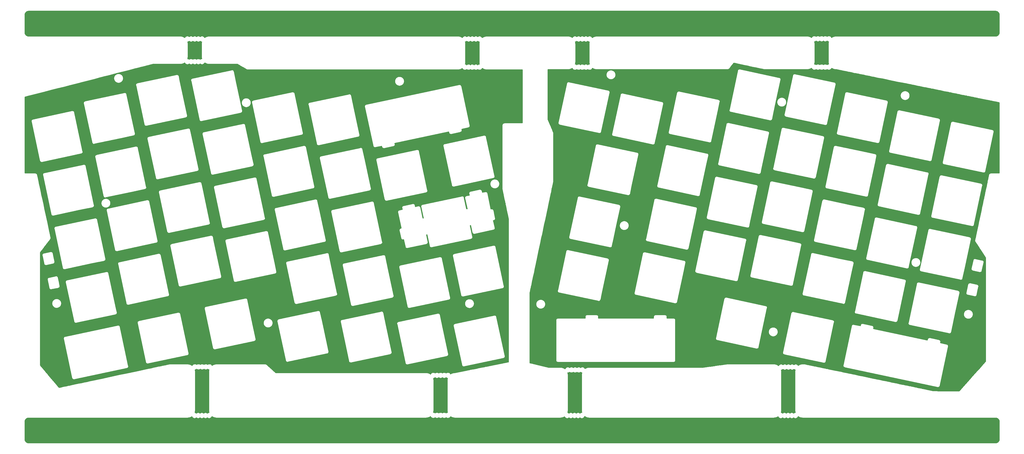
<source format=gbl>
G04 #@! TF.GenerationSoftware,KiCad,Pcbnew,(5.1.5-0-10_14)*
G04 #@! TF.CreationDate,2020-05-13T21:40:07+09:00*
G04 #@! TF.ProjectId,LR-key-v02-001,4c522d6b-6579-42d7-9630-322d3030312e,rev?*
G04 #@! TF.SameCoordinates,Original*
G04 #@! TF.FileFunction,Copper,L2,Bot*
G04 #@! TF.FilePolarity,Positive*
%FSLAX46Y46*%
G04 Gerber Fmt 4.6, Leading zero omitted, Abs format (unit mm)*
G04 Created by KiCad (PCBNEW (5.1.5-0-10_14)) date 2020-05-13 21:40:07*
%MOMM*%
%LPD*%
G04 APERTURE LIST*
%ADD10C,0.254000*%
G04 APERTURE END LIST*
D10*
G36*
X176916274Y-152831503D02*
G01*
X176917447Y-152832223D01*
X176918467Y-152833158D01*
X176925874Y-152838640D01*
X176955624Y-152860340D01*
X176956897Y-152861090D01*
X176958003Y-152862067D01*
X176965510Y-152867412D01*
X176995624Y-152888539D01*
X176997341Y-152889509D01*
X176998848Y-152890787D01*
X177006460Y-152895982D01*
X177042039Y-152919899D01*
X177043878Y-152920890D01*
X177045501Y-152922211D01*
X177053216Y-152927250D01*
X177085379Y-152947937D01*
X177086781Y-152948656D01*
X177088028Y-152949633D01*
X177095836Y-152954526D01*
X177127055Y-152973789D01*
X177128403Y-152974449D01*
X177129609Y-152975358D01*
X177137506Y-152980106D01*
X177169712Y-152999165D01*
X177171388Y-152999947D01*
X177172887Y-153001032D01*
X177180876Y-153005625D01*
X177216084Y-153025542D01*
X177217809Y-153026306D01*
X177219360Y-153027383D01*
X177227438Y-153031818D01*
X177260998Y-153049942D01*
X177262728Y-153050668D01*
X177264292Y-153051709D01*
X177272455Y-153055984D01*
X177308385Y-153074486D01*
X177310197Y-153075205D01*
X177311843Y-153076254D01*
X177320089Y-153080367D01*
X177354995Y-153097474D01*
X177356809Y-153098152D01*
X177358466Y-153099163D01*
X177366793Y-153103112D01*
X177403406Y-153120164D01*
X177405244Y-153120810D01*
X177406937Y-153121797D01*
X177415340Y-153125579D01*
X177451058Y-153141359D01*
X177452762Y-153141920D01*
X177454337Y-153142798D01*
X177462812Y-153146417D01*
X177498304Y-153161282D01*
X177500047Y-153161819D01*
X177501658Y-153162676D01*
X177510202Y-153166130D01*
X177546507Y-153180511D01*
X177548317Y-153181030D01*
X177549997Y-153181882D01*
X177558607Y-153185167D01*
X177595727Y-153199034D01*
X177597792Y-153199583D01*
X177599717Y-153200510D01*
X177608392Y-153203619D01*
X177647954Y-153217485D01*
X177650047Y-153217996D01*
X177652003Y-153218889D01*
X177660740Y-153221820D01*
X177698416Y-153234165D01*
X177700623Y-153234656D01*
X177702703Y-153235554D01*
X177711499Y-153238302D01*
X177753092Y-153250980D01*
X177755432Y-153251450D01*
X177757652Y-153252353D01*
X177766504Y-153254914D01*
X177806176Y-153266094D01*
X177808354Y-153266483D01*
X177810418Y-153267274D01*
X177819321Y-153269652D01*
X177859243Y-153280018D01*
X177861486Y-153280371D01*
X177863633Y-153281143D01*
X177872584Y-153283335D01*
X177913490Y-153293052D01*
X177916180Y-153293419D01*
X177918758Y-153294281D01*
X177927755Y-153296274D01*
X177973019Y-153305972D01*
X177975804Y-153306289D01*
X177978481Y-153307118D01*
X177987520Y-153308909D01*
X178030032Y-153317025D01*
X178032679Y-153317266D01*
X178035236Y-153317997D01*
X178044313Y-153319589D01*
X178088177Y-153326968D01*
X178090918Y-153327157D01*
X178093583Y-153327855D01*
X178102693Y-153329244D01*
X178146775Y-153335654D01*
X178149666Y-153335789D01*
X178152484Y-153336459D01*
X178161623Y-153337641D01*
X178207435Y-153343244D01*
X178210459Y-153343316D01*
X178213422Y-153343949D01*
X178222586Y-153344920D01*
X178268592Y-153349471D01*
X178271758Y-153349474D01*
X178274876Y-153350063D01*
X178284060Y-153350818D01*
X178331788Y-153354408D01*
X178335099Y-153354333D01*
X178338368Y-153354870D01*
X178347568Y-153355405D01*
X178395473Y-153357856D01*
X178398860Y-153357698D01*
X178402221Y-153358167D01*
X178411431Y-153358479D01*
X178460267Y-153359794D01*
X178462087Y-153359665D01*
X178463901Y-153359882D01*
X178472657Y-153360008D01*
X178475141Y-153360253D01*
X242645345Y-153360253D01*
X242649503Y-153359843D01*
X242671725Y-153359563D01*
X242675406Y-153359155D01*
X242679103Y-153359429D01*
X242688314Y-153359145D01*
X242738629Y-153357244D01*
X242742234Y-153356752D01*
X242745876Y-153356931D01*
X242755077Y-153356417D01*
X242804440Y-153353317D01*
X242807695Y-153352790D01*
X242810994Y-153352873D01*
X242820180Y-153352140D01*
X242866284Y-153348136D01*
X242869476Y-153347541D01*
X242872722Y-153347545D01*
X242881888Y-153346594D01*
X242930092Y-153341251D01*
X242933093Y-153340617D01*
X242936157Y-153340550D01*
X242945299Y-153339386D01*
X242989478Y-153333448D01*
X242992230Y-153332800D01*
X242995060Y-153332674D01*
X243004173Y-153331305D01*
X243048905Y-153324265D01*
X243051650Y-153323553D01*
X243054483Y-153323363D01*
X243063562Y-153321788D01*
X243107499Y-153313855D01*
X243110090Y-153313120D01*
X243112781Y-153312880D01*
X243121824Y-153311105D01*
X243164587Y-153302404D01*
X243167041Y-153301649D01*
X243169595Y-153301365D01*
X243178597Y-153299395D01*
X243220934Y-153289819D01*
X243223342Y-153289021D01*
X243225855Y-153288686D01*
X243234812Y-153286522D01*
X243276339Y-153276181D01*
X243278726Y-153275332D01*
X243281231Y-153274943D01*
X243290140Y-153272585D01*
X243332140Y-153261157D01*
X243334494Y-153260262D01*
X243336974Y-153259822D01*
X243345830Y-153257273D01*
X243386816Y-153245166D01*
X243389021Y-153244273D01*
X243391363Y-153243806D01*
X243400163Y-153241070D01*
X243440138Y-153228336D01*
X243442171Y-153227462D01*
X243444339Y-153226983D01*
X243453080Y-153224066D01*
X243491325Y-153211007D01*
X243493305Y-153210107D01*
X243495424Y-153209593D01*
X243504104Y-153206497D01*
X243543497Y-153192137D01*
X243545360Y-153191243D01*
X243547361Y-153190715D01*
X243555976Y-153187445D01*
X243592223Y-153173396D01*
X243593898Y-153172550D01*
X243595699Y-153172037D01*
X243604249Y-153168598D01*
X243640917Y-153153552D01*
X243642560Y-153152682D01*
X243644348Y-153152134D01*
X243652828Y-153148528D01*
X243688146Y-153133221D01*
X243689654Y-153132384D01*
X243691297Y-153131846D01*
X243699707Y-153128078D01*
X243734729Y-153112095D01*
X243736319Y-153111172D01*
X243738058Y-153110565D01*
X243746393Y-153106634D01*
X243782137Y-153089471D01*
X243783735Y-153088501D01*
X243785489Y-153087850D01*
X243793745Y-153083757D01*
X243828477Y-153066234D01*
X243829946Y-153065303D01*
X243831560Y-153064668D01*
X243839736Y-153060417D01*
X243873464Y-153042580D01*
X243874909Y-153041625D01*
X243876515Y-153040957D01*
X243884608Y-153036549D01*
X243918173Y-153017965D01*
X243919479Y-153017065D01*
X243920936Y-153016427D01*
X243928945Y-153011868D01*
X243961182Y-152993221D01*
X243962453Y-152992309D01*
X243963877Y-152991654D01*
X243971799Y-152986947D01*
X244003869Y-152967588D01*
X244005052Y-152966706D01*
X244006383Y-152966063D01*
X244014217Y-152961210D01*
X244044977Y-152941860D01*
X244046028Y-152941046D01*
X244047221Y-152940443D01*
X244054967Y-152935450D01*
X244085400Y-152915533D01*
X244086496Y-152914652D01*
X244087743Y-152913993D01*
X244087964Y-152913845D01*
X244118378Y-152987272D01*
X244230957Y-153155758D01*
X244374242Y-153299043D01*
X244542728Y-153411622D01*
X244729939Y-153489167D01*
X244928682Y-153528700D01*
X245131318Y-153528700D01*
X245330061Y-153489167D01*
X245517272Y-153411622D01*
X245665000Y-153312913D01*
X245812728Y-153411622D01*
X245999939Y-153489167D01*
X246198682Y-153528700D01*
X246401318Y-153528700D01*
X246600061Y-153489167D01*
X246787272Y-153411622D01*
X246935000Y-153312913D01*
X247082728Y-153411622D01*
X247269939Y-153489167D01*
X247468682Y-153528700D01*
X247671318Y-153528700D01*
X247870061Y-153489167D01*
X248057272Y-153411622D01*
X248205000Y-153312913D01*
X248352728Y-153411622D01*
X248539939Y-153489167D01*
X248738682Y-153528700D01*
X248941318Y-153528700D01*
X249140061Y-153489167D01*
X249327272Y-153411622D01*
X249475000Y-153312913D01*
X249622728Y-153411622D01*
X249809939Y-153489167D01*
X250008682Y-153528700D01*
X250211318Y-153528700D01*
X250410061Y-153489167D01*
X250597272Y-153411622D01*
X250765758Y-153299043D01*
X250909043Y-153155758D01*
X251021622Y-152987272D01*
X251071192Y-152867598D01*
X251076906Y-152871641D01*
X251107091Y-152892685D01*
X251108428Y-152893435D01*
X251109599Y-152894425D01*
X251117219Y-152899607D01*
X251148393Y-152920491D01*
X251149959Y-152921331D01*
X251151346Y-152922459D01*
X251159065Y-152927492D01*
X251192544Y-152948994D01*
X251194081Y-152949781D01*
X251195445Y-152950847D01*
X251203259Y-152955732D01*
X251234837Y-152975168D01*
X251236319Y-152975891D01*
X251237632Y-152976878D01*
X251245537Y-152981614D01*
X251278772Y-153001213D01*
X251280288Y-153001917D01*
X251281644Y-153002897D01*
X251289638Y-153007482D01*
X251322222Y-153025871D01*
X251323797Y-153026567D01*
X251325216Y-153027551D01*
X251333296Y-153031981D01*
X251367889Y-153050640D01*
X251369565Y-153051343D01*
X251371074Y-153052346D01*
X251379238Y-153056619D01*
X251413496Y-153074246D01*
X251415097Y-153074881D01*
X251416551Y-153075808D01*
X251424796Y-153079924D01*
X251459027Y-153096715D01*
X251460807Y-153097382D01*
X251462433Y-153098374D01*
X251470758Y-153102326D01*
X251507725Y-153119564D01*
X251509654Y-153120243D01*
X251511425Y-153121276D01*
X251519828Y-153125060D01*
X251556431Y-153141239D01*
X251558314Y-153141860D01*
X251560048Y-153142825D01*
X251568524Y-153146441D01*
X251605088Y-153161738D01*
X251607180Y-153162382D01*
X251609120Y-153163410D01*
X251617669Y-153166850D01*
X251657375Y-153182510D01*
X251659711Y-153183177D01*
X251661893Y-153184274D01*
X251670514Y-153187531D01*
X251710551Y-153202344D01*
X251712671Y-153202900D01*
X251714656Y-153203848D01*
X251723341Y-153206927D01*
X251760798Y-153219915D01*
X251762810Y-153220399D01*
X251764696Y-153221253D01*
X251773442Y-153224156D01*
X251812617Y-153236859D01*
X251814762Y-153237329D01*
X251816788Y-153238197D01*
X251825592Y-153240920D01*
X251865039Y-153252819D01*
X251867185Y-153253243D01*
X251869218Y-153254065D01*
X251878076Y-153256605D01*
X251917778Y-153267695D01*
X251920003Y-153268088D01*
X251922119Y-153268892D01*
X251931028Y-153271249D01*
X251971346Y-153281613D01*
X251973885Y-153282007D01*
X251976310Y-153282869D01*
X251985268Y-153285031D01*
X252029555Y-153295395D01*
X252032204Y-153295747D01*
X252034748Y-153296589D01*
X252043752Y-153298553D01*
X252085678Y-153307395D01*
X252088430Y-153307699D01*
X252091080Y-153308511D01*
X252100125Y-153310274D01*
X252145285Y-153318750D01*
X252148144Y-153319002D01*
X252150903Y-153319779D01*
X252159986Y-153321337D01*
X252203869Y-153328550D01*
X252206612Y-153328729D01*
X252209280Y-153329417D01*
X252218395Y-153330772D01*
X252262292Y-153336987D01*
X252265167Y-153337110D01*
X252267975Y-153337767D01*
X252277118Y-153338915D01*
X252323118Y-153344368D01*
X252326166Y-153344430D01*
X252329150Y-153345055D01*
X252338318Y-153345992D01*
X252384314Y-153350367D01*
X252387967Y-153350356D01*
X252391560Y-153351016D01*
X252400748Y-153351723D01*
X252454236Y-153355465D01*
X252458065Y-153355358D01*
X252461853Y-153355954D01*
X252471056Y-153356426D01*
X252519332Y-153358567D01*
X252522887Y-153358377D01*
X252526416Y-153358843D01*
X252535628Y-153359088D01*
X252585987Y-153360076D01*
X252586670Y-153360022D01*
X252587357Y-153360102D01*
X252596571Y-153360199D01*
X252610544Y-153360249D01*
X252610666Y-153360237D01*
X252612906Y-153360253D01*
X319583477Y-153360253D01*
X319621471Y-153360730D01*
X319654614Y-153361978D01*
X319686446Y-153363954D01*
X319719106Y-153366775D01*
X319749141Y-153370081D01*
X319778650Y-153374003D01*
X319808063Y-153378584D01*
X319837517Y-153383844D01*
X319865192Y-153389410D01*
X319893578Y-153395756D01*
X319920882Y-153402473D01*
X319948806Y-153409979D01*
X319975486Y-153417760D01*
X320001929Y-153426067D01*
X320026973Y-153434496D01*
X320052018Y-153443481D01*
X320076901Y-153452968D01*
X320100916Y-153462670D01*
X320125174Y-153473025D01*
X320152072Y-153485170D01*
X320175030Y-153496105D01*
X320197758Y-153507469D01*
X320221619Y-153519986D01*
X320243114Y-153531792D01*
X320265201Y-153544466D01*
X320286482Y-153557213D01*
X320307000Y-153570020D01*
X320328418Y-153583948D01*
X320349163Y-153598000D01*
X320368794Y-153611831D01*
X320390101Y-153627448D01*
X320408760Y-153641667D01*
X320428797Y-153657528D01*
X320449916Y-153674928D01*
X320467806Y-153690244D01*
X320485681Y-153706111D01*
X320503699Y-153722693D01*
X320521348Y-153739536D01*
X320534467Y-153752465D01*
X320551808Y-153770120D01*
X320568463Y-153787699D01*
X320584701Y-153805464D01*
X320600632Y-153823534D01*
X320616346Y-153842019D01*
X320631937Y-153861053D01*
X320648713Y-153882351D01*
X320662913Y-153901096D01*
X320677523Y-153921127D01*
X320691356Y-153940844D01*
X320707901Y-153965455D01*
X320721620Y-153986783D01*
X320734419Y-154007526D01*
X320747097Y-154028950D01*
X320760649Y-154052906D01*
X320772608Y-154075051D01*
X320785138Y-154099383D01*
X320796487Y-154122540D01*
X320808022Y-154147308D01*
X320818559Y-154171158D01*
X320828467Y-154194814D01*
X320838110Y-154219156D01*
X320847341Y-154243867D01*
X320856748Y-154270708D01*
X320864865Y-154295477D01*
X320873488Y-154323769D01*
X320880938Y-154350205D01*
X320887854Y-154376839D01*
X320894299Y-154403968D01*
X320900915Y-154434850D01*
X320906285Y-154462974D01*
X320911238Y-154492421D01*
X320915516Y-154521843D01*
X320919281Y-154552619D01*
X320922317Y-154583318D01*
X320924733Y-154615432D01*
X320926372Y-154647466D01*
X320927299Y-154681886D01*
X320927453Y-154702581D01*
X320927453Y-160695430D01*
X320926974Y-160733372D01*
X320925695Y-160767231D01*
X320923618Y-160800318D01*
X320920773Y-160832861D01*
X320917352Y-160863572D01*
X320913390Y-160893073D01*
X320908776Y-160922433D01*
X320903248Y-160953080D01*
X320897447Y-160981565D01*
X320890940Y-161010293D01*
X320884031Y-161038001D01*
X320876782Y-161064675D01*
X320869155Y-161090645D01*
X320861173Y-161115912D01*
X320850568Y-161147090D01*
X320841799Y-161171147D01*
X320832095Y-161196219D01*
X320821805Y-161221295D01*
X320810947Y-161246297D01*
X320800382Y-161269382D01*
X320789454Y-161292105D01*
X320777753Y-161315298D01*
X320765858Y-161337796D01*
X320753391Y-161360314D01*
X320740577Y-161382456D01*
X320727910Y-161403430D01*
X320715066Y-161423843D01*
X320700676Y-161445795D01*
X320686883Y-161465990D01*
X320672646Y-161486033D01*
X320657472Y-161506566D01*
X320639700Y-161529628D01*
X320624972Y-161547982D01*
X320608430Y-161567827D01*
X320592360Y-161586393D01*
X320576338Y-161604238D01*
X320560396Y-161621361D01*
X320536672Y-161645835D01*
X320536364Y-161646144D01*
X320517632Y-161664535D01*
X320500121Y-161681125D01*
X320481695Y-161697954D01*
X320462944Y-161714451D01*
X320445015Y-161729656D01*
X320425710Y-161745438D01*
X320406417Y-161760623D01*
X320387465Y-161774998D01*
X320367495Y-161789580D01*
X320347299Y-161803764D01*
X320326909Y-161817532D01*
X320306255Y-161830931D01*
X320285461Y-161843885D01*
X320263360Y-161857087D01*
X320241154Y-161869782D01*
X320218963Y-161881914D01*
X320193969Y-161894938D01*
X320171923Y-161905883D01*
X320148272Y-161917068D01*
X320124097Y-161927927D01*
X320098708Y-161938722D01*
X320071788Y-161949505D01*
X320047947Y-161958496D01*
X320021076Y-161968014D01*
X319995980Y-161976331D01*
X319970396Y-161984249D01*
X319944309Y-161991749D01*
X319916527Y-161999116D01*
X319889633Y-162005643D01*
X319860981Y-162011953D01*
X319832394Y-162017599D01*
X319802945Y-162022740D01*
X319773994Y-162027138D01*
X319744407Y-162030963D01*
X319712695Y-162034324D01*
X319681376Y-162036893D01*
X319649512Y-162038748D01*
X319614946Y-162039909D01*
X319584189Y-162040233D01*
X-16135783Y-162040233D01*
X-16173696Y-162039754D01*
X-16207558Y-162038474D01*
X-16240119Y-162036434D01*
X-16270774Y-162033783D01*
X-16301433Y-162030413D01*
X-16333379Y-162026144D01*
X-16363138Y-162021459D01*
X-16393083Y-162016048D01*
X-16421149Y-162010332D01*
X-16449611Y-162003894D01*
X-16477328Y-161996993D01*
X-16505528Y-161989320D01*
X-16533054Y-161981189D01*
X-16559847Y-161972655D01*
X-16585252Y-161963982D01*
X-16612026Y-161954222D01*
X-16636019Y-161944923D01*
X-16660727Y-161934786D01*
X-16684304Y-161924567D01*
X-16707667Y-161913905D01*
X-16731816Y-161902309D01*
X-16755031Y-161890595D01*
X-16777576Y-161878671D01*
X-16800107Y-161866193D01*
X-16822208Y-161853399D01*
X-16843196Y-161840720D01*
X-16863601Y-161827878D01*
X-16885572Y-161813473D01*
X-16905748Y-161799689D01*
X-16925768Y-161785466D01*
X-16946138Y-161770411D01*
X-16970685Y-161751468D01*
X-16989391Y-161736417D01*
X-17009213Y-161719840D01*
X-17026994Y-161704409D01*
X-17045613Y-161687647D01*
X-17062826Y-161671573D01*
X-17085458Y-161649597D01*
X-17085913Y-161649144D01*
X-17104304Y-161630412D01*
X-17120896Y-161612899D01*
X-17137717Y-161594480D01*
X-17154195Y-161575749D01*
X-17169440Y-161557772D01*
X-17185187Y-161538509D01*
X-17200335Y-161519261D01*
X-17214729Y-161500281D01*
X-17229304Y-161480317D01*
X-17243498Y-161460102D01*
X-17257059Y-161440016D01*
X-17272296Y-161416463D01*
X-17286899Y-161392834D01*
X-17300353Y-161370047D01*
X-17313559Y-161346626D01*
X-17325284Y-161324866D01*
X-17337298Y-161301511D01*
X-17348293Y-161279088D01*
X-17359184Y-161255771D01*
X-17370991Y-161229092D01*
X-17381082Y-161204954D01*
X-17391311Y-161179032D01*
X-17400527Y-161154219D01*
X-17409181Y-161129429D01*
X-17417417Y-161104250D01*
X-17426310Y-161074965D01*
X-17434459Y-161045782D01*
X-17441697Y-161017458D01*
X-17448053Y-160990156D01*
X-17453865Y-160962579D01*
X-17459682Y-160931561D01*
X-17464489Y-160902278D01*
X-17468656Y-160872803D01*
X-17472303Y-160841980D01*
X-17475226Y-160811183D01*
X-17477476Y-160779697D01*
X-17479022Y-160747111D01*
X-17479856Y-160710211D01*
X-17479918Y-160697962D01*
X-17479918Y-154705084D01*
X-17479193Y-154657305D01*
X-17477872Y-154625959D01*
X-17475749Y-154593796D01*
X-17472606Y-154559180D01*
X-17469158Y-154529218D01*
X-17464658Y-154496841D01*
X-17459503Y-154465324D01*
X-17454184Y-154436894D01*
X-17448224Y-154408500D01*
X-17441309Y-154378858D01*
X-17434450Y-154352110D01*
X-17426988Y-154325360D01*
X-17419022Y-154298952D01*
X-17409833Y-154270704D01*
X-17401187Y-154245908D01*
X-17392169Y-154221615D01*
X-17382568Y-154197238D01*
X-17370967Y-154169509D01*
X-17360769Y-154146479D01*
X-17350061Y-154123500D01*
X-17339076Y-154101048D01*
X-17327365Y-154078222D01*
X-17315434Y-154056022D01*
X-17302542Y-154033099D01*
X-17290289Y-154012246D01*
X-17276977Y-153990524D01*
X-17263954Y-153970134D01*
X-17249527Y-153948449D01*
X-17235778Y-153928597D01*
X-17220446Y-153907325D01*
X-17205302Y-153887135D01*
X-17190560Y-153868216D01*
X-17173066Y-153846630D01*
X-17156890Y-153827445D01*
X-17141264Y-153809585D01*
X-17122892Y-153789371D01*
X-17104778Y-153770214D01*
X-17087917Y-153753035D01*
X-17070011Y-153735451D01*
X-17050037Y-153716580D01*
X-17032165Y-153700323D01*
X-17014279Y-153684634D01*
X-16993209Y-153666848D01*
X-16974622Y-153651755D01*
X-16954134Y-153635744D01*
X-16929201Y-153617087D01*
X-16909881Y-153603228D01*
X-16890079Y-153589560D01*
X-16869006Y-153575580D01*
X-16847137Y-153561664D01*
X-16826257Y-153548922D01*
X-16803582Y-153535668D01*
X-16781337Y-153523234D01*
X-16759154Y-153511384D01*
X-16735757Y-153499458D01*
X-16712811Y-153488316D01*
X-16689785Y-153477677D01*
X-16666313Y-153467372D01*
X-16642445Y-153457442D01*
X-16617707Y-153447723D01*
X-16589930Y-153437478D01*
X-16564501Y-153428707D01*
X-16539335Y-153420596D01*
X-16512873Y-153412659D01*
X-16483638Y-153404582D01*
X-16456393Y-153397694D01*
X-16428012Y-153391169D01*
X-16399532Y-153385274D01*
X-16370664Y-153379960D01*
X-16339654Y-153374978D01*
X-16308895Y-153370769D01*
X-16277374Y-153367206D01*
X-16244270Y-153364268D01*
X-16211230Y-153362145D01*
X-16178745Y-153360844D01*
X-16141799Y-153360257D01*
X-16139531Y-153360253D01*
X39084581Y-153360253D01*
X39089089Y-153359809D01*
X39116837Y-153359429D01*
X39120893Y-153358975D01*
X39124969Y-153359268D01*
X39134179Y-153358964D01*
X39185451Y-153356913D01*
X39188916Y-153356433D01*
X39192413Y-153356598D01*
X39201612Y-153356068D01*
X39249375Y-153352982D01*
X39252564Y-153352460D01*
X39255800Y-153352536D01*
X39264985Y-153351788D01*
X39312434Y-153347591D01*
X39315593Y-153346997D01*
X39318813Y-153346996D01*
X39327978Y-153346031D01*
X39375102Y-153340736D01*
X39378102Y-153340098D01*
X39381166Y-153340026D01*
X39390305Y-153338848D01*
X39435540Y-153332699D01*
X39438294Y-153332046D01*
X39441124Y-153331916D01*
X39450235Y-153330533D01*
X39493599Y-153323641D01*
X39496151Y-153322975D01*
X39498796Y-153322795D01*
X39507874Y-153321212D01*
X39550925Y-153313398D01*
X39553601Y-153312636D01*
X39556369Y-153312386D01*
X39565409Y-153310601D01*
X39609656Y-153301544D01*
X39612305Y-153300726D01*
X39615071Y-153300413D01*
X39624069Y-153298426D01*
X39666444Y-153288761D01*
X39668773Y-153287984D01*
X39671215Y-153287655D01*
X39680169Y-153285476D01*
X39720704Y-153275314D01*
X39722923Y-153274521D01*
X39725257Y-153274156D01*
X39734163Y-153271789D01*
X39774370Y-153260804D01*
X39776544Y-153259975D01*
X39778836Y-153259567D01*
X39787691Y-153257013D01*
X39827551Y-153245219D01*
X39829810Y-153244302D01*
X39832203Y-153243824D01*
X39841001Y-153241082D01*
X39881970Y-153228003D01*
X39884157Y-153227061D01*
X39886490Y-153226543D01*
X39895228Y-153223616D01*
X39934006Y-153210326D01*
X39936074Y-153209383D01*
X39938278Y-153208845D01*
X39946954Y-153205737D01*
X39986082Y-153191410D01*
X39988251Y-153190366D01*
X39990587Y-153189743D01*
X39999194Y-153186451D01*
X40038643Y-153171049D01*
X40040481Y-153170116D01*
X40042470Y-153169542D01*
X40051009Y-153166077D01*
X40086550Y-153151367D01*
X40088303Y-153150432D01*
X40090195Y-153149845D01*
X40098664Y-153146211D01*
X40135586Y-153130059D01*
X40137298Y-153129101D01*
X40139160Y-153128483D01*
X40147554Y-153124681D01*
X40182712Y-153108461D01*
X40184283Y-153107541D01*
X40185998Y-153106934D01*
X40194317Y-153102970D01*
X40229448Y-153085926D01*
X40231008Y-153084970D01*
X40232726Y-153084325D01*
X40240966Y-153080198D01*
X40275035Y-153062841D01*
X40276419Y-153061956D01*
X40277951Y-153061347D01*
X40286111Y-153057066D01*
X40319474Y-153039265D01*
X40320883Y-153038326D01*
X40322450Y-153037668D01*
X40330527Y-153033232D01*
X40363507Y-153014819D01*
X40364841Y-153013893D01*
X40366326Y-153013236D01*
X40374318Y-153008649D01*
X40406911Y-152989636D01*
X40408368Y-152988583D01*
X40410007Y-152987820D01*
X40417909Y-152983078D01*
X40452027Y-152962279D01*
X40453416Y-152961234D01*
X40454977Y-152960470D01*
X40462786Y-152955577D01*
X40493928Y-152935762D01*
X40495029Y-152934900D01*
X40496273Y-152934263D01*
X40503992Y-152929229D01*
X40519957Y-152918658D01*
X40548378Y-152987272D01*
X40660957Y-153155758D01*
X40804242Y-153299043D01*
X40972728Y-153411622D01*
X41159939Y-153489167D01*
X41358682Y-153528700D01*
X41561318Y-153528700D01*
X41760061Y-153489167D01*
X41947272Y-153411622D01*
X42095000Y-153312913D01*
X42242728Y-153411622D01*
X42429939Y-153489167D01*
X42628682Y-153528700D01*
X42831318Y-153528700D01*
X43030061Y-153489167D01*
X43217272Y-153411622D01*
X43365000Y-153312913D01*
X43512728Y-153411622D01*
X43699939Y-153489167D01*
X43898682Y-153528700D01*
X44101318Y-153528700D01*
X44300061Y-153489167D01*
X44487272Y-153411622D01*
X44635000Y-153312913D01*
X44782728Y-153411622D01*
X44969939Y-153489167D01*
X45168682Y-153528700D01*
X45371318Y-153528700D01*
X45570061Y-153489167D01*
X45757272Y-153411622D01*
X45905000Y-153312913D01*
X46052728Y-153411622D01*
X46239939Y-153489167D01*
X46438682Y-153528700D01*
X46641318Y-153528700D01*
X46840061Y-153489167D01*
X47027272Y-153411622D01*
X47195758Y-153299043D01*
X47339043Y-153155758D01*
X47451622Y-152987272D01*
X47503202Y-152862747D01*
X47534595Y-152884941D01*
X47536072Y-152885782D01*
X47537366Y-152886890D01*
X47544954Y-152892118D01*
X47575148Y-152912611D01*
X47576363Y-152913273D01*
X47577435Y-152914157D01*
X47585117Y-152919247D01*
X47615384Y-152938997D01*
X47616916Y-152939795D01*
X47618273Y-152940872D01*
X47626051Y-152945813D01*
X47660548Y-152967392D01*
X47662228Y-152968227D01*
X47663723Y-152969366D01*
X47671597Y-152974153D01*
X47703956Y-152993522D01*
X47705417Y-152994213D01*
X47706724Y-152995170D01*
X47714687Y-152999808D01*
X47747436Y-153018581D01*
X47749052Y-153019308D01*
X47750511Y-153020334D01*
X47758562Y-153024817D01*
X47793031Y-153043701D01*
X47794665Y-153044399D01*
X47796142Y-153045395D01*
X47804278Y-153049722D01*
X47837803Y-153067254D01*
X47839400Y-153067899D01*
X47840850Y-153068838D01*
X47849067Y-153073008D01*
X47883642Y-153090254D01*
X47885430Y-153090937D01*
X47887057Y-153091945D01*
X47895355Y-153095953D01*
X47931338Y-153113023D01*
X47933152Y-153113675D01*
X47934814Y-153114660D01*
X47943190Y-153118502D01*
X47978869Y-153134571D01*
X47980780Y-153135216D01*
X47982541Y-153136212D01*
X47990992Y-153139886D01*
X48028090Y-153155707D01*
X48030110Y-153156344D01*
X48031971Y-153157347D01*
X48040495Y-153160848D01*
X48078327Y-153176080D01*
X48080333Y-153176668D01*
X48082202Y-153177627D01*
X48090795Y-153180954D01*
X48127931Y-153195037D01*
X48129911Y-153195574D01*
X48131764Y-153196478D01*
X48140423Y-153199631D01*
X48178266Y-153213117D01*
X48180393Y-153213648D01*
X48182379Y-153214567D01*
X48191100Y-153217542D01*
X48230386Y-153230637D01*
X48232620Y-153231146D01*
X48234720Y-153232065D01*
X48243502Y-153234857D01*
X48283146Y-153247158D01*
X48285524Y-153247648D01*
X48287769Y-153248574D01*
X48296608Y-153251178D01*
X48338086Y-153263086D01*
X48340528Y-153263535D01*
X48342852Y-153264436D01*
X48351745Y-153266850D01*
X48392086Y-153277500D01*
X48394447Y-153277882D01*
X48396692Y-153278698D01*
X48405635Y-153280924D01*
X48447060Y-153290927D01*
X48449647Y-153291289D01*
X48452121Y-153292128D01*
X48461110Y-153294157D01*
X48504008Y-153303529D01*
X48506685Y-153303845D01*
X48509262Y-153304655D01*
X48518294Y-153306485D01*
X48561529Y-153314934D01*
X48564187Y-153315188D01*
X48566759Y-153315935D01*
X48575829Y-153317566D01*
X48619005Y-153325020D01*
X48621676Y-153325216D01*
X48624264Y-153325906D01*
X48633367Y-153327337D01*
X48676853Y-153333861D01*
X48679662Y-153334005D01*
X48682389Y-153334667D01*
X48691522Y-153335893D01*
X48736876Y-153341660D01*
X48739965Y-153341749D01*
X48742995Y-153342410D01*
X48752154Y-153343422D01*
X48799402Y-153348314D01*
X48802605Y-153348331D01*
X48805759Y-153348942D01*
X48814939Y-153349738D01*
X48862506Y-153353529D01*
X48865973Y-153353466D01*
X48869395Y-153354042D01*
X48878592Y-153354613D01*
X48929265Y-153357408D01*
X48932795Y-153357257D01*
X48936299Y-153357759D01*
X48945508Y-153358104D01*
X48994495Y-153359597D01*
X48996873Y-153359437D01*
X48999234Y-153359724D01*
X49008448Y-153359874D01*
X49045989Y-153360224D01*
X49046133Y-153360211D01*
X49052142Y-153360253D01*
X121856246Y-153360253D01*
X121856482Y-153360230D01*
X121856719Y-153360253D01*
X121865934Y-153360182D01*
X121925605Y-153359306D01*
X121929724Y-153358841D01*
X121933857Y-153359133D01*
X121943067Y-153358818D01*
X121991135Y-153356839D01*
X121994278Y-153356400D01*
X121997451Y-153356549D01*
X122006651Y-153356017D01*
X122053624Y-153352975D01*
X122056750Y-153352463D01*
X122059913Y-153352537D01*
X122069097Y-153351789D01*
X122116557Y-153347592D01*
X122119586Y-153347022D01*
X122122676Y-153347023D01*
X122131841Y-153346061D01*
X122177410Y-153340960D01*
X122180277Y-153340351D01*
X122183211Y-153340285D01*
X122192352Y-153339115D01*
X122237607Y-153333001D01*
X122240421Y-153332336D01*
X122243314Y-153332205D01*
X122252425Y-153330827D01*
X122296581Y-153323838D01*
X122299272Y-153323137D01*
X122302053Y-153322949D01*
X122311131Y-153321368D01*
X122354961Y-153313422D01*
X122357693Y-153312645D01*
X122360525Y-153312389D01*
X122369566Y-153310604D01*
X122413818Y-153301547D01*
X122416463Y-153300730D01*
X122419224Y-153300418D01*
X122428222Y-153298431D01*
X122470604Y-153288766D01*
X122472939Y-153287987D01*
X122475383Y-153287658D01*
X122484337Y-153285480D01*
X122524877Y-153275318D01*
X122527341Y-153274437D01*
X122529927Y-153274031D01*
X122538832Y-153271657D01*
X122582006Y-153259826D01*
X122584329Y-153258938D01*
X122586784Y-153258498D01*
X122595635Y-153255933D01*
X122634372Y-153244418D01*
X122636383Y-153243599D01*
X122638520Y-153243171D01*
X122647316Y-153240425D01*
X122686452Y-153227912D01*
X122688500Y-153227029D01*
X122690683Y-153226544D01*
X122699421Y-153223617D01*
X122738199Y-153210327D01*
X122740263Y-153209386D01*
X122742471Y-153208847D01*
X122751147Y-153205739D01*
X122790276Y-153191412D01*
X122792443Y-153190369D01*
X122794775Y-153189747D01*
X122803383Y-153186455D01*
X122842834Y-153171053D01*
X122844677Y-153170117D01*
X122846671Y-153169542D01*
X122855210Y-153166077D01*
X122890751Y-153151367D01*
X122892504Y-153150432D01*
X122894396Y-153149845D01*
X122902865Y-153146211D01*
X122939787Y-153130059D01*
X122941502Y-153129100D01*
X122943368Y-153128480D01*
X122951762Y-153124678D01*
X122986919Y-153108458D01*
X122988489Y-153107538D01*
X122990205Y-153106931D01*
X122998524Y-153102966D01*
X123033653Y-153085923D01*
X123035217Y-153084965D01*
X123036939Y-153084318D01*
X123045179Y-153080191D01*
X123079246Y-153062834D01*
X123080632Y-153061948D01*
X123082163Y-153061339D01*
X123090323Y-153057058D01*
X123123683Y-153039258D01*
X123125094Y-153038317D01*
X123126660Y-153037660D01*
X123134737Y-153033224D01*
X123167714Y-153014811D01*
X123169052Y-153013882D01*
X123170542Y-153013223D01*
X123178534Y-153008635D01*
X123211124Y-152989623D01*
X123212582Y-152988569D01*
X123214219Y-152987807D01*
X123222121Y-152983064D01*
X123256236Y-152962265D01*
X123257622Y-152961221D01*
X123259189Y-152960455D01*
X123266998Y-152955561D01*
X123298137Y-152935746D01*
X123299337Y-152934806D01*
X123300699Y-152934108D01*
X123308415Y-152929071D01*
X123339784Y-152908282D01*
X123340967Y-152907320D01*
X123342309Y-152906600D01*
X123349931Y-152901420D01*
X123379650Y-152880920D01*
X123380837Y-152879917D01*
X123382193Y-152879157D01*
X123389717Y-152873836D01*
X123415958Y-152855003D01*
X123448378Y-152933272D01*
X123560957Y-153101758D01*
X123704242Y-153245043D01*
X123872728Y-153357622D01*
X124059939Y-153435167D01*
X124258682Y-153474700D01*
X124461318Y-153474700D01*
X124660061Y-153435167D01*
X124847272Y-153357622D01*
X124995000Y-153258913D01*
X125142728Y-153357622D01*
X125329939Y-153435167D01*
X125528682Y-153474700D01*
X125731318Y-153474700D01*
X125930061Y-153435167D01*
X126117272Y-153357622D01*
X126265000Y-153258913D01*
X126412728Y-153357622D01*
X126599939Y-153435167D01*
X126798682Y-153474700D01*
X127001318Y-153474700D01*
X127200061Y-153435167D01*
X127387272Y-153357622D01*
X127535000Y-153258913D01*
X127682728Y-153357622D01*
X127869939Y-153435167D01*
X128068682Y-153474700D01*
X128271318Y-153474700D01*
X128470061Y-153435167D01*
X128657272Y-153357622D01*
X128805000Y-153258913D01*
X128952728Y-153357622D01*
X129139939Y-153435167D01*
X129338682Y-153474700D01*
X129541318Y-153474700D01*
X129740061Y-153435167D01*
X129927272Y-153357622D01*
X130095758Y-153245043D01*
X130239043Y-153101758D01*
X130351622Y-152933272D01*
X130364339Y-152902571D01*
X130375732Y-152910331D01*
X130377200Y-152911133D01*
X130378493Y-152912202D01*
X130386171Y-152917297D01*
X130418939Y-152938716D01*
X130420686Y-152939628D01*
X130422236Y-152940858D01*
X130430015Y-152945799D01*
X130464509Y-152967378D01*
X130466183Y-152968210D01*
X130467675Y-152969347D01*
X130475548Y-152974135D01*
X130507902Y-152993503D01*
X130509427Y-152994224D01*
X130510794Y-152995225D01*
X130518758Y-152999862D01*
X130552165Y-153019005D01*
X130553787Y-153019734D01*
X130555243Y-153020758D01*
X130563295Y-153025240D01*
X130597101Y-153043753D01*
X130598677Y-153044425D01*
X130600102Y-153045387D01*
X130608238Y-153049714D01*
X130641760Y-153067246D01*
X130643362Y-153067893D01*
X130644815Y-153068834D01*
X130653032Y-153073005D01*
X130687607Y-153090251D01*
X130689390Y-153090932D01*
X130691015Y-153091939D01*
X130699313Y-153095947D01*
X130735294Y-153113017D01*
X130737057Y-153113651D01*
X130738670Y-153114607D01*
X130747046Y-153118451D01*
X130782027Y-153134214D01*
X130783935Y-153134858D01*
X130785689Y-153135851D01*
X130794139Y-153139527D01*
X130831933Y-153155654D01*
X130834018Y-153156312D01*
X130835944Y-153157350D01*
X130844468Y-153160851D01*
X130882301Y-153176083D01*
X130884311Y-153176672D01*
X130886176Y-153177629D01*
X130894770Y-153180956D01*
X130931906Y-153195039D01*
X130933888Y-153195576D01*
X130935740Y-153196480D01*
X130944399Y-153199633D01*
X130982243Y-153213118D01*
X130984367Y-153213648D01*
X130986359Y-153214570D01*
X130995081Y-153217545D01*
X131034369Y-153230640D01*
X131036605Y-153231149D01*
X131038706Y-153232069D01*
X131047489Y-153234861D01*
X131087135Y-153247162D01*
X131089513Y-153247652D01*
X131091761Y-153248579D01*
X131100600Y-153251183D01*
X131142081Y-153263091D01*
X131144526Y-153263540D01*
X131146844Y-153264439D01*
X131155737Y-153266853D01*
X131196081Y-153277503D01*
X131198443Y-153277885D01*
X131200696Y-153278704D01*
X131209639Y-153280929D01*
X131251069Y-153290932D01*
X131253653Y-153291294D01*
X131256126Y-153292132D01*
X131265115Y-153294161D01*
X131308018Y-153303533D01*
X131310628Y-153303841D01*
X131313143Y-153304632D01*
X131322175Y-153306463D01*
X131364649Y-153314771D01*
X131367313Y-153315026D01*
X131369887Y-153315774D01*
X131378956Y-153317406D01*
X131422906Y-153325001D01*
X131425635Y-153325202D01*
X131428288Y-153325909D01*
X131437392Y-153327339D01*
X131480886Y-153333863D01*
X131483690Y-153334007D01*
X131486423Y-153334670D01*
X131495557Y-153335896D01*
X131540922Y-153341663D01*
X131544276Y-153341759D01*
X131547554Y-153342472D01*
X131556714Y-153343477D01*
X131607133Y-153348656D01*
X131610598Y-153348672D01*
X131614005Y-153349326D01*
X131623187Y-153350108D01*
X131670783Y-153353825D01*
X131674014Y-153353761D01*
X131677203Y-153354295D01*
X131686401Y-153354858D01*
X131734306Y-153357458D01*
X131737608Y-153357314D01*
X131740887Y-153357783D01*
X131750096Y-153358126D01*
X131799100Y-153359610D01*
X131801458Y-153359451D01*
X131803806Y-153359736D01*
X131813020Y-153359884D01*
X131850168Y-153360225D01*
X131850315Y-153360212D01*
X131856226Y-153360253D01*
X168507580Y-153360253D01*
X168507816Y-153360230D01*
X168508053Y-153360253D01*
X168517268Y-153360182D01*
X168576939Y-153359306D01*
X168581058Y-153358841D01*
X168585191Y-153359133D01*
X168594401Y-153358818D01*
X168642469Y-153356839D01*
X168645612Y-153356400D01*
X168648785Y-153356549D01*
X168657985Y-153356017D01*
X168704958Y-153352975D01*
X168708084Y-153352463D01*
X168711247Y-153352537D01*
X168720431Y-153351789D01*
X168767891Y-153347592D01*
X168770920Y-153347022D01*
X168774010Y-153347023D01*
X168783175Y-153346061D01*
X168828744Y-153340960D01*
X168831611Y-153340351D01*
X168834545Y-153340285D01*
X168843686Y-153339115D01*
X168888941Y-153333001D01*
X168891755Y-153332336D01*
X168894648Y-153332205D01*
X168903759Y-153330827D01*
X168947915Y-153323838D01*
X168950606Y-153323137D01*
X168953387Y-153322949D01*
X168962465Y-153321368D01*
X169006295Y-153313422D01*
X169009027Y-153312645D01*
X169011859Y-153312389D01*
X169020900Y-153310604D01*
X169065152Y-153301547D01*
X169067797Y-153300730D01*
X169070558Y-153300418D01*
X169079556Y-153298431D01*
X169121938Y-153288766D01*
X169124273Y-153287987D01*
X169126717Y-153287658D01*
X169135671Y-153285480D01*
X169176211Y-153275318D01*
X169178675Y-153274437D01*
X169181261Y-153274031D01*
X169190166Y-153271657D01*
X169233340Y-153259826D01*
X169235663Y-153258938D01*
X169238118Y-153258498D01*
X169246969Y-153255933D01*
X169285706Y-153244418D01*
X169287717Y-153243599D01*
X169289854Y-153243171D01*
X169298650Y-153240425D01*
X169337786Y-153227912D01*
X169339834Y-153227029D01*
X169342017Y-153226544D01*
X169350755Y-153223617D01*
X169389533Y-153210327D01*
X169391597Y-153209386D01*
X169393805Y-153208847D01*
X169402481Y-153205739D01*
X169441610Y-153191412D01*
X169443777Y-153190369D01*
X169446109Y-153189747D01*
X169454717Y-153186455D01*
X169494168Y-153171053D01*
X169496011Y-153170117D01*
X169498005Y-153169542D01*
X169506544Y-153166077D01*
X169542085Y-153151367D01*
X169543838Y-153150432D01*
X169545730Y-153149845D01*
X169554199Y-153146211D01*
X169591121Y-153130059D01*
X169592836Y-153129100D01*
X169594702Y-153128480D01*
X169603096Y-153124678D01*
X169638253Y-153108458D01*
X169639823Y-153107538D01*
X169641539Y-153106931D01*
X169649858Y-153102966D01*
X169684987Y-153085923D01*
X169686551Y-153084965D01*
X169688273Y-153084318D01*
X169696513Y-153080191D01*
X169730580Y-153062834D01*
X169731966Y-153061948D01*
X169733497Y-153061339D01*
X169741657Y-153057058D01*
X169775017Y-153039258D01*
X169776428Y-153038317D01*
X169777994Y-153037660D01*
X169786071Y-153033224D01*
X169819048Y-153014811D01*
X169820386Y-153013882D01*
X169821876Y-153013223D01*
X169829868Y-153008635D01*
X169862458Y-152989623D01*
X169863916Y-152988569D01*
X169865553Y-152987807D01*
X169873455Y-152983064D01*
X169907570Y-152962265D01*
X169908956Y-152961221D01*
X169910523Y-152960455D01*
X169918332Y-152955561D01*
X169931715Y-152947045D01*
X169948378Y-152987272D01*
X170060957Y-153155758D01*
X170204242Y-153299043D01*
X170372728Y-153411622D01*
X170559939Y-153489167D01*
X170758682Y-153528700D01*
X170961318Y-153528700D01*
X171160061Y-153489167D01*
X171347272Y-153411622D01*
X171495000Y-153312913D01*
X171642728Y-153411622D01*
X171829939Y-153489167D01*
X172028682Y-153528700D01*
X172231318Y-153528700D01*
X172430061Y-153489167D01*
X172617272Y-153411622D01*
X172765000Y-153312913D01*
X172912728Y-153411622D01*
X173099939Y-153489167D01*
X173298682Y-153528700D01*
X173501318Y-153528700D01*
X173700061Y-153489167D01*
X173887272Y-153411622D01*
X174035000Y-153312913D01*
X174182728Y-153411622D01*
X174369939Y-153489167D01*
X174568682Y-153528700D01*
X174771318Y-153528700D01*
X174970061Y-153489167D01*
X175157272Y-153411622D01*
X175305000Y-153312913D01*
X175452728Y-153411622D01*
X175639939Y-153489167D01*
X175838682Y-153528700D01*
X176041318Y-153528700D01*
X176240061Y-153489167D01*
X176427272Y-153411622D01*
X176595758Y-153299043D01*
X176739043Y-153155758D01*
X176851622Y-152987272D01*
X176916175Y-152831428D01*
X176916274Y-152831503D01*
G37*
X176916274Y-152831503D02*
X176917447Y-152832223D01*
X176918467Y-152833158D01*
X176925874Y-152838640D01*
X176955624Y-152860340D01*
X176956897Y-152861090D01*
X176958003Y-152862067D01*
X176965510Y-152867412D01*
X176995624Y-152888539D01*
X176997341Y-152889509D01*
X176998848Y-152890787D01*
X177006460Y-152895982D01*
X177042039Y-152919899D01*
X177043878Y-152920890D01*
X177045501Y-152922211D01*
X177053216Y-152927250D01*
X177085379Y-152947937D01*
X177086781Y-152948656D01*
X177088028Y-152949633D01*
X177095836Y-152954526D01*
X177127055Y-152973789D01*
X177128403Y-152974449D01*
X177129609Y-152975358D01*
X177137506Y-152980106D01*
X177169712Y-152999165D01*
X177171388Y-152999947D01*
X177172887Y-153001032D01*
X177180876Y-153005625D01*
X177216084Y-153025542D01*
X177217809Y-153026306D01*
X177219360Y-153027383D01*
X177227438Y-153031818D01*
X177260998Y-153049942D01*
X177262728Y-153050668D01*
X177264292Y-153051709D01*
X177272455Y-153055984D01*
X177308385Y-153074486D01*
X177310197Y-153075205D01*
X177311843Y-153076254D01*
X177320089Y-153080367D01*
X177354995Y-153097474D01*
X177356809Y-153098152D01*
X177358466Y-153099163D01*
X177366793Y-153103112D01*
X177403406Y-153120164D01*
X177405244Y-153120810D01*
X177406937Y-153121797D01*
X177415340Y-153125579D01*
X177451058Y-153141359D01*
X177452762Y-153141920D01*
X177454337Y-153142798D01*
X177462812Y-153146417D01*
X177498304Y-153161282D01*
X177500047Y-153161819D01*
X177501658Y-153162676D01*
X177510202Y-153166130D01*
X177546507Y-153180511D01*
X177548317Y-153181030D01*
X177549997Y-153181882D01*
X177558607Y-153185167D01*
X177595727Y-153199034D01*
X177597792Y-153199583D01*
X177599717Y-153200510D01*
X177608392Y-153203619D01*
X177647954Y-153217485D01*
X177650047Y-153217996D01*
X177652003Y-153218889D01*
X177660740Y-153221820D01*
X177698416Y-153234165D01*
X177700623Y-153234656D01*
X177702703Y-153235554D01*
X177711499Y-153238302D01*
X177753092Y-153250980D01*
X177755432Y-153251450D01*
X177757652Y-153252353D01*
X177766504Y-153254914D01*
X177806176Y-153266094D01*
X177808354Y-153266483D01*
X177810418Y-153267274D01*
X177819321Y-153269652D01*
X177859243Y-153280018D01*
X177861486Y-153280371D01*
X177863633Y-153281143D01*
X177872584Y-153283335D01*
X177913490Y-153293052D01*
X177916180Y-153293419D01*
X177918758Y-153294281D01*
X177927755Y-153296274D01*
X177973019Y-153305972D01*
X177975804Y-153306289D01*
X177978481Y-153307118D01*
X177987520Y-153308909D01*
X178030032Y-153317025D01*
X178032679Y-153317266D01*
X178035236Y-153317997D01*
X178044313Y-153319589D01*
X178088177Y-153326968D01*
X178090918Y-153327157D01*
X178093583Y-153327855D01*
X178102693Y-153329244D01*
X178146775Y-153335654D01*
X178149666Y-153335789D01*
X178152484Y-153336459D01*
X178161623Y-153337641D01*
X178207435Y-153343244D01*
X178210459Y-153343316D01*
X178213422Y-153343949D01*
X178222586Y-153344920D01*
X178268592Y-153349471D01*
X178271758Y-153349474D01*
X178274876Y-153350063D01*
X178284060Y-153350818D01*
X178331788Y-153354408D01*
X178335099Y-153354333D01*
X178338368Y-153354870D01*
X178347568Y-153355405D01*
X178395473Y-153357856D01*
X178398860Y-153357698D01*
X178402221Y-153358167D01*
X178411431Y-153358479D01*
X178460267Y-153359794D01*
X178462087Y-153359665D01*
X178463901Y-153359882D01*
X178472657Y-153360008D01*
X178475141Y-153360253D01*
X242645345Y-153360253D01*
X242649503Y-153359843D01*
X242671725Y-153359563D01*
X242675406Y-153359155D01*
X242679103Y-153359429D01*
X242688314Y-153359145D01*
X242738629Y-153357244D01*
X242742234Y-153356752D01*
X242745876Y-153356931D01*
X242755077Y-153356417D01*
X242804440Y-153353317D01*
X242807695Y-153352790D01*
X242810994Y-153352873D01*
X242820180Y-153352140D01*
X242866284Y-153348136D01*
X242869476Y-153347541D01*
X242872722Y-153347545D01*
X242881888Y-153346594D01*
X242930092Y-153341251D01*
X242933093Y-153340617D01*
X242936157Y-153340550D01*
X242945299Y-153339386D01*
X242989478Y-153333448D01*
X242992230Y-153332800D01*
X242995060Y-153332674D01*
X243004173Y-153331305D01*
X243048905Y-153324265D01*
X243051650Y-153323553D01*
X243054483Y-153323363D01*
X243063562Y-153321788D01*
X243107499Y-153313855D01*
X243110090Y-153313120D01*
X243112781Y-153312880D01*
X243121824Y-153311105D01*
X243164587Y-153302404D01*
X243167041Y-153301649D01*
X243169595Y-153301365D01*
X243178597Y-153299395D01*
X243220934Y-153289819D01*
X243223342Y-153289021D01*
X243225855Y-153288686D01*
X243234812Y-153286522D01*
X243276339Y-153276181D01*
X243278726Y-153275332D01*
X243281231Y-153274943D01*
X243290140Y-153272585D01*
X243332140Y-153261157D01*
X243334494Y-153260262D01*
X243336974Y-153259822D01*
X243345830Y-153257273D01*
X243386816Y-153245166D01*
X243389021Y-153244273D01*
X243391363Y-153243806D01*
X243400163Y-153241070D01*
X243440138Y-153228336D01*
X243442171Y-153227462D01*
X243444339Y-153226983D01*
X243453080Y-153224066D01*
X243491325Y-153211007D01*
X243493305Y-153210107D01*
X243495424Y-153209593D01*
X243504104Y-153206497D01*
X243543497Y-153192137D01*
X243545360Y-153191243D01*
X243547361Y-153190715D01*
X243555976Y-153187445D01*
X243592223Y-153173396D01*
X243593898Y-153172550D01*
X243595699Y-153172037D01*
X243604249Y-153168598D01*
X243640917Y-153153552D01*
X243642560Y-153152682D01*
X243644348Y-153152134D01*
X243652828Y-153148528D01*
X243688146Y-153133221D01*
X243689654Y-153132384D01*
X243691297Y-153131846D01*
X243699707Y-153128078D01*
X243734729Y-153112095D01*
X243736319Y-153111172D01*
X243738058Y-153110565D01*
X243746393Y-153106634D01*
X243782137Y-153089471D01*
X243783735Y-153088501D01*
X243785489Y-153087850D01*
X243793745Y-153083757D01*
X243828477Y-153066234D01*
X243829946Y-153065303D01*
X243831560Y-153064668D01*
X243839736Y-153060417D01*
X243873464Y-153042580D01*
X243874909Y-153041625D01*
X243876515Y-153040957D01*
X243884608Y-153036549D01*
X243918173Y-153017965D01*
X243919479Y-153017065D01*
X243920936Y-153016427D01*
X243928945Y-153011868D01*
X243961182Y-152993221D01*
X243962453Y-152992309D01*
X243963877Y-152991654D01*
X243971799Y-152986947D01*
X244003869Y-152967588D01*
X244005052Y-152966706D01*
X244006383Y-152966063D01*
X244014217Y-152961210D01*
X244044977Y-152941860D01*
X244046028Y-152941046D01*
X244047221Y-152940443D01*
X244054967Y-152935450D01*
X244085400Y-152915533D01*
X244086496Y-152914652D01*
X244087743Y-152913993D01*
X244087964Y-152913845D01*
X244118378Y-152987272D01*
X244230957Y-153155758D01*
X244374242Y-153299043D01*
X244542728Y-153411622D01*
X244729939Y-153489167D01*
X244928682Y-153528700D01*
X245131318Y-153528700D01*
X245330061Y-153489167D01*
X245517272Y-153411622D01*
X245665000Y-153312913D01*
X245812728Y-153411622D01*
X245999939Y-153489167D01*
X246198682Y-153528700D01*
X246401318Y-153528700D01*
X246600061Y-153489167D01*
X246787272Y-153411622D01*
X246935000Y-153312913D01*
X247082728Y-153411622D01*
X247269939Y-153489167D01*
X247468682Y-153528700D01*
X247671318Y-153528700D01*
X247870061Y-153489167D01*
X248057272Y-153411622D01*
X248205000Y-153312913D01*
X248352728Y-153411622D01*
X248539939Y-153489167D01*
X248738682Y-153528700D01*
X248941318Y-153528700D01*
X249140061Y-153489167D01*
X249327272Y-153411622D01*
X249475000Y-153312913D01*
X249622728Y-153411622D01*
X249809939Y-153489167D01*
X250008682Y-153528700D01*
X250211318Y-153528700D01*
X250410061Y-153489167D01*
X250597272Y-153411622D01*
X250765758Y-153299043D01*
X250909043Y-153155758D01*
X251021622Y-152987272D01*
X251071192Y-152867598D01*
X251076906Y-152871641D01*
X251107091Y-152892685D01*
X251108428Y-152893435D01*
X251109599Y-152894425D01*
X251117219Y-152899607D01*
X251148393Y-152920491D01*
X251149959Y-152921331D01*
X251151346Y-152922459D01*
X251159065Y-152927492D01*
X251192544Y-152948994D01*
X251194081Y-152949781D01*
X251195445Y-152950847D01*
X251203259Y-152955732D01*
X251234837Y-152975168D01*
X251236319Y-152975891D01*
X251237632Y-152976878D01*
X251245537Y-152981614D01*
X251278772Y-153001213D01*
X251280288Y-153001917D01*
X251281644Y-153002897D01*
X251289638Y-153007482D01*
X251322222Y-153025871D01*
X251323797Y-153026567D01*
X251325216Y-153027551D01*
X251333296Y-153031981D01*
X251367889Y-153050640D01*
X251369565Y-153051343D01*
X251371074Y-153052346D01*
X251379238Y-153056619D01*
X251413496Y-153074246D01*
X251415097Y-153074881D01*
X251416551Y-153075808D01*
X251424796Y-153079924D01*
X251459027Y-153096715D01*
X251460807Y-153097382D01*
X251462433Y-153098374D01*
X251470758Y-153102326D01*
X251507725Y-153119564D01*
X251509654Y-153120243D01*
X251511425Y-153121276D01*
X251519828Y-153125060D01*
X251556431Y-153141239D01*
X251558314Y-153141860D01*
X251560048Y-153142825D01*
X251568524Y-153146441D01*
X251605088Y-153161738D01*
X251607180Y-153162382D01*
X251609120Y-153163410D01*
X251617669Y-153166850D01*
X251657375Y-153182510D01*
X251659711Y-153183177D01*
X251661893Y-153184274D01*
X251670514Y-153187531D01*
X251710551Y-153202344D01*
X251712671Y-153202900D01*
X251714656Y-153203848D01*
X251723341Y-153206927D01*
X251760798Y-153219915D01*
X251762810Y-153220399D01*
X251764696Y-153221253D01*
X251773442Y-153224156D01*
X251812617Y-153236859D01*
X251814762Y-153237329D01*
X251816788Y-153238197D01*
X251825592Y-153240920D01*
X251865039Y-153252819D01*
X251867185Y-153253243D01*
X251869218Y-153254065D01*
X251878076Y-153256605D01*
X251917778Y-153267695D01*
X251920003Y-153268088D01*
X251922119Y-153268892D01*
X251931028Y-153271249D01*
X251971346Y-153281613D01*
X251973885Y-153282007D01*
X251976310Y-153282869D01*
X251985268Y-153285031D01*
X252029555Y-153295395D01*
X252032204Y-153295747D01*
X252034748Y-153296589D01*
X252043752Y-153298553D01*
X252085678Y-153307395D01*
X252088430Y-153307699D01*
X252091080Y-153308511D01*
X252100125Y-153310274D01*
X252145285Y-153318750D01*
X252148144Y-153319002D01*
X252150903Y-153319779D01*
X252159986Y-153321337D01*
X252203869Y-153328550D01*
X252206612Y-153328729D01*
X252209280Y-153329417D01*
X252218395Y-153330772D01*
X252262292Y-153336987D01*
X252265167Y-153337110D01*
X252267975Y-153337767D01*
X252277118Y-153338915D01*
X252323118Y-153344368D01*
X252326166Y-153344430D01*
X252329150Y-153345055D01*
X252338318Y-153345992D01*
X252384314Y-153350367D01*
X252387967Y-153350356D01*
X252391560Y-153351016D01*
X252400748Y-153351723D01*
X252454236Y-153355465D01*
X252458065Y-153355358D01*
X252461853Y-153355954D01*
X252471056Y-153356426D01*
X252519332Y-153358567D01*
X252522887Y-153358377D01*
X252526416Y-153358843D01*
X252535628Y-153359088D01*
X252585987Y-153360076D01*
X252586670Y-153360022D01*
X252587357Y-153360102D01*
X252596571Y-153360199D01*
X252610544Y-153360249D01*
X252610666Y-153360237D01*
X252612906Y-153360253D01*
X319583477Y-153360253D01*
X319621471Y-153360730D01*
X319654614Y-153361978D01*
X319686446Y-153363954D01*
X319719106Y-153366775D01*
X319749141Y-153370081D01*
X319778650Y-153374003D01*
X319808063Y-153378584D01*
X319837517Y-153383844D01*
X319865192Y-153389410D01*
X319893578Y-153395756D01*
X319920882Y-153402473D01*
X319948806Y-153409979D01*
X319975486Y-153417760D01*
X320001929Y-153426067D01*
X320026973Y-153434496D01*
X320052018Y-153443481D01*
X320076901Y-153452968D01*
X320100916Y-153462670D01*
X320125174Y-153473025D01*
X320152072Y-153485170D01*
X320175030Y-153496105D01*
X320197758Y-153507469D01*
X320221619Y-153519986D01*
X320243114Y-153531792D01*
X320265201Y-153544466D01*
X320286482Y-153557213D01*
X320307000Y-153570020D01*
X320328418Y-153583948D01*
X320349163Y-153598000D01*
X320368794Y-153611831D01*
X320390101Y-153627448D01*
X320408760Y-153641667D01*
X320428797Y-153657528D01*
X320449916Y-153674928D01*
X320467806Y-153690244D01*
X320485681Y-153706111D01*
X320503699Y-153722693D01*
X320521348Y-153739536D01*
X320534467Y-153752465D01*
X320551808Y-153770120D01*
X320568463Y-153787699D01*
X320584701Y-153805464D01*
X320600632Y-153823534D01*
X320616346Y-153842019D01*
X320631937Y-153861053D01*
X320648713Y-153882351D01*
X320662913Y-153901096D01*
X320677523Y-153921127D01*
X320691356Y-153940844D01*
X320707901Y-153965455D01*
X320721620Y-153986783D01*
X320734419Y-154007526D01*
X320747097Y-154028950D01*
X320760649Y-154052906D01*
X320772608Y-154075051D01*
X320785138Y-154099383D01*
X320796487Y-154122540D01*
X320808022Y-154147308D01*
X320818559Y-154171158D01*
X320828467Y-154194814D01*
X320838110Y-154219156D01*
X320847341Y-154243867D01*
X320856748Y-154270708D01*
X320864865Y-154295477D01*
X320873488Y-154323769D01*
X320880938Y-154350205D01*
X320887854Y-154376839D01*
X320894299Y-154403968D01*
X320900915Y-154434850D01*
X320906285Y-154462974D01*
X320911238Y-154492421D01*
X320915516Y-154521843D01*
X320919281Y-154552619D01*
X320922317Y-154583318D01*
X320924733Y-154615432D01*
X320926372Y-154647466D01*
X320927299Y-154681886D01*
X320927453Y-154702581D01*
X320927453Y-160695430D01*
X320926974Y-160733372D01*
X320925695Y-160767231D01*
X320923618Y-160800318D01*
X320920773Y-160832861D01*
X320917352Y-160863572D01*
X320913390Y-160893073D01*
X320908776Y-160922433D01*
X320903248Y-160953080D01*
X320897447Y-160981565D01*
X320890940Y-161010293D01*
X320884031Y-161038001D01*
X320876782Y-161064675D01*
X320869155Y-161090645D01*
X320861173Y-161115912D01*
X320850568Y-161147090D01*
X320841799Y-161171147D01*
X320832095Y-161196219D01*
X320821805Y-161221295D01*
X320810947Y-161246297D01*
X320800382Y-161269382D01*
X320789454Y-161292105D01*
X320777753Y-161315298D01*
X320765858Y-161337796D01*
X320753391Y-161360314D01*
X320740577Y-161382456D01*
X320727910Y-161403430D01*
X320715066Y-161423843D01*
X320700676Y-161445795D01*
X320686883Y-161465990D01*
X320672646Y-161486033D01*
X320657472Y-161506566D01*
X320639700Y-161529628D01*
X320624972Y-161547982D01*
X320608430Y-161567827D01*
X320592360Y-161586393D01*
X320576338Y-161604238D01*
X320560396Y-161621361D01*
X320536672Y-161645835D01*
X320536364Y-161646144D01*
X320517632Y-161664535D01*
X320500121Y-161681125D01*
X320481695Y-161697954D01*
X320462944Y-161714451D01*
X320445015Y-161729656D01*
X320425710Y-161745438D01*
X320406417Y-161760623D01*
X320387465Y-161774998D01*
X320367495Y-161789580D01*
X320347299Y-161803764D01*
X320326909Y-161817532D01*
X320306255Y-161830931D01*
X320285461Y-161843885D01*
X320263360Y-161857087D01*
X320241154Y-161869782D01*
X320218963Y-161881914D01*
X320193969Y-161894938D01*
X320171923Y-161905883D01*
X320148272Y-161917068D01*
X320124097Y-161927927D01*
X320098708Y-161938722D01*
X320071788Y-161949505D01*
X320047947Y-161958496D01*
X320021076Y-161968014D01*
X319995980Y-161976331D01*
X319970396Y-161984249D01*
X319944309Y-161991749D01*
X319916527Y-161999116D01*
X319889633Y-162005643D01*
X319860981Y-162011953D01*
X319832394Y-162017599D01*
X319802945Y-162022740D01*
X319773994Y-162027138D01*
X319744407Y-162030963D01*
X319712695Y-162034324D01*
X319681376Y-162036893D01*
X319649512Y-162038748D01*
X319614946Y-162039909D01*
X319584189Y-162040233D01*
X-16135783Y-162040233D01*
X-16173696Y-162039754D01*
X-16207558Y-162038474D01*
X-16240119Y-162036434D01*
X-16270774Y-162033783D01*
X-16301433Y-162030413D01*
X-16333379Y-162026144D01*
X-16363138Y-162021459D01*
X-16393083Y-162016048D01*
X-16421149Y-162010332D01*
X-16449611Y-162003894D01*
X-16477328Y-161996993D01*
X-16505528Y-161989320D01*
X-16533054Y-161981189D01*
X-16559847Y-161972655D01*
X-16585252Y-161963982D01*
X-16612026Y-161954222D01*
X-16636019Y-161944923D01*
X-16660727Y-161934786D01*
X-16684304Y-161924567D01*
X-16707667Y-161913905D01*
X-16731816Y-161902309D01*
X-16755031Y-161890595D01*
X-16777576Y-161878671D01*
X-16800107Y-161866193D01*
X-16822208Y-161853399D01*
X-16843196Y-161840720D01*
X-16863601Y-161827878D01*
X-16885572Y-161813473D01*
X-16905748Y-161799689D01*
X-16925768Y-161785466D01*
X-16946138Y-161770411D01*
X-16970685Y-161751468D01*
X-16989391Y-161736417D01*
X-17009213Y-161719840D01*
X-17026994Y-161704409D01*
X-17045613Y-161687647D01*
X-17062826Y-161671573D01*
X-17085458Y-161649597D01*
X-17085913Y-161649144D01*
X-17104304Y-161630412D01*
X-17120896Y-161612899D01*
X-17137717Y-161594480D01*
X-17154195Y-161575749D01*
X-17169440Y-161557772D01*
X-17185187Y-161538509D01*
X-17200335Y-161519261D01*
X-17214729Y-161500281D01*
X-17229304Y-161480317D01*
X-17243498Y-161460102D01*
X-17257059Y-161440016D01*
X-17272296Y-161416463D01*
X-17286899Y-161392834D01*
X-17300353Y-161370047D01*
X-17313559Y-161346626D01*
X-17325284Y-161324866D01*
X-17337298Y-161301511D01*
X-17348293Y-161279088D01*
X-17359184Y-161255771D01*
X-17370991Y-161229092D01*
X-17381082Y-161204954D01*
X-17391311Y-161179032D01*
X-17400527Y-161154219D01*
X-17409181Y-161129429D01*
X-17417417Y-161104250D01*
X-17426310Y-161074965D01*
X-17434459Y-161045782D01*
X-17441697Y-161017458D01*
X-17448053Y-160990156D01*
X-17453865Y-160962579D01*
X-17459682Y-160931561D01*
X-17464489Y-160902278D01*
X-17468656Y-160872803D01*
X-17472303Y-160841980D01*
X-17475226Y-160811183D01*
X-17477476Y-160779697D01*
X-17479022Y-160747111D01*
X-17479856Y-160710211D01*
X-17479918Y-160697962D01*
X-17479918Y-154705084D01*
X-17479193Y-154657305D01*
X-17477872Y-154625959D01*
X-17475749Y-154593796D01*
X-17472606Y-154559180D01*
X-17469158Y-154529218D01*
X-17464658Y-154496841D01*
X-17459503Y-154465324D01*
X-17454184Y-154436894D01*
X-17448224Y-154408500D01*
X-17441309Y-154378858D01*
X-17434450Y-154352110D01*
X-17426988Y-154325360D01*
X-17419022Y-154298952D01*
X-17409833Y-154270704D01*
X-17401187Y-154245908D01*
X-17392169Y-154221615D01*
X-17382568Y-154197238D01*
X-17370967Y-154169509D01*
X-17360769Y-154146479D01*
X-17350061Y-154123500D01*
X-17339076Y-154101048D01*
X-17327365Y-154078222D01*
X-17315434Y-154056022D01*
X-17302542Y-154033099D01*
X-17290289Y-154012246D01*
X-17276977Y-153990524D01*
X-17263954Y-153970134D01*
X-17249527Y-153948449D01*
X-17235778Y-153928597D01*
X-17220446Y-153907325D01*
X-17205302Y-153887135D01*
X-17190560Y-153868216D01*
X-17173066Y-153846630D01*
X-17156890Y-153827445D01*
X-17141264Y-153809585D01*
X-17122892Y-153789371D01*
X-17104778Y-153770214D01*
X-17087917Y-153753035D01*
X-17070011Y-153735451D01*
X-17050037Y-153716580D01*
X-17032165Y-153700323D01*
X-17014279Y-153684634D01*
X-16993209Y-153666848D01*
X-16974622Y-153651755D01*
X-16954134Y-153635744D01*
X-16929201Y-153617087D01*
X-16909881Y-153603228D01*
X-16890079Y-153589560D01*
X-16869006Y-153575580D01*
X-16847137Y-153561664D01*
X-16826257Y-153548922D01*
X-16803582Y-153535668D01*
X-16781337Y-153523234D01*
X-16759154Y-153511384D01*
X-16735757Y-153499458D01*
X-16712811Y-153488316D01*
X-16689785Y-153477677D01*
X-16666313Y-153467372D01*
X-16642445Y-153457442D01*
X-16617707Y-153447723D01*
X-16589930Y-153437478D01*
X-16564501Y-153428707D01*
X-16539335Y-153420596D01*
X-16512873Y-153412659D01*
X-16483638Y-153404582D01*
X-16456393Y-153397694D01*
X-16428012Y-153391169D01*
X-16399532Y-153385274D01*
X-16370664Y-153379960D01*
X-16339654Y-153374978D01*
X-16308895Y-153370769D01*
X-16277374Y-153367206D01*
X-16244270Y-153364268D01*
X-16211230Y-153362145D01*
X-16178745Y-153360844D01*
X-16141799Y-153360257D01*
X-16139531Y-153360253D01*
X39084581Y-153360253D01*
X39089089Y-153359809D01*
X39116837Y-153359429D01*
X39120893Y-153358975D01*
X39124969Y-153359268D01*
X39134179Y-153358964D01*
X39185451Y-153356913D01*
X39188916Y-153356433D01*
X39192413Y-153356598D01*
X39201612Y-153356068D01*
X39249375Y-153352982D01*
X39252564Y-153352460D01*
X39255800Y-153352536D01*
X39264985Y-153351788D01*
X39312434Y-153347591D01*
X39315593Y-153346997D01*
X39318813Y-153346996D01*
X39327978Y-153346031D01*
X39375102Y-153340736D01*
X39378102Y-153340098D01*
X39381166Y-153340026D01*
X39390305Y-153338848D01*
X39435540Y-153332699D01*
X39438294Y-153332046D01*
X39441124Y-153331916D01*
X39450235Y-153330533D01*
X39493599Y-153323641D01*
X39496151Y-153322975D01*
X39498796Y-153322795D01*
X39507874Y-153321212D01*
X39550925Y-153313398D01*
X39553601Y-153312636D01*
X39556369Y-153312386D01*
X39565409Y-153310601D01*
X39609656Y-153301544D01*
X39612305Y-153300726D01*
X39615071Y-153300413D01*
X39624069Y-153298426D01*
X39666444Y-153288761D01*
X39668773Y-153287984D01*
X39671215Y-153287655D01*
X39680169Y-153285476D01*
X39720704Y-153275314D01*
X39722923Y-153274521D01*
X39725257Y-153274156D01*
X39734163Y-153271789D01*
X39774370Y-153260804D01*
X39776544Y-153259975D01*
X39778836Y-153259567D01*
X39787691Y-153257013D01*
X39827551Y-153245219D01*
X39829810Y-153244302D01*
X39832203Y-153243824D01*
X39841001Y-153241082D01*
X39881970Y-153228003D01*
X39884157Y-153227061D01*
X39886490Y-153226543D01*
X39895228Y-153223616D01*
X39934006Y-153210326D01*
X39936074Y-153209383D01*
X39938278Y-153208845D01*
X39946954Y-153205737D01*
X39986082Y-153191410D01*
X39988251Y-153190366D01*
X39990587Y-153189743D01*
X39999194Y-153186451D01*
X40038643Y-153171049D01*
X40040481Y-153170116D01*
X40042470Y-153169542D01*
X40051009Y-153166077D01*
X40086550Y-153151367D01*
X40088303Y-153150432D01*
X40090195Y-153149845D01*
X40098664Y-153146211D01*
X40135586Y-153130059D01*
X40137298Y-153129101D01*
X40139160Y-153128483D01*
X40147554Y-153124681D01*
X40182712Y-153108461D01*
X40184283Y-153107541D01*
X40185998Y-153106934D01*
X40194317Y-153102970D01*
X40229448Y-153085926D01*
X40231008Y-153084970D01*
X40232726Y-153084325D01*
X40240966Y-153080198D01*
X40275035Y-153062841D01*
X40276419Y-153061956D01*
X40277951Y-153061347D01*
X40286111Y-153057066D01*
X40319474Y-153039265D01*
X40320883Y-153038326D01*
X40322450Y-153037668D01*
X40330527Y-153033232D01*
X40363507Y-153014819D01*
X40364841Y-153013893D01*
X40366326Y-153013236D01*
X40374318Y-153008649D01*
X40406911Y-152989636D01*
X40408368Y-152988583D01*
X40410007Y-152987820D01*
X40417909Y-152983078D01*
X40452027Y-152962279D01*
X40453416Y-152961234D01*
X40454977Y-152960470D01*
X40462786Y-152955577D01*
X40493928Y-152935762D01*
X40495029Y-152934900D01*
X40496273Y-152934263D01*
X40503992Y-152929229D01*
X40519957Y-152918658D01*
X40548378Y-152987272D01*
X40660957Y-153155758D01*
X40804242Y-153299043D01*
X40972728Y-153411622D01*
X41159939Y-153489167D01*
X41358682Y-153528700D01*
X41561318Y-153528700D01*
X41760061Y-153489167D01*
X41947272Y-153411622D01*
X42095000Y-153312913D01*
X42242728Y-153411622D01*
X42429939Y-153489167D01*
X42628682Y-153528700D01*
X42831318Y-153528700D01*
X43030061Y-153489167D01*
X43217272Y-153411622D01*
X43365000Y-153312913D01*
X43512728Y-153411622D01*
X43699939Y-153489167D01*
X43898682Y-153528700D01*
X44101318Y-153528700D01*
X44300061Y-153489167D01*
X44487272Y-153411622D01*
X44635000Y-153312913D01*
X44782728Y-153411622D01*
X44969939Y-153489167D01*
X45168682Y-153528700D01*
X45371318Y-153528700D01*
X45570061Y-153489167D01*
X45757272Y-153411622D01*
X45905000Y-153312913D01*
X46052728Y-153411622D01*
X46239939Y-153489167D01*
X46438682Y-153528700D01*
X46641318Y-153528700D01*
X46840061Y-153489167D01*
X47027272Y-153411622D01*
X47195758Y-153299043D01*
X47339043Y-153155758D01*
X47451622Y-152987272D01*
X47503202Y-152862747D01*
X47534595Y-152884941D01*
X47536072Y-152885782D01*
X47537366Y-152886890D01*
X47544954Y-152892118D01*
X47575148Y-152912611D01*
X47576363Y-152913273D01*
X47577435Y-152914157D01*
X47585117Y-152919247D01*
X47615384Y-152938997D01*
X47616916Y-152939795D01*
X47618273Y-152940872D01*
X47626051Y-152945813D01*
X47660548Y-152967392D01*
X47662228Y-152968227D01*
X47663723Y-152969366D01*
X47671597Y-152974153D01*
X47703956Y-152993522D01*
X47705417Y-152994213D01*
X47706724Y-152995170D01*
X47714687Y-152999808D01*
X47747436Y-153018581D01*
X47749052Y-153019308D01*
X47750511Y-153020334D01*
X47758562Y-153024817D01*
X47793031Y-153043701D01*
X47794665Y-153044399D01*
X47796142Y-153045395D01*
X47804278Y-153049722D01*
X47837803Y-153067254D01*
X47839400Y-153067899D01*
X47840850Y-153068838D01*
X47849067Y-153073008D01*
X47883642Y-153090254D01*
X47885430Y-153090937D01*
X47887057Y-153091945D01*
X47895355Y-153095953D01*
X47931338Y-153113023D01*
X47933152Y-153113675D01*
X47934814Y-153114660D01*
X47943190Y-153118502D01*
X47978869Y-153134571D01*
X47980780Y-153135216D01*
X47982541Y-153136212D01*
X47990992Y-153139886D01*
X48028090Y-153155707D01*
X48030110Y-153156344D01*
X48031971Y-153157347D01*
X48040495Y-153160848D01*
X48078327Y-153176080D01*
X48080333Y-153176668D01*
X48082202Y-153177627D01*
X48090795Y-153180954D01*
X48127931Y-153195037D01*
X48129911Y-153195574D01*
X48131764Y-153196478D01*
X48140423Y-153199631D01*
X48178266Y-153213117D01*
X48180393Y-153213648D01*
X48182379Y-153214567D01*
X48191100Y-153217542D01*
X48230386Y-153230637D01*
X48232620Y-153231146D01*
X48234720Y-153232065D01*
X48243502Y-153234857D01*
X48283146Y-153247158D01*
X48285524Y-153247648D01*
X48287769Y-153248574D01*
X48296608Y-153251178D01*
X48338086Y-153263086D01*
X48340528Y-153263535D01*
X48342852Y-153264436D01*
X48351745Y-153266850D01*
X48392086Y-153277500D01*
X48394447Y-153277882D01*
X48396692Y-153278698D01*
X48405635Y-153280924D01*
X48447060Y-153290927D01*
X48449647Y-153291289D01*
X48452121Y-153292128D01*
X48461110Y-153294157D01*
X48504008Y-153303529D01*
X48506685Y-153303845D01*
X48509262Y-153304655D01*
X48518294Y-153306485D01*
X48561529Y-153314934D01*
X48564187Y-153315188D01*
X48566759Y-153315935D01*
X48575829Y-153317566D01*
X48619005Y-153325020D01*
X48621676Y-153325216D01*
X48624264Y-153325906D01*
X48633367Y-153327337D01*
X48676853Y-153333861D01*
X48679662Y-153334005D01*
X48682389Y-153334667D01*
X48691522Y-153335893D01*
X48736876Y-153341660D01*
X48739965Y-153341749D01*
X48742995Y-153342410D01*
X48752154Y-153343422D01*
X48799402Y-153348314D01*
X48802605Y-153348331D01*
X48805759Y-153348942D01*
X48814939Y-153349738D01*
X48862506Y-153353529D01*
X48865973Y-153353466D01*
X48869395Y-153354042D01*
X48878592Y-153354613D01*
X48929265Y-153357408D01*
X48932795Y-153357257D01*
X48936299Y-153357759D01*
X48945508Y-153358104D01*
X48994495Y-153359597D01*
X48996873Y-153359437D01*
X48999234Y-153359724D01*
X49008448Y-153359874D01*
X49045989Y-153360224D01*
X49046133Y-153360211D01*
X49052142Y-153360253D01*
X121856246Y-153360253D01*
X121856482Y-153360230D01*
X121856719Y-153360253D01*
X121865934Y-153360182D01*
X121925605Y-153359306D01*
X121929724Y-153358841D01*
X121933857Y-153359133D01*
X121943067Y-153358818D01*
X121991135Y-153356839D01*
X121994278Y-153356400D01*
X121997451Y-153356549D01*
X122006651Y-153356017D01*
X122053624Y-153352975D01*
X122056750Y-153352463D01*
X122059913Y-153352537D01*
X122069097Y-153351789D01*
X122116557Y-153347592D01*
X122119586Y-153347022D01*
X122122676Y-153347023D01*
X122131841Y-153346061D01*
X122177410Y-153340960D01*
X122180277Y-153340351D01*
X122183211Y-153340285D01*
X122192352Y-153339115D01*
X122237607Y-153333001D01*
X122240421Y-153332336D01*
X122243314Y-153332205D01*
X122252425Y-153330827D01*
X122296581Y-153323838D01*
X122299272Y-153323137D01*
X122302053Y-153322949D01*
X122311131Y-153321368D01*
X122354961Y-153313422D01*
X122357693Y-153312645D01*
X122360525Y-153312389D01*
X122369566Y-153310604D01*
X122413818Y-153301547D01*
X122416463Y-153300730D01*
X122419224Y-153300418D01*
X122428222Y-153298431D01*
X122470604Y-153288766D01*
X122472939Y-153287987D01*
X122475383Y-153287658D01*
X122484337Y-153285480D01*
X122524877Y-153275318D01*
X122527341Y-153274437D01*
X122529927Y-153274031D01*
X122538832Y-153271657D01*
X122582006Y-153259826D01*
X122584329Y-153258938D01*
X122586784Y-153258498D01*
X122595635Y-153255933D01*
X122634372Y-153244418D01*
X122636383Y-153243599D01*
X122638520Y-153243171D01*
X122647316Y-153240425D01*
X122686452Y-153227912D01*
X122688500Y-153227029D01*
X122690683Y-153226544D01*
X122699421Y-153223617D01*
X122738199Y-153210327D01*
X122740263Y-153209386D01*
X122742471Y-153208847D01*
X122751147Y-153205739D01*
X122790276Y-153191412D01*
X122792443Y-153190369D01*
X122794775Y-153189747D01*
X122803383Y-153186455D01*
X122842834Y-153171053D01*
X122844677Y-153170117D01*
X122846671Y-153169542D01*
X122855210Y-153166077D01*
X122890751Y-153151367D01*
X122892504Y-153150432D01*
X122894396Y-153149845D01*
X122902865Y-153146211D01*
X122939787Y-153130059D01*
X122941502Y-153129100D01*
X122943368Y-153128480D01*
X122951762Y-153124678D01*
X122986919Y-153108458D01*
X122988489Y-153107538D01*
X122990205Y-153106931D01*
X122998524Y-153102966D01*
X123033653Y-153085923D01*
X123035217Y-153084965D01*
X123036939Y-153084318D01*
X123045179Y-153080191D01*
X123079246Y-153062834D01*
X123080632Y-153061948D01*
X123082163Y-153061339D01*
X123090323Y-153057058D01*
X123123683Y-153039258D01*
X123125094Y-153038317D01*
X123126660Y-153037660D01*
X123134737Y-153033224D01*
X123167714Y-153014811D01*
X123169052Y-153013882D01*
X123170542Y-153013223D01*
X123178534Y-153008635D01*
X123211124Y-152989623D01*
X123212582Y-152988569D01*
X123214219Y-152987807D01*
X123222121Y-152983064D01*
X123256236Y-152962265D01*
X123257622Y-152961221D01*
X123259189Y-152960455D01*
X123266998Y-152955561D01*
X123298137Y-152935746D01*
X123299337Y-152934806D01*
X123300699Y-152934108D01*
X123308415Y-152929071D01*
X123339784Y-152908282D01*
X123340967Y-152907320D01*
X123342309Y-152906600D01*
X123349931Y-152901420D01*
X123379650Y-152880920D01*
X123380837Y-152879917D01*
X123382193Y-152879157D01*
X123389717Y-152873836D01*
X123415958Y-152855003D01*
X123448378Y-152933272D01*
X123560957Y-153101758D01*
X123704242Y-153245043D01*
X123872728Y-153357622D01*
X124059939Y-153435167D01*
X124258682Y-153474700D01*
X124461318Y-153474700D01*
X124660061Y-153435167D01*
X124847272Y-153357622D01*
X124995000Y-153258913D01*
X125142728Y-153357622D01*
X125329939Y-153435167D01*
X125528682Y-153474700D01*
X125731318Y-153474700D01*
X125930061Y-153435167D01*
X126117272Y-153357622D01*
X126265000Y-153258913D01*
X126412728Y-153357622D01*
X126599939Y-153435167D01*
X126798682Y-153474700D01*
X127001318Y-153474700D01*
X127200061Y-153435167D01*
X127387272Y-153357622D01*
X127535000Y-153258913D01*
X127682728Y-153357622D01*
X127869939Y-153435167D01*
X128068682Y-153474700D01*
X128271318Y-153474700D01*
X128470061Y-153435167D01*
X128657272Y-153357622D01*
X128805000Y-153258913D01*
X128952728Y-153357622D01*
X129139939Y-153435167D01*
X129338682Y-153474700D01*
X129541318Y-153474700D01*
X129740061Y-153435167D01*
X129927272Y-153357622D01*
X130095758Y-153245043D01*
X130239043Y-153101758D01*
X130351622Y-152933272D01*
X130364339Y-152902571D01*
X130375732Y-152910331D01*
X130377200Y-152911133D01*
X130378493Y-152912202D01*
X130386171Y-152917297D01*
X130418939Y-152938716D01*
X130420686Y-152939628D01*
X130422236Y-152940858D01*
X130430015Y-152945799D01*
X130464509Y-152967378D01*
X130466183Y-152968210D01*
X130467675Y-152969347D01*
X130475548Y-152974135D01*
X130507902Y-152993503D01*
X130509427Y-152994224D01*
X130510794Y-152995225D01*
X130518758Y-152999862D01*
X130552165Y-153019005D01*
X130553787Y-153019734D01*
X130555243Y-153020758D01*
X130563295Y-153025240D01*
X130597101Y-153043753D01*
X130598677Y-153044425D01*
X130600102Y-153045387D01*
X130608238Y-153049714D01*
X130641760Y-153067246D01*
X130643362Y-153067893D01*
X130644815Y-153068834D01*
X130653032Y-153073005D01*
X130687607Y-153090251D01*
X130689390Y-153090932D01*
X130691015Y-153091939D01*
X130699313Y-153095947D01*
X130735294Y-153113017D01*
X130737057Y-153113651D01*
X130738670Y-153114607D01*
X130747046Y-153118451D01*
X130782027Y-153134214D01*
X130783935Y-153134858D01*
X130785689Y-153135851D01*
X130794139Y-153139527D01*
X130831933Y-153155654D01*
X130834018Y-153156312D01*
X130835944Y-153157350D01*
X130844468Y-153160851D01*
X130882301Y-153176083D01*
X130884311Y-153176672D01*
X130886176Y-153177629D01*
X130894770Y-153180956D01*
X130931906Y-153195039D01*
X130933888Y-153195576D01*
X130935740Y-153196480D01*
X130944399Y-153199633D01*
X130982243Y-153213118D01*
X130984367Y-153213648D01*
X130986359Y-153214570D01*
X130995081Y-153217545D01*
X131034369Y-153230640D01*
X131036605Y-153231149D01*
X131038706Y-153232069D01*
X131047489Y-153234861D01*
X131087135Y-153247162D01*
X131089513Y-153247652D01*
X131091761Y-153248579D01*
X131100600Y-153251183D01*
X131142081Y-153263091D01*
X131144526Y-153263540D01*
X131146844Y-153264439D01*
X131155737Y-153266853D01*
X131196081Y-153277503D01*
X131198443Y-153277885D01*
X131200696Y-153278704D01*
X131209639Y-153280929D01*
X131251069Y-153290932D01*
X131253653Y-153291294D01*
X131256126Y-153292132D01*
X131265115Y-153294161D01*
X131308018Y-153303533D01*
X131310628Y-153303841D01*
X131313143Y-153304632D01*
X131322175Y-153306463D01*
X131364649Y-153314771D01*
X131367313Y-153315026D01*
X131369887Y-153315774D01*
X131378956Y-153317406D01*
X131422906Y-153325001D01*
X131425635Y-153325202D01*
X131428288Y-153325909D01*
X131437392Y-153327339D01*
X131480886Y-153333863D01*
X131483690Y-153334007D01*
X131486423Y-153334670D01*
X131495557Y-153335896D01*
X131540922Y-153341663D01*
X131544276Y-153341759D01*
X131547554Y-153342472D01*
X131556714Y-153343477D01*
X131607133Y-153348656D01*
X131610598Y-153348672D01*
X131614005Y-153349326D01*
X131623187Y-153350108D01*
X131670783Y-153353825D01*
X131674014Y-153353761D01*
X131677203Y-153354295D01*
X131686401Y-153354858D01*
X131734306Y-153357458D01*
X131737608Y-153357314D01*
X131740887Y-153357783D01*
X131750096Y-153358126D01*
X131799100Y-153359610D01*
X131801458Y-153359451D01*
X131803806Y-153359736D01*
X131813020Y-153359884D01*
X131850168Y-153360225D01*
X131850315Y-153360212D01*
X131856226Y-153360253D01*
X168507580Y-153360253D01*
X168507816Y-153360230D01*
X168508053Y-153360253D01*
X168517268Y-153360182D01*
X168576939Y-153359306D01*
X168581058Y-153358841D01*
X168585191Y-153359133D01*
X168594401Y-153358818D01*
X168642469Y-153356839D01*
X168645612Y-153356400D01*
X168648785Y-153356549D01*
X168657985Y-153356017D01*
X168704958Y-153352975D01*
X168708084Y-153352463D01*
X168711247Y-153352537D01*
X168720431Y-153351789D01*
X168767891Y-153347592D01*
X168770920Y-153347022D01*
X168774010Y-153347023D01*
X168783175Y-153346061D01*
X168828744Y-153340960D01*
X168831611Y-153340351D01*
X168834545Y-153340285D01*
X168843686Y-153339115D01*
X168888941Y-153333001D01*
X168891755Y-153332336D01*
X168894648Y-153332205D01*
X168903759Y-153330827D01*
X168947915Y-153323838D01*
X168950606Y-153323137D01*
X168953387Y-153322949D01*
X168962465Y-153321368D01*
X169006295Y-153313422D01*
X169009027Y-153312645D01*
X169011859Y-153312389D01*
X169020900Y-153310604D01*
X169065152Y-153301547D01*
X169067797Y-153300730D01*
X169070558Y-153300418D01*
X169079556Y-153298431D01*
X169121938Y-153288766D01*
X169124273Y-153287987D01*
X169126717Y-153287658D01*
X169135671Y-153285480D01*
X169176211Y-153275318D01*
X169178675Y-153274437D01*
X169181261Y-153274031D01*
X169190166Y-153271657D01*
X169233340Y-153259826D01*
X169235663Y-153258938D01*
X169238118Y-153258498D01*
X169246969Y-153255933D01*
X169285706Y-153244418D01*
X169287717Y-153243599D01*
X169289854Y-153243171D01*
X169298650Y-153240425D01*
X169337786Y-153227912D01*
X169339834Y-153227029D01*
X169342017Y-153226544D01*
X169350755Y-153223617D01*
X169389533Y-153210327D01*
X169391597Y-153209386D01*
X169393805Y-153208847D01*
X169402481Y-153205739D01*
X169441610Y-153191412D01*
X169443777Y-153190369D01*
X169446109Y-153189747D01*
X169454717Y-153186455D01*
X169494168Y-153171053D01*
X169496011Y-153170117D01*
X169498005Y-153169542D01*
X169506544Y-153166077D01*
X169542085Y-153151367D01*
X169543838Y-153150432D01*
X169545730Y-153149845D01*
X169554199Y-153146211D01*
X169591121Y-153130059D01*
X169592836Y-153129100D01*
X169594702Y-153128480D01*
X169603096Y-153124678D01*
X169638253Y-153108458D01*
X169639823Y-153107538D01*
X169641539Y-153106931D01*
X169649858Y-153102966D01*
X169684987Y-153085923D01*
X169686551Y-153084965D01*
X169688273Y-153084318D01*
X169696513Y-153080191D01*
X169730580Y-153062834D01*
X169731966Y-153061948D01*
X169733497Y-153061339D01*
X169741657Y-153057058D01*
X169775017Y-153039258D01*
X169776428Y-153038317D01*
X169777994Y-153037660D01*
X169786071Y-153033224D01*
X169819048Y-153014811D01*
X169820386Y-153013882D01*
X169821876Y-153013223D01*
X169829868Y-153008635D01*
X169862458Y-152989623D01*
X169863916Y-152988569D01*
X169865553Y-152987807D01*
X169873455Y-152983064D01*
X169907570Y-152962265D01*
X169908956Y-152961221D01*
X169910523Y-152960455D01*
X169918332Y-152955561D01*
X169931715Y-152947045D01*
X169948378Y-152987272D01*
X170060957Y-153155758D01*
X170204242Y-153299043D01*
X170372728Y-153411622D01*
X170559939Y-153489167D01*
X170758682Y-153528700D01*
X170961318Y-153528700D01*
X171160061Y-153489167D01*
X171347272Y-153411622D01*
X171495000Y-153312913D01*
X171642728Y-153411622D01*
X171829939Y-153489167D01*
X172028682Y-153528700D01*
X172231318Y-153528700D01*
X172430061Y-153489167D01*
X172617272Y-153411622D01*
X172765000Y-153312913D01*
X172912728Y-153411622D01*
X173099939Y-153489167D01*
X173298682Y-153528700D01*
X173501318Y-153528700D01*
X173700061Y-153489167D01*
X173887272Y-153411622D01*
X174035000Y-153312913D01*
X174182728Y-153411622D01*
X174369939Y-153489167D01*
X174568682Y-153528700D01*
X174771318Y-153528700D01*
X174970061Y-153489167D01*
X175157272Y-153411622D01*
X175305000Y-153312913D01*
X175452728Y-153411622D01*
X175639939Y-153489167D01*
X175838682Y-153528700D01*
X176041318Y-153528700D01*
X176240061Y-153489167D01*
X176427272Y-153411622D01*
X176595758Y-153299043D01*
X176739043Y-153155758D01*
X176851622Y-152987272D01*
X176916175Y-152831428D01*
X176916274Y-152831503D01*
G36*
X249752728Y-136565622D02*
G01*
X249939939Y-136643167D01*
X250022346Y-136659559D01*
X250019130Y-136673147D01*
X250018717Y-136676195D01*
X250017745Y-136679119D01*
X250015768Y-136688120D01*
X250006564Y-136731478D01*
X250006270Y-136734107D01*
X250005488Y-136736644D01*
X250003710Y-136745686D01*
X249995723Y-136787844D01*
X249995496Y-136790368D01*
X249994802Y-136792808D01*
X249993219Y-136801886D01*
X249986056Y-136844740D01*
X249985873Y-136847426D01*
X249985194Y-136850030D01*
X249983812Y-136859141D01*
X249977462Y-136903076D01*
X249977332Y-136905917D01*
X249976676Y-136908684D01*
X249975500Y-136917824D01*
X249969978Y-136963238D01*
X249969906Y-136966333D01*
X249969263Y-136969359D01*
X249968300Y-136978523D01*
X249963664Y-137025826D01*
X249963664Y-137029243D01*
X249963034Y-137032608D01*
X249962295Y-137041794D01*
X249958617Y-137091804D01*
X249958700Y-137095233D01*
X249958150Y-137098627D01*
X249957634Y-137107827D01*
X249955279Y-137155764D01*
X249955440Y-137159074D01*
X249954988Y-137162360D01*
X249954692Y-137171571D01*
X249953460Y-137220601D01*
X249953573Y-137222155D01*
X249953389Y-137223705D01*
X249953266Y-137232919D01*
X249953094Y-137259566D01*
X249953108Y-137259724D01*
X249953080Y-137263826D01*
X249953080Y-150699580D01*
X249953086Y-150699637D01*
X249953132Y-150707857D01*
X249953765Y-150758329D01*
X249954176Y-150762036D01*
X249953900Y-150765756D01*
X249954183Y-150774967D01*
X249956084Y-150825289D01*
X249956575Y-150828890D01*
X249956397Y-150832516D01*
X249956910Y-150841717D01*
X249960009Y-150891092D01*
X249960568Y-150894545D01*
X249960482Y-150898045D01*
X249961221Y-150907231D01*
X249965454Y-150955649D01*
X249966044Y-150958801D01*
X249966041Y-150962012D01*
X249966997Y-150971177D01*
X249972108Y-151017097D01*
X249972735Y-151020057D01*
X249972802Y-151023085D01*
X249973969Y-151032226D01*
X249980130Y-151077947D01*
X249980783Y-151080716D01*
X249980911Y-151083565D01*
X249982284Y-151092677D01*
X249989165Y-151136285D01*
X249989855Y-151138940D01*
X249990039Y-151141680D01*
X249991614Y-151150759D01*
X249999590Y-151194906D01*
X250000329Y-151197512D01*
X250000571Y-151200213D01*
X250002347Y-151209256D01*
X250011059Y-151252039D01*
X250011792Y-151254420D01*
X250012067Y-151256896D01*
X250014037Y-151265898D01*
X250023319Y-151306950D01*
X250024028Y-151309088D01*
X250024324Y-151311329D01*
X250026481Y-151320288D01*
X250036421Y-151360362D01*
X250037160Y-151362444D01*
X250037496Y-151364639D01*
X250039837Y-151373552D01*
X250050595Y-151413385D01*
X250051372Y-151415440D01*
X250051750Y-151417607D01*
X250054274Y-151426470D01*
X250065736Y-151465684D01*
X250066496Y-151467574D01*
X250066886Y-151469574D01*
X250067415Y-151471300D01*
X250008682Y-151471300D01*
X249809939Y-151510833D01*
X249622728Y-151588378D01*
X249475000Y-151687087D01*
X249327272Y-151588378D01*
X249140061Y-151510833D01*
X248941318Y-151471300D01*
X248738682Y-151471300D01*
X248539939Y-151510833D01*
X248352728Y-151588378D01*
X248205000Y-151687087D01*
X248057272Y-151588378D01*
X247870061Y-151510833D01*
X247671318Y-151471300D01*
X247468682Y-151471300D01*
X247269939Y-151510833D01*
X247082728Y-151588378D01*
X246935000Y-151687087D01*
X246787272Y-151588378D01*
X246600061Y-151510833D01*
X246401318Y-151471300D01*
X246198682Y-151471300D01*
X245999939Y-151510833D01*
X245812728Y-151588378D01*
X245665000Y-151687087D01*
X245517272Y-151588378D01*
X245330061Y-151510833D01*
X245157014Y-151476411D01*
X245163629Y-151454666D01*
X245164120Y-151452212D01*
X245165066Y-151449881D01*
X245167619Y-151441026D01*
X245179181Y-151399853D01*
X245179642Y-151397259D01*
X245180579Y-151394797D01*
X245182937Y-151385888D01*
X245194173Y-151342223D01*
X245194590Y-151339541D01*
X245195501Y-151336976D01*
X245197661Y-151328017D01*
X245207587Y-151285565D01*
X245207924Y-151283024D01*
X245208732Y-151280584D01*
X245210698Y-151271581D01*
X245219708Y-151228882D01*
X245219989Y-151226340D01*
X245220742Y-151223890D01*
X245222512Y-151214846D01*
X245230462Y-151172667D01*
X245230719Y-151169773D01*
X245231510Y-151166972D01*
X245233073Y-151157890D01*
X245240945Y-151110192D01*
X245241149Y-151107090D01*
X245241925Y-151104077D01*
X245243277Y-151094962D01*
X245249614Y-151050064D01*
X245249741Y-151047071D01*
X245250420Y-151044158D01*
X245251562Y-151035013D01*
X245257053Y-150988386D01*
X245257113Y-150985308D01*
X245257741Y-150982298D01*
X245258670Y-150973130D01*
X245263011Y-150927074D01*
X245262999Y-150923989D01*
X245263559Y-150920955D01*
X245264274Y-150911768D01*
X245267603Y-150864765D01*
X245267516Y-150861562D01*
X245268024Y-150858392D01*
X245268521Y-150849190D01*
X245270779Y-150801252D01*
X245270601Y-150797734D01*
X245271072Y-150794242D01*
X245271343Y-150785031D01*
X245272485Y-150734227D01*
X245272400Y-150733099D01*
X245272532Y-150731974D01*
X245272643Y-150722759D01*
X245272744Y-150702944D01*
X245272731Y-150702800D01*
X245272753Y-150699580D01*
X245272753Y-137263826D01*
X245272747Y-137263767D01*
X245272701Y-137255576D01*
X245272066Y-137204780D01*
X245271687Y-137201352D01*
X245271945Y-137197905D01*
X245271669Y-137188694D01*
X245269880Y-137140208D01*
X245269426Y-137136860D01*
X245269598Y-137133477D01*
X245269099Y-137124276D01*
X245266105Y-137075295D01*
X245265573Y-137071970D01*
X245265662Y-137068597D01*
X245264942Y-137059410D01*
X245260821Y-137011149D01*
X245260240Y-137008007D01*
X245260249Y-137004812D01*
X245259313Y-136995645D01*
X245254292Y-136949672D01*
X245253688Y-136946788D01*
X245253629Y-136943843D01*
X245252483Y-136934699D01*
X245246541Y-136889821D01*
X245245865Y-136886927D01*
X245245738Y-136883960D01*
X245244383Y-136874845D01*
X245237260Y-136829128D01*
X245236554Y-136826389D01*
X245236369Y-136823564D01*
X245234809Y-136814482D01*
X245227102Y-136771411D01*
X245226377Y-136768838D01*
X245226143Y-136766172D01*
X245224383Y-136757126D01*
X245215758Y-136714379D01*
X245214889Y-136711537D01*
X245214561Y-136708579D01*
X245212594Y-136699576D01*
X245208784Y-136682700D01*
X245261318Y-136682700D01*
X245460061Y-136643167D01*
X245647272Y-136565622D01*
X245795000Y-136466913D01*
X245942728Y-136565622D01*
X246129939Y-136643167D01*
X246328682Y-136682700D01*
X246531318Y-136682700D01*
X246730061Y-136643167D01*
X246917272Y-136565622D01*
X247065000Y-136466913D01*
X247212728Y-136565622D01*
X247399939Y-136643167D01*
X247598682Y-136682700D01*
X247801318Y-136682700D01*
X248000061Y-136643167D01*
X248187272Y-136565622D01*
X248335000Y-136466913D01*
X248482728Y-136565622D01*
X248669939Y-136643167D01*
X248868682Y-136682700D01*
X249071318Y-136682700D01*
X249270061Y-136643167D01*
X249457272Y-136565622D01*
X249605000Y-136466913D01*
X249752728Y-136565622D01*
G37*
X249752728Y-136565622D02*
X249939939Y-136643167D01*
X250022346Y-136659559D01*
X250019130Y-136673147D01*
X250018717Y-136676195D01*
X250017745Y-136679119D01*
X250015768Y-136688120D01*
X250006564Y-136731478D01*
X250006270Y-136734107D01*
X250005488Y-136736644D01*
X250003710Y-136745686D01*
X249995723Y-136787844D01*
X249995496Y-136790368D01*
X249994802Y-136792808D01*
X249993219Y-136801886D01*
X249986056Y-136844740D01*
X249985873Y-136847426D01*
X249985194Y-136850030D01*
X249983812Y-136859141D01*
X249977462Y-136903076D01*
X249977332Y-136905917D01*
X249976676Y-136908684D01*
X249975500Y-136917824D01*
X249969978Y-136963238D01*
X249969906Y-136966333D01*
X249969263Y-136969359D01*
X249968300Y-136978523D01*
X249963664Y-137025826D01*
X249963664Y-137029243D01*
X249963034Y-137032608D01*
X249962295Y-137041794D01*
X249958617Y-137091804D01*
X249958700Y-137095233D01*
X249958150Y-137098627D01*
X249957634Y-137107827D01*
X249955279Y-137155764D01*
X249955440Y-137159074D01*
X249954988Y-137162360D01*
X249954692Y-137171571D01*
X249953460Y-137220601D01*
X249953573Y-137222155D01*
X249953389Y-137223705D01*
X249953266Y-137232919D01*
X249953094Y-137259566D01*
X249953108Y-137259724D01*
X249953080Y-137263826D01*
X249953080Y-150699580D01*
X249953086Y-150699637D01*
X249953132Y-150707857D01*
X249953765Y-150758329D01*
X249954176Y-150762036D01*
X249953900Y-150765756D01*
X249954183Y-150774967D01*
X249956084Y-150825289D01*
X249956575Y-150828890D01*
X249956397Y-150832516D01*
X249956910Y-150841717D01*
X249960009Y-150891092D01*
X249960568Y-150894545D01*
X249960482Y-150898045D01*
X249961221Y-150907231D01*
X249965454Y-150955649D01*
X249966044Y-150958801D01*
X249966041Y-150962012D01*
X249966997Y-150971177D01*
X249972108Y-151017097D01*
X249972735Y-151020057D01*
X249972802Y-151023085D01*
X249973969Y-151032226D01*
X249980130Y-151077947D01*
X249980783Y-151080716D01*
X249980911Y-151083565D01*
X249982284Y-151092677D01*
X249989165Y-151136285D01*
X249989855Y-151138940D01*
X249990039Y-151141680D01*
X249991614Y-151150759D01*
X249999590Y-151194906D01*
X250000329Y-151197512D01*
X250000571Y-151200213D01*
X250002347Y-151209256D01*
X250011059Y-151252039D01*
X250011792Y-151254420D01*
X250012067Y-151256896D01*
X250014037Y-151265898D01*
X250023319Y-151306950D01*
X250024028Y-151309088D01*
X250024324Y-151311329D01*
X250026481Y-151320288D01*
X250036421Y-151360362D01*
X250037160Y-151362444D01*
X250037496Y-151364639D01*
X250039837Y-151373552D01*
X250050595Y-151413385D01*
X250051372Y-151415440D01*
X250051750Y-151417607D01*
X250054274Y-151426470D01*
X250065736Y-151465684D01*
X250066496Y-151467574D01*
X250066886Y-151469574D01*
X250067415Y-151471300D01*
X250008682Y-151471300D01*
X249809939Y-151510833D01*
X249622728Y-151588378D01*
X249475000Y-151687087D01*
X249327272Y-151588378D01*
X249140061Y-151510833D01*
X248941318Y-151471300D01*
X248738682Y-151471300D01*
X248539939Y-151510833D01*
X248352728Y-151588378D01*
X248205000Y-151687087D01*
X248057272Y-151588378D01*
X247870061Y-151510833D01*
X247671318Y-151471300D01*
X247468682Y-151471300D01*
X247269939Y-151510833D01*
X247082728Y-151588378D01*
X246935000Y-151687087D01*
X246787272Y-151588378D01*
X246600061Y-151510833D01*
X246401318Y-151471300D01*
X246198682Y-151471300D01*
X245999939Y-151510833D01*
X245812728Y-151588378D01*
X245665000Y-151687087D01*
X245517272Y-151588378D01*
X245330061Y-151510833D01*
X245157014Y-151476411D01*
X245163629Y-151454666D01*
X245164120Y-151452212D01*
X245165066Y-151449881D01*
X245167619Y-151441026D01*
X245179181Y-151399853D01*
X245179642Y-151397259D01*
X245180579Y-151394797D01*
X245182937Y-151385888D01*
X245194173Y-151342223D01*
X245194590Y-151339541D01*
X245195501Y-151336976D01*
X245197661Y-151328017D01*
X245207587Y-151285565D01*
X245207924Y-151283024D01*
X245208732Y-151280584D01*
X245210698Y-151271581D01*
X245219708Y-151228882D01*
X245219989Y-151226340D01*
X245220742Y-151223890D01*
X245222512Y-151214846D01*
X245230462Y-151172667D01*
X245230719Y-151169773D01*
X245231510Y-151166972D01*
X245233073Y-151157890D01*
X245240945Y-151110192D01*
X245241149Y-151107090D01*
X245241925Y-151104077D01*
X245243277Y-151094962D01*
X245249614Y-151050064D01*
X245249741Y-151047071D01*
X245250420Y-151044158D01*
X245251562Y-151035013D01*
X245257053Y-150988386D01*
X245257113Y-150985308D01*
X245257741Y-150982298D01*
X245258670Y-150973130D01*
X245263011Y-150927074D01*
X245262999Y-150923989D01*
X245263559Y-150920955D01*
X245264274Y-150911768D01*
X245267603Y-150864765D01*
X245267516Y-150861562D01*
X245268024Y-150858392D01*
X245268521Y-150849190D01*
X245270779Y-150801252D01*
X245270601Y-150797734D01*
X245271072Y-150794242D01*
X245271343Y-150785031D01*
X245272485Y-150734227D01*
X245272400Y-150733099D01*
X245272532Y-150731974D01*
X245272643Y-150722759D01*
X245272744Y-150702944D01*
X245272731Y-150702800D01*
X245272753Y-150699580D01*
X245272753Y-137263826D01*
X245272747Y-137263767D01*
X245272701Y-137255576D01*
X245272066Y-137204780D01*
X245271687Y-137201352D01*
X245271945Y-137197905D01*
X245271669Y-137188694D01*
X245269880Y-137140208D01*
X245269426Y-137136860D01*
X245269598Y-137133477D01*
X245269099Y-137124276D01*
X245266105Y-137075295D01*
X245265573Y-137071970D01*
X245265662Y-137068597D01*
X245264942Y-137059410D01*
X245260821Y-137011149D01*
X245260240Y-137008007D01*
X245260249Y-137004812D01*
X245259313Y-136995645D01*
X245254292Y-136949672D01*
X245253688Y-136946788D01*
X245253629Y-136943843D01*
X245252483Y-136934699D01*
X245246541Y-136889821D01*
X245245865Y-136886927D01*
X245245738Y-136883960D01*
X245244383Y-136874845D01*
X245237260Y-136829128D01*
X245236554Y-136826389D01*
X245236369Y-136823564D01*
X245234809Y-136814482D01*
X245227102Y-136771411D01*
X245226377Y-136768838D01*
X245226143Y-136766172D01*
X245224383Y-136757126D01*
X245215758Y-136714379D01*
X245214889Y-136711537D01*
X245214561Y-136708579D01*
X245212594Y-136699576D01*
X245208784Y-136682700D01*
X245261318Y-136682700D01*
X245460061Y-136643167D01*
X245647272Y-136565622D01*
X245795000Y-136466913D01*
X245942728Y-136565622D01*
X246129939Y-136643167D01*
X246328682Y-136682700D01*
X246531318Y-136682700D01*
X246730061Y-136643167D01*
X246917272Y-136565622D01*
X247065000Y-136466913D01*
X247212728Y-136565622D01*
X247399939Y-136643167D01*
X247598682Y-136682700D01*
X247801318Y-136682700D01*
X248000061Y-136643167D01*
X248187272Y-136565622D01*
X248335000Y-136466913D01*
X248482728Y-136565622D01*
X248669939Y-136643167D01*
X248868682Y-136682700D01*
X249071318Y-136682700D01*
X249270061Y-136643167D01*
X249457272Y-136565622D01*
X249605000Y-136466913D01*
X249752728Y-136565622D01*
G36*
X175652728Y-137565622D02*
G01*
X175839939Y-137643167D01*
X175955991Y-137666251D01*
X175954383Y-137671780D01*
X175942525Y-137713640D01*
X175942095Y-137716027D01*
X175941224Y-137718296D01*
X175938840Y-137727198D01*
X175928446Y-137767111D01*
X175928085Y-137769389D01*
X175927302Y-137771565D01*
X175925105Y-137780515D01*
X175915188Y-137822151D01*
X175914841Y-137824687D01*
X175914023Y-137827123D01*
X175912021Y-137836118D01*
X175902841Y-137878743D01*
X175902554Y-137881244D01*
X175901801Y-137883658D01*
X175899993Y-137892694D01*
X175891872Y-137934795D01*
X175891623Y-137937473D01*
X175890878Y-137940061D01*
X175889270Y-137949134D01*
X175881687Y-137993718D01*
X175881489Y-137996514D01*
X175880774Y-137999226D01*
X175879370Y-138008334D01*
X175872892Y-138052373D01*
X175872756Y-138055177D01*
X175872100Y-138057915D01*
X175870900Y-138067052D01*
X175865357Y-138111668D01*
X175865280Y-138114643D01*
X175864653Y-138117551D01*
X175863663Y-138126712D01*
X175858983Y-138173047D01*
X175858973Y-138176357D01*
X175858353Y-138179610D01*
X175857583Y-138188793D01*
X175853801Y-138237998D01*
X175853878Y-138241639D01*
X175853284Y-138245238D01*
X175852744Y-138254438D01*
X175850146Y-138304595D01*
X175850314Y-138308243D01*
X175849809Y-138311866D01*
X175849498Y-138321076D01*
X175848172Y-138370620D01*
X175848307Y-138372514D01*
X175848082Y-138374397D01*
X175847953Y-138383611D01*
X175847749Y-138412319D01*
X175847764Y-138412485D01*
X175847733Y-138416986D01*
X175847733Y-150699580D01*
X175847739Y-150699637D01*
X175847785Y-150707857D01*
X175848418Y-150758329D01*
X175848829Y-150762036D01*
X175848553Y-150765756D01*
X175848836Y-150774967D01*
X175850737Y-150825289D01*
X175851228Y-150828890D01*
X175851050Y-150832516D01*
X175851563Y-150841717D01*
X175854662Y-150891092D01*
X175855221Y-150894545D01*
X175855135Y-150898045D01*
X175855874Y-150907231D01*
X175860107Y-150955649D01*
X175860697Y-150958801D01*
X175860694Y-150962012D01*
X175861650Y-150971177D01*
X175866761Y-151017097D01*
X175867388Y-151020057D01*
X175867455Y-151023085D01*
X175868622Y-151032226D01*
X175874783Y-151077947D01*
X175875436Y-151080716D01*
X175875564Y-151083565D01*
X175876937Y-151092677D01*
X175883818Y-151136285D01*
X175884508Y-151138940D01*
X175884692Y-151141680D01*
X175886267Y-151150759D01*
X175894243Y-151194906D01*
X175894982Y-151197512D01*
X175895224Y-151200213D01*
X175897000Y-151209256D01*
X175905712Y-151252039D01*
X175906445Y-151254420D01*
X175906720Y-151256896D01*
X175908690Y-151265898D01*
X175917972Y-151306950D01*
X175918681Y-151309088D01*
X175918977Y-151311329D01*
X175921134Y-151320288D01*
X175931074Y-151360362D01*
X175931813Y-151362444D01*
X175932149Y-151364639D01*
X175934490Y-151373552D01*
X175945248Y-151413385D01*
X175946025Y-151415440D01*
X175946403Y-151417607D01*
X175948927Y-151426470D01*
X175960389Y-151465684D01*
X175961149Y-151467574D01*
X175961539Y-151469574D01*
X175962068Y-151471300D01*
X175838682Y-151471300D01*
X175639939Y-151510833D01*
X175452728Y-151588378D01*
X175305000Y-151687087D01*
X175157272Y-151588378D01*
X174970061Y-151510833D01*
X174771318Y-151471300D01*
X174568682Y-151471300D01*
X174369939Y-151510833D01*
X174182728Y-151588378D01*
X174035000Y-151687087D01*
X173887272Y-151588378D01*
X173700061Y-151510833D01*
X173501318Y-151471300D01*
X173298682Y-151471300D01*
X173099939Y-151510833D01*
X172912728Y-151588378D01*
X172765000Y-151687087D01*
X172617272Y-151588378D01*
X172430061Y-151510833D01*
X172231318Y-151471300D01*
X172028682Y-151471300D01*
X171829939Y-151510833D01*
X171642728Y-151588378D01*
X171495000Y-151687087D01*
X171347272Y-151588378D01*
X171160061Y-151510833D01*
X171048234Y-151488589D01*
X171056979Y-151460083D01*
X171057466Y-151457680D01*
X171058399Y-151455397D01*
X171060974Y-151446549D01*
X171072121Y-151407233D01*
X171072530Y-151404965D01*
X171073358Y-151402812D01*
X171075748Y-151393912D01*
X171086488Y-151352772D01*
X171086888Y-151350257D01*
X171087752Y-151347855D01*
X171089948Y-151338906D01*
X171100003Y-151296668D01*
X171100343Y-151294182D01*
X171101142Y-151291802D01*
X171103145Y-151282807D01*
X171112070Y-151241375D01*
X171112367Y-151238793D01*
X171113142Y-151236305D01*
X171114948Y-151227269D01*
X171123289Y-151183982D01*
X171123535Y-151181333D01*
X171124271Y-151178774D01*
X171125879Y-151169700D01*
X171133226Y-151126476D01*
X171133416Y-151123785D01*
X171134103Y-151121183D01*
X171135510Y-151112076D01*
X171141981Y-151068153D01*
X171142115Y-151065402D01*
X171142759Y-151062719D01*
X171143962Y-151053582D01*
X171149523Y-151008963D01*
X171149601Y-151005990D01*
X171150230Y-151003079D01*
X171151223Y-150993917D01*
X171155978Y-150947023D01*
X171155989Y-150943754D01*
X171156604Y-150940537D01*
X171157378Y-150931355D01*
X171161123Y-150882952D01*
X171161051Y-150879421D01*
X171161629Y-150875932D01*
X171162177Y-150866733D01*
X171164868Y-150815612D01*
X171164698Y-150811855D01*
X171165221Y-150808118D01*
X171165536Y-150798909D01*
X171166939Y-150747458D01*
X171166802Y-150745515D01*
X171167033Y-150743584D01*
X171167166Y-150734369D01*
X171167388Y-150704482D01*
X171167373Y-150704317D01*
X171167406Y-150699580D01*
X171167406Y-138416986D01*
X171167400Y-138416929D01*
X171167354Y-138408699D01*
X171166726Y-138358685D01*
X171166325Y-138355061D01*
X171166595Y-138351435D01*
X171166314Y-138342224D01*
X171164443Y-138292361D01*
X171163971Y-138288894D01*
X171164145Y-138285399D01*
X171163638Y-138276198D01*
X171160671Y-138228425D01*
X171160161Y-138225257D01*
X171160244Y-138222052D01*
X171159520Y-138212865D01*
X171155531Y-138166415D01*
X171154973Y-138163408D01*
X171154982Y-138160349D01*
X171154044Y-138151182D01*
X171149071Y-138105679D01*
X171148463Y-138102780D01*
X171148404Y-138099815D01*
X171147257Y-138090671D01*
X171141202Y-138044984D01*
X171140529Y-138042101D01*
X171140401Y-138039135D01*
X171139044Y-138030020D01*
X171132072Y-137985303D01*
X171131292Y-137982280D01*
X171131085Y-137979160D01*
X171129516Y-137970080D01*
X171120967Y-137922576D01*
X171120152Y-137919696D01*
X171119884Y-137916706D01*
X171118106Y-137907664D01*
X171109394Y-137864920D01*
X171108646Y-137862491D01*
X171108364Y-137859962D01*
X171106391Y-137850960D01*
X171096934Y-137809199D01*
X171096176Y-137806916D01*
X171095859Y-137804530D01*
X171093696Y-137795572D01*
X171083547Y-137754793D01*
X171082782Y-137752641D01*
X171082433Y-137750381D01*
X171080083Y-137741470D01*
X171069293Y-137701676D01*
X171068492Y-137699563D01*
X171068099Y-137697328D01*
X171065564Y-137688468D01*
X171063871Y-137682700D01*
X171161318Y-137682700D01*
X171360061Y-137643167D01*
X171547272Y-137565622D01*
X171695000Y-137466913D01*
X171842728Y-137565622D01*
X172029939Y-137643167D01*
X172228682Y-137682700D01*
X172431318Y-137682700D01*
X172630061Y-137643167D01*
X172817272Y-137565622D01*
X172965000Y-137466913D01*
X173112728Y-137565622D01*
X173299939Y-137643167D01*
X173498682Y-137682700D01*
X173701318Y-137682700D01*
X173900061Y-137643167D01*
X174087272Y-137565622D01*
X174235000Y-137466913D01*
X174382728Y-137565622D01*
X174569939Y-137643167D01*
X174768682Y-137682700D01*
X174971318Y-137682700D01*
X175170061Y-137643167D01*
X175357272Y-137565622D01*
X175505000Y-137466913D01*
X175652728Y-137565622D01*
G37*
X175652728Y-137565622D02*
X175839939Y-137643167D01*
X175955991Y-137666251D01*
X175954383Y-137671780D01*
X175942525Y-137713640D01*
X175942095Y-137716027D01*
X175941224Y-137718296D01*
X175938840Y-137727198D01*
X175928446Y-137767111D01*
X175928085Y-137769389D01*
X175927302Y-137771565D01*
X175925105Y-137780515D01*
X175915188Y-137822151D01*
X175914841Y-137824687D01*
X175914023Y-137827123D01*
X175912021Y-137836118D01*
X175902841Y-137878743D01*
X175902554Y-137881244D01*
X175901801Y-137883658D01*
X175899993Y-137892694D01*
X175891872Y-137934795D01*
X175891623Y-137937473D01*
X175890878Y-137940061D01*
X175889270Y-137949134D01*
X175881687Y-137993718D01*
X175881489Y-137996514D01*
X175880774Y-137999226D01*
X175879370Y-138008334D01*
X175872892Y-138052373D01*
X175872756Y-138055177D01*
X175872100Y-138057915D01*
X175870900Y-138067052D01*
X175865357Y-138111668D01*
X175865280Y-138114643D01*
X175864653Y-138117551D01*
X175863663Y-138126712D01*
X175858983Y-138173047D01*
X175858973Y-138176357D01*
X175858353Y-138179610D01*
X175857583Y-138188793D01*
X175853801Y-138237998D01*
X175853878Y-138241639D01*
X175853284Y-138245238D01*
X175852744Y-138254438D01*
X175850146Y-138304595D01*
X175850314Y-138308243D01*
X175849809Y-138311866D01*
X175849498Y-138321076D01*
X175848172Y-138370620D01*
X175848307Y-138372514D01*
X175848082Y-138374397D01*
X175847953Y-138383611D01*
X175847749Y-138412319D01*
X175847764Y-138412485D01*
X175847733Y-138416986D01*
X175847733Y-150699580D01*
X175847739Y-150699637D01*
X175847785Y-150707857D01*
X175848418Y-150758329D01*
X175848829Y-150762036D01*
X175848553Y-150765756D01*
X175848836Y-150774967D01*
X175850737Y-150825289D01*
X175851228Y-150828890D01*
X175851050Y-150832516D01*
X175851563Y-150841717D01*
X175854662Y-150891092D01*
X175855221Y-150894545D01*
X175855135Y-150898045D01*
X175855874Y-150907231D01*
X175860107Y-150955649D01*
X175860697Y-150958801D01*
X175860694Y-150962012D01*
X175861650Y-150971177D01*
X175866761Y-151017097D01*
X175867388Y-151020057D01*
X175867455Y-151023085D01*
X175868622Y-151032226D01*
X175874783Y-151077947D01*
X175875436Y-151080716D01*
X175875564Y-151083565D01*
X175876937Y-151092677D01*
X175883818Y-151136285D01*
X175884508Y-151138940D01*
X175884692Y-151141680D01*
X175886267Y-151150759D01*
X175894243Y-151194906D01*
X175894982Y-151197512D01*
X175895224Y-151200213D01*
X175897000Y-151209256D01*
X175905712Y-151252039D01*
X175906445Y-151254420D01*
X175906720Y-151256896D01*
X175908690Y-151265898D01*
X175917972Y-151306950D01*
X175918681Y-151309088D01*
X175918977Y-151311329D01*
X175921134Y-151320288D01*
X175931074Y-151360362D01*
X175931813Y-151362444D01*
X175932149Y-151364639D01*
X175934490Y-151373552D01*
X175945248Y-151413385D01*
X175946025Y-151415440D01*
X175946403Y-151417607D01*
X175948927Y-151426470D01*
X175960389Y-151465684D01*
X175961149Y-151467574D01*
X175961539Y-151469574D01*
X175962068Y-151471300D01*
X175838682Y-151471300D01*
X175639939Y-151510833D01*
X175452728Y-151588378D01*
X175305000Y-151687087D01*
X175157272Y-151588378D01*
X174970061Y-151510833D01*
X174771318Y-151471300D01*
X174568682Y-151471300D01*
X174369939Y-151510833D01*
X174182728Y-151588378D01*
X174035000Y-151687087D01*
X173887272Y-151588378D01*
X173700061Y-151510833D01*
X173501318Y-151471300D01*
X173298682Y-151471300D01*
X173099939Y-151510833D01*
X172912728Y-151588378D01*
X172765000Y-151687087D01*
X172617272Y-151588378D01*
X172430061Y-151510833D01*
X172231318Y-151471300D01*
X172028682Y-151471300D01*
X171829939Y-151510833D01*
X171642728Y-151588378D01*
X171495000Y-151687087D01*
X171347272Y-151588378D01*
X171160061Y-151510833D01*
X171048234Y-151488589D01*
X171056979Y-151460083D01*
X171057466Y-151457680D01*
X171058399Y-151455397D01*
X171060974Y-151446549D01*
X171072121Y-151407233D01*
X171072530Y-151404965D01*
X171073358Y-151402812D01*
X171075748Y-151393912D01*
X171086488Y-151352772D01*
X171086888Y-151350257D01*
X171087752Y-151347855D01*
X171089948Y-151338906D01*
X171100003Y-151296668D01*
X171100343Y-151294182D01*
X171101142Y-151291802D01*
X171103145Y-151282807D01*
X171112070Y-151241375D01*
X171112367Y-151238793D01*
X171113142Y-151236305D01*
X171114948Y-151227269D01*
X171123289Y-151183982D01*
X171123535Y-151181333D01*
X171124271Y-151178774D01*
X171125879Y-151169700D01*
X171133226Y-151126476D01*
X171133416Y-151123785D01*
X171134103Y-151121183D01*
X171135510Y-151112076D01*
X171141981Y-151068153D01*
X171142115Y-151065402D01*
X171142759Y-151062719D01*
X171143962Y-151053582D01*
X171149523Y-151008963D01*
X171149601Y-151005990D01*
X171150230Y-151003079D01*
X171151223Y-150993917D01*
X171155978Y-150947023D01*
X171155989Y-150943754D01*
X171156604Y-150940537D01*
X171157378Y-150931355D01*
X171161123Y-150882952D01*
X171161051Y-150879421D01*
X171161629Y-150875932D01*
X171162177Y-150866733D01*
X171164868Y-150815612D01*
X171164698Y-150811855D01*
X171165221Y-150808118D01*
X171165536Y-150798909D01*
X171166939Y-150747458D01*
X171166802Y-150745515D01*
X171167033Y-150743584D01*
X171167166Y-150734369D01*
X171167388Y-150704482D01*
X171167373Y-150704317D01*
X171167406Y-150699580D01*
X171167406Y-138416986D01*
X171167400Y-138416929D01*
X171167354Y-138408699D01*
X171166726Y-138358685D01*
X171166325Y-138355061D01*
X171166595Y-138351435D01*
X171166314Y-138342224D01*
X171164443Y-138292361D01*
X171163971Y-138288894D01*
X171164145Y-138285399D01*
X171163638Y-138276198D01*
X171160671Y-138228425D01*
X171160161Y-138225257D01*
X171160244Y-138222052D01*
X171159520Y-138212865D01*
X171155531Y-138166415D01*
X171154973Y-138163408D01*
X171154982Y-138160349D01*
X171154044Y-138151182D01*
X171149071Y-138105679D01*
X171148463Y-138102780D01*
X171148404Y-138099815D01*
X171147257Y-138090671D01*
X171141202Y-138044984D01*
X171140529Y-138042101D01*
X171140401Y-138039135D01*
X171139044Y-138030020D01*
X171132072Y-137985303D01*
X171131292Y-137982280D01*
X171131085Y-137979160D01*
X171129516Y-137970080D01*
X171120967Y-137922576D01*
X171120152Y-137919696D01*
X171119884Y-137916706D01*
X171118106Y-137907664D01*
X171109394Y-137864920D01*
X171108646Y-137862491D01*
X171108364Y-137859962D01*
X171106391Y-137850960D01*
X171096934Y-137809199D01*
X171096176Y-137806916D01*
X171095859Y-137804530D01*
X171093696Y-137795572D01*
X171083547Y-137754793D01*
X171082782Y-137752641D01*
X171082433Y-137750381D01*
X171080083Y-137741470D01*
X171069293Y-137701676D01*
X171068492Y-137699563D01*
X171068099Y-137697328D01*
X171065564Y-137688468D01*
X171063871Y-137682700D01*
X171161318Y-137682700D01*
X171360061Y-137643167D01*
X171547272Y-137565622D01*
X171695000Y-137466913D01*
X171842728Y-137565622D01*
X172029939Y-137643167D01*
X172228682Y-137682700D01*
X172431318Y-137682700D01*
X172630061Y-137643167D01*
X172817272Y-137565622D01*
X172965000Y-137466913D01*
X173112728Y-137565622D01*
X173299939Y-137643167D01*
X173498682Y-137682700D01*
X173701318Y-137682700D01*
X173900061Y-137643167D01*
X174087272Y-137565622D01*
X174235000Y-137466913D01*
X174382728Y-137565622D01*
X174569939Y-137643167D01*
X174768682Y-137682700D01*
X174971318Y-137682700D01*
X175170061Y-137643167D01*
X175357272Y-137565622D01*
X175505000Y-137466913D01*
X175652728Y-137565622D01*
G36*
X46152728Y-136511622D02*
G01*
X46339939Y-136589167D01*
X46475541Y-136616140D01*
X46473458Y-136624401D01*
X46463512Y-136665034D01*
X46463162Y-136667474D01*
X46462361Y-136669811D01*
X46460299Y-136678792D01*
X46450945Y-136720889D01*
X46450630Y-136723482D01*
X46449838Y-136725967D01*
X46447973Y-136734991D01*
X46439361Y-136778181D01*
X46439095Y-136780861D01*
X46438332Y-136783450D01*
X46436667Y-136792514D01*
X46429053Y-136835648D01*
X46428849Y-136838290D01*
X46428157Y-136840846D01*
X46426691Y-136849944D01*
X46420002Y-136893389D01*
X46419851Y-136896132D01*
X46419191Y-136898803D01*
X46417929Y-136907931D01*
X46412084Y-136952463D01*
X46411988Y-136955398D01*
X46411348Y-136958267D01*
X46410294Y-136967422D01*
X46405277Y-137013833D01*
X46405243Y-137017243D01*
X46404581Y-137020593D01*
X46403749Y-137029770D01*
X46399510Y-137080466D01*
X46399560Y-137083958D01*
X46398966Y-137087406D01*
X46398360Y-137096601D01*
X46395538Y-137144447D01*
X46395666Y-137147746D01*
X46395183Y-137151016D01*
X46394797Y-137160223D01*
X46393084Y-137209170D01*
X46393284Y-137212347D01*
X46392892Y-137215512D01*
X46392723Y-137224726D01*
X46392516Y-137242894D01*
X46392146Y-137246648D01*
X46392147Y-150699308D01*
X46392146Y-150699318D01*
X46392147Y-150699413D01*
X46392147Y-150731999D01*
X46392586Y-150736454D01*
X46392962Y-150764187D01*
X46393398Y-150768091D01*
X46393114Y-150772016D01*
X46393413Y-150781227D01*
X46395340Y-150830119D01*
X46395797Y-150833434D01*
X46395636Y-150836777D01*
X46396156Y-150845978D01*
X46399243Y-150894562D01*
X46399772Y-150897816D01*
X46399692Y-150901109D01*
X46400432Y-150910294D01*
X46404590Y-150957770D01*
X46405180Y-150960922D01*
X46405178Y-150964137D01*
X46406136Y-150973302D01*
X46411392Y-151020454D01*
X46412029Y-151023459D01*
X46412098Y-151026538D01*
X46413268Y-151035679D01*
X46419381Y-151080938D01*
X46420041Y-151083732D01*
X46420171Y-151086605D01*
X46421548Y-151095717D01*
X46428534Y-151139880D01*
X46429209Y-151142473D01*
X46429389Y-151145148D01*
X46430966Y-151154228D01*
X46438687Y-151196916D01*
X46439427Y-151199524D01*
X46439670Y-151202230D01*
X46441448Y-151211272D01*
X46450394Y-151255159D01*
X46451157Y-151257635D01*
X46451445Y-151260217D01*
X46453420Y-151269218D01*
X46462689Y-151310115D01*
X46463489Y-151312525D01*
X46463827Y-151315053D01*
X46465996Y-151324009D01*
X46476679Y-151366825D01*
X46477509Y-151369155D01*
X46477890Y-151371604D01*
X46480250Y-151380512D01*
X46491006Y-151419994D01*
X46491853Y-151422220D01*
X46492271Y-151424577D01*
X46494820Y-151433433D01*
X46506000Y-151471300D01*
X46438682Y-151471300D01*
X46239939Y-151510833D01*
X46052728Y-151588378D01*
X45905000Y-151687087D01*
X45757272Y-151588378D01*
X45570061Y-151510833D01*
X45371318Y-151471300D01*
X45168682Y-151471300D01*
X44969939Y-151510833D01*
X44782728Y-151588378D01*
X44635000Y-151687087D01*
X44487272Y-151588378D01*
X44300061Y-151510833D01*
X44101318Y-151471300D01*
X43898682Y-151471300D01*
X43699939Y-151510833D01*
X43512728Y-151588378D01*
X43365000Y-151687087D01*
X43217272Y-151588378D01*
X43030061Y-151510833D01*
X42831318Y-151471300D01*
X42628682Y-151471300D01*
X42429939Y-151510833D01*
X42242728Y-151588378D01*
X42095000Y-151687087D01*
X41947272Y-151588378D01*
X41760061Y-151510833D01*
X41596189Y-151478236D01*
X41597422Y-151474286D01*
X41597869Y-151472135D01*
X41598714Y-151470101D01*
X41601340Y-151461268D01*
X41612920Y-151421304D01*
X41613342Y-151419038D01*
X41614181Y-151416894D01*
X41616622Y-151408008D01*
X41627392Y-151367705D01*
X41627776Y-151365375D01*
X41628592Y-151363152D01*
X41630845Y-151354216D01*
X41640790Y-151313583D01*
X41641141Y-151311135D01*
X41641944Y-151308792D01*
X41644004Y-151299810D01*
X41653440Y-151257335D01*
X41653772Y-151254599D01*
X41654611Y-151251963D01*
X41656471Y-151242937D01*
X41665290Y-151198591D01*
X41665564Y-151195817D01*
X41666349Y-151193145D01*
X41668007Y-151184080D01*
X41675588Y-151140936D01*
X41675800Y-151138158D01*
X41676527Y-151135461D01*
X41677981Y-151126361D01*
X41684856Y-151081347D01*
X41685014Y-151078421D01*
X41685714Y-151075565D01*
X41686960Y-151066435D01*
X41692829Y-151021099D01*
X41692920Y-151018164D01*
X41693555Y-151015292D01*
X41694593Y-151006136D01*
X41699446Y-150960486D01*
X41699471Y-150957397D01*
X41700068Y-150954365D01*
X41700892Y-150945187D01*
X41704829Y-150897648D01*
X41704780Y-150894373D01*
X41705337Y-150891135D01*
X41705942Y-150881940D01*
X41708804Y-150833295D01*
X41708667Y-150829780D01*
X41709179Y-150826295D01*
X41709557Y-150817088D01*
X41711286Y-150766527D01*
X41711091Y-150763466D01*
X41711468Y-150760410D01*
X41711632Y-150751196D01*
X41711803Y-150735607D01*
X41712158Y-150731999D01*
X41712158Y-137246647D01*
X41711666Y-137241654D01*
X41711146Y-137207365D01*
X41710662Y-137203095D01*
X41710961Y-137198802D01*
X41710637Y-137189592D01*
X41708612Y-137141535D01*
X41708158Y-137138306D01*
X41708307Y-137135044D01*
X41707763Y-137125844D01*
X41704584Y-137077690D01*
X41704009Y-137074210D01*
X41704084Y-137070680D01*
X41703315Y-137061497D01*
X41698722Y-137010903D01*
X41698061Y-137007435D01*
X41698049Y-137003900D01*
X41697054Y-136994738D01*
X41691516Y-136946860D01*
X41690846Y-136943763D01*
X41690761Y-136940594D01*
X41689551Y-136931458D01*
X41683188Y-136885870D01*
X41682453Y-136882819D01*
X41682295Y-136879688D01*
X41680871Y-136870583D01*
X41673218Y-136823788D01*
X41672465Y-136820957D01*
X41672251Y-136818034D01*
X41670620Y-136808964D01*
X41662580Y-136765981D01*
X41661822Y-136763372D01*
X41661563Y-136760662D01*
X41659731Y-136751631D01*
X41650610Y-136708216D01*
X41649785Y-136705593D01*
X41649462Y-136702862D01*
X41647430Y-136693874D01*
X41637377Y-136650809D01*
X41636561Y-136648403D01*
X41636209Y-136645894D01*
X41633983Y-136636951D01*
X41631868Y-136628700D01*
X41661318Y-136628700D01*
X41860061Y-136589167D01*
X42047272Y-136511622D01*
X42195000Y-136412913D01*
X42342728Y-136511622D01*
X42529939Y-136589167D01*
X42728682Y-136628700D01*
X42931318Y-136628700D01*
X43130061Y-136589167D01*
X43317272Y-136511622D01*
X43465000Y-136412913D01*
X43612728Y-136511622D01*
X43799939Y-136589167D01*
X43998682Y-136628700D01*
X44201318Y-136628700D01*
X44400061Y-136589167D01*
X44587272Y-136511622D01*
X44735000Y-136412913D01*
X44882728Y-136511622D01*
X45069939Y-136589167D01*
X45268682Y-136628700D01*
X45471318Y-136628700D01*
X45670061Y-136589167D01*
X45857272Y-136511622D01*
X46005000Y-136412913D01*
X46152728Y-136511622D01*
G37*
X46152728Y-136511622D02*
X46339939Y-136589167D01*
X46475541Y-136616140D01*
X46473458Y-136624401D01*
X46463512Y-136665034D01*
X46463162Y-136667474D01*
X46462361Y-136669811D01*
X46460299Y-136678792D01*
X46450945Y-136720889D01*
X46450630Y-136723482D01*
X46449838Y-136725967D01*
X46447973Y-136734991D01*
X46439361Y-136778181D01*
X46439095Y-136780861D01*
X46438332Y-136783450D01*
X46436667Y-136792514D01*
X46429053Y-136835648D01*
X46428849Y-136838290D01*
X46428157Y-136840846D01*
X46426691Y-136849944D01*
X46420002Y-136893389D01*
X46419851Y-136896132D01*
X46419191Y-136898803D01*
X46417929Y-136907931D01*
X46412084Y-136952463D01*
X46411988Y-136955398D01*
X46411348Y-136958267D01*
X46410294Y-136967422D01*
X46405277Y-137013833D01*
X46405243Y-137017243D01*
X46404581Y-137020593D01*
X46403749Y-137029770D01*
X46399510Y-137080466D01*
X46399560Y-137083958D01*
X46398966Y-137087406D01*
X46398360Y-137096601D01*
X46395538Y-137144447D01*
X46395666Y-137147746D01*
X46395183Y-137151016D01*
X46394797Y-137160223D01*
X46393084Y-137209170D01*
X46393284Y-137212347D01*
X46392892Y-137215512D01*
X46392723Y-137224726D01*
X46392516Y-137242894D01*
X46392146Y-137246648D01*
X46392147Y-150699308D01*
X46392146Y-150699318D01*
X46392147Y-150699413D01*
X46392147Y-150731999D01*
X46392586Y-150736454D01*
X46392962Y-150764187D01*
X46393398Y-150768091D01*
X46393114Y-150772016D01*
X46393413Y-150781227D01*
X46395340Y-150830119D01*
X46395797Y-150833434D01*
X46395636Y-150836777D01*
X46396156Y-150845978D01*
X46399243Y-150894562D01*
X46399772Y-150897816D01*
X46399692Y-150901109D01*
X46400432Y-150910294D01*
X46404590Y-150957770D01*
X46405180Y-150960922D01*
X46405178Y-150964137D01*
X46406136Y-150973302D01*
X46411392Y-151020454D01*
X46412029Y-151023459D01*
X46412098Y-151026538D01*
X46413268Y-151035679D01*
X46419381Y-151080938D01*
X46420041Y-151083732D01*
X46420171Y-151086605D01*
X46421548Y-151095717D01*
X46428534Y-151139880D01*
X46429209Y-151142473D01*
X46429389Y-151145148D01*
X46430966Y-151154228D01*
X46438687Y-151196916D01*
X46439427Y-151199524D01*
X46439670Y-151202230D01*
X46441448Y-151211272D01*
X46450394Y-151255159D01*
X46451157Y-151257635D01*
X46451445Y-151260217D01*
X46453420Y-151269218D01*
X46462689Y-151310115D01*
X46463489Y-151312525D01*
X46463827Y-151315053D01*
X46465996Y-151324009D01*
X46476679Y-151366825D01*
X46477509Y-151369155D01*
X46477890Y-151371604D01*
X46480250Y-151380512D01*
X46491006Y-151419994D01*
X46491853Y-151422220D01*
X46492271Y-151424577D01*
X46494820Y-151433433D01*
X46506000Y-151471300D01*
X46438682Y-151471300D01*
X46239939Y-151510833D01*
X46052728Y-151588378D01*
X45905000Y-151687087D01*
X45757272Y-151588378D01*
X45570061Y-151510833D01*
X45371318Y-151471300D01*
X45168682Y-151471300D01*
X44969939Y-151510833D01*
X44782728Y-151588378D01*
X44635000Y-151687087D01*
X44487272Y-151588378D01*
X44300061Y-151510833D01*
X44101318Y-151471300D01*
X43898682Y-151471300D01*
X43699939Y-151510833D01*
X43512728Y-151588378D01*
X43365000Y-151687087D01*
X43217272Y-151588378D01*
X43030061Y-151510833D01*
X42831318Y-151471300D01*
X42628682Y-151471300D01*
X42429939Y-151510833D01*
X42242728Y-151588378D01*
X42095000Y-151687087D01*
X41947272Y-151588378D01*
X41760061Y-151510833D01*
X41596189Y-151478236D01*
X41597422Y-151474286D01*
X41597869Y-151472135D01*
X41598714Y-151470101D01*
X41601340Y-151461268D01*
X41612920Y-151421304D01*
X41613342Y-151419038D01*
X41614181Y-151416894D01*
X41616622Y-151408008D01*
X41627392Y-151367705D01*
X41627776Y-151365375D01*
X41628592Y-151363152D01*
X41630845Y-151354216D01*
X41640790Y-151313583D01*
X41641141Y-151311135D01*
X41641944Y-151308792D01*
X41644004Y-151299810D01*
X41653440Y-151257335D01*
X41653772Y-151254599D01*
X41654611Y-151251963D01*
X41656471Y-151242937D01*
X41665290Y-151198591D01*
X41665564Y-151195817D01*
X41666349Y-151193145D01*
X41668007Y-151184080D01*
X41675588Y-151140936D01*
X41675800Y-151138158D01*
X41676527Y-151135461D01*
X41677981Y-151126361D01*
X41684856Y-151081347D01*
X41685014Y-151078421D01*
X41685714Y-151075565D01*
X41686960Y-151066435D01*
X41692829Y-151021099D01*
X41692920Y-151018164D01*
X41693555Y-151015292D01*
X41694593Y-151006136D01*
X41699446Y-150960486D01*
X41699471Y-150957397D01*
X41700068Y-150954365D01*
X41700892Y-150945187D01*
X41704829Y-150897648D01*
X41704780Y-150894373D01*
X41705337Y-150891135D01*
X41705942Y-150881940D01*
X41708804Y-150833295D01*
X41708667Y-150829780D01*
X41709179Y-150826295D01*
X41709557Y-150817088D01*
X41711286Y-150766527D01*
X41711091Y-150763466D01*
X41711468Y-150760410D01*
X41711632Y-150751196D01*
X41711803Y-150735607D01*
X41712158Y-150731999D01*
X41712158Y-137246647D01*
X41711666Y-137241654D01*
X41711146Y-137207365D01*
X41710662Y-137203095D01*
X41710961Y-137198802D01*
X41710637Y-137189592D01*
X41708612Y-137141535D01*
X41708158Y-137138306D01*
X41708307Y-137135044D01*
X41707763Y-137125844D01*
X41704584Y-137077690D01*
X41704009Y-137074210D01*
X41704084Y-137070680D01*
X41703315Y-137061497D01*
X41698722Y-137010903D01*
X41698061Y-137007435D01*
X41698049Y-137003900D01*
X41697054Y-136994738D01*
X41691516Y-136946860D01*
X41690846Y-136943763D01*
X41690761Y-136940594D01*
X41689551Y-136931458D01*
X41683188Y-136885870D01*
X41682453Y-136882819D01*
X41682295Y-136879688D01*
X41680871Y-136870583D01*
X41673218Y-136823788D01*
X41672465Y-136820957D01*
X41672251Y-136818034D01*
X41670620Y-136808964D01*
X41662580Y-136765981D01*
X41661822Y-136763372D01*
X41661563Y-136760662D01*
X41659731Y-136751631D01*
X41650610Y-136708216D01*
X41649785Y-136705593D01*
X41649462Y-136702862D01*
X41647430Y-136693874D01*
X41637377Y-136650809D01*
X41636561Y-136648403D01*
X41636209Y-136645894D01*
X41633983Y-136636951D01*
X41631868Y-136628700D01*
X41661318Y-136628700D01*
X41860061Y-136589167D01*
X42047272Y-136511622D01*
X42195000Y-136412913D01*
X42342728Y-136511622D01*
X42529939Y-136589167D01*
X42728682Y-136628700D01*
X42931318Y-136628700D01*
X43130061Y-136589167D01*
X43317272Y-136511622D01*
X43465000Y-136412913D01*
X43612728Y-136511622D01*
X43799939Y-136589167D01*
X43998682Y-136628700D01*
X44201318Y-136628700D01*
X44400061Y-136589167D01*
X44587272Y-136511622D01*
X44735000Y-136412913D01*
X44882728Y-136511622D01*
X45069939Y-136589167D01*
X45268682Y-136628700D01*
X45471318Y-136628700D01*
X45670061Y-136589167D01*
X45857272Y-136511622D01*
X46005000Y-136412913D01*
X46152728Y-136511622D01*
G36*
X128952728Y-139465622D02*
G01*
X129139939Y-139543167D01*
X129292317Y-139573477D01*
X129282146Y-139611319D01*
X129281767Y-139613596D01*
X129280969Y-139615760D01*
X129278701Y-139624692D01*
X129268698Y-139665277D01*
X129268342Y-139667736D01*
X129267530Y-139670091D01*
X129265455Y-139679069D01*
X129255959Y-139721497D01*
X129255620Y-139724249D01*
X129254776Y-139726889D01*
X129252901Y-139735911D01*
X129244022Y-139780203D01*
X129243725Y-139783158D01*
X129242883Y-139786015D01*
X129241216Y-139795079D01*
X129233190Y-139840492D01*
X129232966Y-139843383D01*
X129232209Y-139846186D01*
X129230749Y-139855284D01*
X129223969Y-139899483D01*
X129223809Y-139902418D01*
X129223106Y-139905277D01*
X129221854Y-139914407D01*
X129215859Y-139960487D01*
X129215759Y-139963634D01*
X129215077Y-139966720D01*
X129214040Y-139975877D01*
X129209024Y-140023069D01*
X129208999Y-140026168D01*
X129208399Y-140029216D01*
X129207575Y-140038395D01*
X129203742Y-140084711D01*
X129203790Y-140087893D01*
X129203250Y-140091027D01*
X129202643Y-140100222D01*
X129199795Y-140148432D01*
X129199924Y-140151757D01*
X129199436Y-140155059D01*
X129199050Y-140164266D01*
X129197338Y-140213176D01*
X129197538Y-140216352D01*
X129197146Y-140219516D01*
X129196977Y-140228730D01*
X129196770Y-140246866D01*
X129196400Y-140250622D01*
X129196401Y-150699308D01*
X129196400Y-150699318D01*
X129196401Y-150699413D01*
X129196401Y-150731999D01*
X129196840Y-150736454D01*
X129197216Y-150764187D01*
X129197657Y-150768133D01*
X129197370Y-150772103D01*
X129197670Y-150781313D01*
X129199635Y-150831004D01*
X129200096Y-150834341D01*
X129199934Y-150837708D01*
X129200457Y-150846909D01*
X129203503Y-150894695D01*
X129204018Y-150897860D01*
X129203940Y-150901068D01*
X129204679Y-150910253D01*
X129208834Y-150957728D01*
X129209424Y-150960882D01*
X129209422Y-150964095D01*
X129210379Y-150973261D01*
X129215632Y-151020413D01*
X129216271Y-151023429D01*
X129216340Y-151026510D01*
X129217509Y-151035651D01*
X129223620Y-151080910D01*
X129224260Y-151083620D01*
X129224385Y-151086401D01*
X129225759Y-151095514D01*
X129232609Y-151138904D01*
X129233270Y-151141447D01*
X129233446Y-151144080D01*
X129235019Y-151153160D01*
X129242721Y-151195854D01*
X129243413Y-151198294D01*
X129243636Y-151200815D01*
X129245404Y-151209859D01*
X129253920Y-151251851D01*
X129254705Y-151254408D01*
X129254999Y-151257061D01*
X129256966Y-151266064D01*
X129266803Y-151309622D01*
X129267673Y-151312250D01*
X129268040Y-151314996D01*
X129270208Y-151323953D01*
X129280887Y-151366769D01*
X129281712Y-151369084D01*
X129282089Y-151371514D01*
X129284448Y-151380422D01*
X129295197Y-151419904D01*
X129296095Y-151422263D01*
X129296536Y-151424750D01*
X129296790Y-151425633D01*
X129139939Y-151456833D01*
X128952728Y-151534378D01*
X128805000Y-151633087D01*
X128657272Y-151534378D01*
X128470061Y-151456833D01*
X128271318Y-151417300D01*
X128068682Y-151417300D01*
X127869939Y-151456833D01*
X127682728Y-151534378D01*
X127535000Y-151633087D01*
X127387272Y-151534378D01*
X127200061Y-151456833D01*
X127001318Y-151417300D01*
X126798682Y-151417300D01*
X126599939Y-151456833D01*
X126412728Y-151534378D01*
X126265000Y-151633087D01*
X126117272Y-151534378D01*
X125930061Y-151456833D01*
X125731318Y-151417300D01*
X125528682Y-151417300D01*
X125329939Y-151456833D01*
X125142728Y-151534378D01*
X124995000Y-151633087D01*
X124847272Y-151534378D01*
X124660061Y-151456833D01*
X124461318Y-151417300D01*
X124417934Y-151417300D01*
X124420788Y-151407233D01*
X124421197Y-151404965D01*
X124422025Y-151402812D01*
X124424415Y-151393912D01*
X124435155Y-151352772D01*
X124435555Y-151350257D01*
X124436419Y-151347855D01*
X124438615Y-151338906D01*
X124448670Y-151296668D01*
X124449010Y-151294182D01*
X124449809Y-151291802D01*
X124451812Y-151282807D01*
X124460737Y-151241375D01*
X124461034Y-151238793D01*
X124461809Y-151236305D01*
X124463615Y-151227269D01*
X124471956Y-151183982D01*
X124472202Y-151181333D01*
X124472938Y-151178774D01*
X124474546Y-151169700D01*
X124481893Y-151126476D01*
X124482083Y-151123785D01*
X124482770Y-151121183D01*
X124484177Y-151112076D01*
X124490648Y-151068153D01*
X124490782Y-151065402D01*
X124491426Y-151062719D01*
X124492629Y-151053582D01*
X124498190Y-151008963D01*
X124498268Y-151005990D01*
X124498897Y-151003079D01*
X124499890Y-150993917D01*
X124504645Y-150947023D01*
X124504656Y-150943754D01*
X124505271Y-150940537D01*
X124506045Y-150931355D01*
X124509790Y-150882952D01*
X124509718Y-150879421D01*
X124510296Y-150875932D01*
X124510844Y-150866733D01*
X124513535Y-150815612D01*
X124513365Y-150811855D01*
X124513888Y-150808118D01*
X124514203Y-150798909D01*
X124515606Y-150747458D01*
X124515469Y-150745515D01*
X124515700Y-150743584D01*
X124515833Y-150734369D01*
X124516055Y-150704482D01*
X124516040Y-150704317D01*
X124516073Y-150699580D01*
X124516073Y-140283040D01*
X124516067Y-140282981D01*
X124516021Y-140274790D01*
X124515386Y-140223994D01*
X124515007Y-140220566D01*
X124515265Y-140217119D01*
X124514989Y-140207908D01*
X124513200Y-140159422D01*
X124512746Y-140156074D01*
X124512918Y-140152691D01*
X124512419Y-140143490D01*
X124509425Y-140094509D01*
X124508893Y-140091184D01*
X124508982Y-140087811D01*
X124508262Y-140078624D01*
X124504141Y-140030363D01*
X124503560Y-140027221D01*
X124503569Y-140024026D01*
X124502633Y-140014859D01*
X124497612Y-139968886D01*
X124497008Y-139966002D01*
X124496949Y-139963057D01*
X124495803Y-139953913D01*
X124489861Y-139909035D01*
X124489185Y-139906141D01*
X124489058Y-139903174D01*
X124487703Y-139894059D01*
X124480580Y-139848342D01*
X124479874Y-139845603D01*
X124479689Y-139842778D01*
X124478129Y-139833696D01*
X124470422Y-139790625D01*
X124469697Y-139788052D01*
X124469463Y-139785386D01*
X124467703Y-139776340D01*
X124459078Y-139733593D01*
X124458209Y-139730751D01*
X124457881Y-139727793D01*
X124455914Y-139718790D01*
X124445402Y-139672226D01*
X124444503Y-139669511D01*
X124444123Y-139666669D01*
X124441953Y-139657713D01*
X124431740Y-139616801D01*
X124430943Y-139614564D01*
X124430578Y-139612215D01*
X124428220Y-139603306D01*
X124422610Y-139582700D01*
X124461318Y-139582700D01*
X124660061Y-139543167D01*
X124847272Y-139465622D01*
X124995000Y-139366913D01*
X125142728Y-139465622D01*
X125329939Y-139543167D01*
X125528682Y-139582700D01*
X125731318Y-139582700D01*
X125930061Y-139543167D01*
X126117272Y-139465622D01*
X126265000Y-139366913D01*
X126412728Y-139465622D01*
X126599939Y-139543167D01*
X126798682Y-139582700D01*
X127001318Y-139582700D01*
X127200061Y-139543167D01*
X127387272Y-139465622D01*
X127535000Y-139366913D01*
X127682728Y-139465622D01*
X127869939Y-139543167D01*
X128068682Y-139582700D01*
X128271318Y-139582700D01*
X128470061Y-139543167D01*
X128657272Y-139465622D01*
X128805000Y-139366913D01*
X128952728Y-139465622D01*
G37*
X128952728Y-139465622D02*
X129139939Y-139543167D01*
X129292317Y-139573477D01*
X129282146Y-139611319D01*
X129281767Y-139613596D01*
X129280969Y-139615760D01*
X129278701Y-139624692D01*
X129268698Y-139665277D01*
X129268342Y-139667736D01*
X129267530Y-139670091D01*
X129265455Y-139679069D01*
X129255959Y-139721497D01*
X129255620Y-139724249D01*
X129254776Y-139726889D01*
X129252901Y-139735911D01*
X129244022Y-139780203D01*
X129243725Y-139783158D01*
X129242883Y-139786015D01*
X129241216Y-139795079D01*
X129233190Y-139840492D01*
X129232966Y-139843383D01*
X129232209Y-139846186D01*
X129230749Y-139855284D01*
X129223969Y-139899483D01*
X129223809Y-139902418D01*
X129223106Y-139905277D01*
X129221854Y-139914407D01*
X129215859Y-139960487D01*
X129215759Y-139963634D01*
X129215077Y-139966720D01*
X129214040Y-139975877D01*
X129209024Y-140023069D01*
X129208999Y-140026168D01*
X129208399Y-140029216D01*
X129207575Y-140038395D01*
X129203742Y-140084711D01*
X129203790Y-140087893D01*
X129203250Y-140091027D01*
X129202643Y-140100222D01*
X129199795Y-140148432D01*
X129199924Y-140151757D01*
X129199436Y-140155059D01*
X129199050Y-140164266D01*
X129197338Y-140213176D01*
X129197538Y-140216352D01*
X129197146Y-140219516D01*
X129196977Y-140228730D01*
X129196770Y-140246866D01*
X129196400Y-140250622D01*
X129196401Y-150699308D01*
X129196400Y-150699318D01*
X129196401Y-150699413D01*
X129196401Y-150731999D01*
X129196840Y-150736454D01*
X129197216Y-150764187D01*
X129197657Y-150768133D01*
X129197370Y-150772103D01*
X129197670Y-150781313D01*
X129199635Y-150831004D01*
X129200096Y-150834341D01*
X129199934Y-150837708D01*
X129200457Y-150846909D01*
X129203503Y-150894695D01*
X129204018Y-150897860D01*
X129203940Y-150901068D01*
X129204679Y-150910253D01*
X129208834Y-150957728D01*
X129209424Y-150960882D01*
X129209422Y-150964095D01*
X129210379Y-150973261D01*
X129215632Y-151020413D01*
X129216271Y-151023429D01*
X129216340Y-151026510D01*
X129217509Y-151035651D01*
X129223620Y-151080910D01*
X129224260Y-151083620D01*
X129224385Y-151086401D01*
X129225759Y-151095514D01*
X129232609Y-151138904D01*
X129233270Y-151141447D01*
X129233446Y-151144080D01*
X129235019Y-151153160D01*
X129242721Y-151195854D01*
X129243413Y-151198294D01*
X129243636Y-151200815D01*
X129245404Y-151209859D01*
X129253920Y-151251851D01*
X129254705Y-151254408D01*
X129254999Y-151257061D01*
X129256966Y-151266064D01*
X129266803Y-151309622D01*
X129267673Y-151312250D01*
X129268040Y-151314996D01*
X129270208Y-151323953D01*
X129280887Y-151366769D01*
X129281712Y-151369084D01*
X129282089Y-151371514D01*
X129284448Y-151380422D01*
X129295197Y-151419904D01*
X129296095Y-151422263D01*
X129296536Y-151424750D01*
X129296790Y-151425633D01*
X129139939Y-151456833D01*
X128952728Y-151534378D01*
X128805000Y-151633087D01*
X128657272Y-151534378D01*
X128470061Y-151456833D01*
X128271318Y-151417300D01*
X128068682Y-151417300D01*
X127869939Y-151456833D01*
X127682728Y-151534378D01*
X127535000Y-151633087D01*
X127387272Y-151534378D01*
X127200061Y-151456833D01*
X127001318Y-151417300D01*
X126798682Y-151417300D01*
X126599939Y-151456833D01*
X126412728Y-151534378D01*
X126265000Y-151633087D01*
X126117272Y-151534378D01*
X125930061Y-151456833D01*
X125731318Y-151417300D01*
X125528682Y-151417300D01*
X125329939Y-151456833D01*
X125142728Y-151534378D01*
X124995000Y-151633087D01*
X124847272Y-151534378D01*
X124660061Y-151456833D01*
X124461318Y-151417300D01*
X124417934Y-151417300D01*
X124420788Y-151407233D01*
X124421197Y-151404965D01*
X124422025Y-151402812D01*
X124424415Y-151393912D01*
X124435155Y-151352772D01*
X124435555Y-151350257D01*
X124436419Y-151347855D01*
X124438615Y-151338906D01*
X124448670Y-151296668D01*
X124449010Y-151294182D01*
X124449809Y-151291802D01*
X124451812Y-151282807D01*
X124460737Y-151241375D01*
X124461034Y-151238793D01*
X124461809Y-151236305D01*
X124463615Y-151227269D01*
X124471956Y-151183982D01*
X124472202Y-151181333D01*
X124472938Y-151178774D01*
X124474546Y-151169700D01*
X124481893Y-151126476D01*
X124482083Y-151123785D01*
X124482770Y-151121183D01*
X124484177Y-151112076D01*
X124490648Y-151068153D01*
X124490782Y-151065402D01*
X124491426Y-151062719D01*
X124492629Y-151053582D01*
X124498190Y-151008963D01*
X124498268Y-151005990D01*
X124498897Y-151003079D01*
X124499890Y-150993917D01*
X124504645Y-150947023D01*
X124504656Y-150943754D01*
X124505271Y-150940537D01*
X124506045Y-150931355D01*
X124509790Y-150882952D01*
X124509718Y-150879421D01*
X124510296Y-150875932D01*
X124510844Y-150866733D01*
X124513535Y-150815612D01*
X124513365Y-150811855D01*
X124513888Y-150808118D01*
X124514203Y-150798909D01*
X124515606Y-150747458D01*
X124515469Y-150745515D01*
X124515700Y-150743584D01*
X124515833Y-150734369D01*
X124516055Y-150704482D01*
X124516040Y-150704317D01*
X124516073Y-150699580D01*
X124516073Y-140283040D01*
X124516067Y-140282981D01*
X124516021Y-140274790D01*
X124515386Y-140223994D01*
X124515007Y-140220566D01*
X124515265Y-140217119D01*
X124514989Y-140207908D01*
X124513200Y-140159422D01*
X124512746Y-140156074D01*
X124512918Y-140152691D01*
X124512419Y-140143490D01*
X124509425Y-140094509D01*
X124508893Y-140091184D01*
X124508982Y-140087811D01*
X124508262Y-140078624D01*
X124504141Y-140030363D01*
X124503560Y-140027221D01*
X124503569Y-140024026D01*
X124502633Y-140014859D01*
X124497612Y-139968886D01*
X124497008Y-139966002D01*
X124496949Y-139963057D01*
X124495803Y-139953913D01*
X124489861Y-139909035D01*
X124489185Y-139906141D01*
X124489058Y-139903174D01*
X124487703Y-139894059D01*
X124480580Y-139848342D01*
X124479874Y-139845603D01*
X124479689Y-139842778D01*
X124478129Y-139833696D01*
X124470422Y-139790625D01*
X124469697Y-139788052D01*
X124469463Y-139785386D01*
X124467703Y-139776340D01*
X124459078Y-139733593D01*
X124458209Y-139730751D01*
X124457881Y-139727793D01*
X124455914Y-139718790D01*
X124445402Y-139672226D01*
X124444503Y-139669511D01*
X124444123Y-139666669D01*
X124441953Y-139657713D01*
X124431740Y-139616801D01*
X124430943Y-139614564D01*
X124430578Y-139612215D01*
X124428220Y-139603306D01*
X124422610Y-139582700D01*
X124461318Y-139582700D01*
X124660061Y-139543167D01*
X124847272Y-139465622D01*
X124995000Y-139366913D01*
X125142728Y-139465622D01*
X125329939Y-139543167D01*
X125528682Y-139582700D01*
X125731318Y-139582700D01*
X125930061Y-139543167D01*
X126117272Y-139465622D01*
X126265000Y-139366913D01*
X126412728Y-139465622D01*
X126599939Y-139543167D01*
X126798682Y-139582700D01*
X127001318Y-139582700D01*
X127200061Y-139543167D01*
X127387272Y-139465622D01*
X127535000Y-139366913D01*
X127682728Y-139465622D01*
X127869939Y-139543167D01*
X128068682Y-139582700D01*
X128271318Y-139582700D01*
X128470061Y-139543167D01*
X128657272Y-139465622D01*
X128805000Y-139366913D01*
X128952728Y-139465622D01*
G36*
X228780434Y-30028517D02*
G01*
X228780435Y-30028517D01*
X229010059Y-30077310D01*
X229010097Y-30077318D01*
X229721796Y-30228553D01*
X231259529Y-30555319D01*
X231259531Y-30555319D01*
X232376371Y-30792645D01*
X232376400Y-30792651D01*
X232837552Y-30890645D01*
X232837602Y-30890656D01*
X233304764Y-30989925D01*
X233304793Y-30989931D01*
X233774783Y-31089803D01*
X233774862Y-31089820D01*
X234244682Y-31189654D01*
X234244686Y-31189654D01*
X234711125Y-31288768D01*
X234711139Y-31288771D01*
X235399005Y-31434936D01*
X235399084Y-31434953D01*
X236059113Y-31575200D01*
X236059119Y-31575201D01*
X236480863Y-31664813D01*
X236480913Y-31664824D01*
X236883696Y-31750406D01*
X236883746Y-31750417D01*
X237170751Y-31811397D01*
X237170780Y-31811403D01*
X237355047Y-31850555D01*
X237355052Y-31850556D01*
X237532788Y-31888319D01*
X237532829Y-31888328D01*
X237703714Y-31924633D01*
X237703718Y-31924633D01*
X237947255Y-31976375D01*
X237947260Y-31976376D01*
X238171149Y-32023941D01*
X238171161Y-32023944D01*
X238276223Y-32046263D01*
X238276269Y-32046273D01*
X238343804Y-32060621D01*
X238343811Y-32060622D01*
X238343821Y-32060624D01*
X238441074Y-32081283D01*
X238441210Y-32081313D01*
X238562589Y-32107097D01*
X238562594Y-32107098D01*
X238562596Y-32107098D01*
X238674327Y-32130831D01*
X238674368Y-32130840D01*
X238751323Y-32147185D01*
X238751324Y-32147185D01*
X238799623Y-32157444D01*
X238799637Y-32157447D01*
X238867480Y-32171855D01*
X238867501Y-32171860D01*
X238948069Y-32188971D01*
X238948094Y-32188976D01*
X238992357Y-32198375D01*
X238992389Y-32198382D01*
X239075359Y-32215996D01*
X239075364Y-32215997D01*
X239075407Y-32216006D01*
X239121286Y-32225742D01*
X239121289Y-32225742D01*
X239121365Y-32225759D01*
X239166375Y-32235305D01*
X239189584Y-32237898D01*
X239212295Y-32243361D01*
X239221431Y-32244568D01*
X239255299Y-32248802D01*
X239291733Y-32249773D01*
X239327958Y-32253836D01*
X239337173Y-32253900D01*
X254190246Y-32253900D01*
X254190482Y-32253877D01*
X254190719Y-32253900D01*
X254199934Y-32253829D01*
X254259605Y-32252953D01*
X254263724Y-32252488D01*
X254267857Y-32252780D01*
X254277067Y-32252465D01*
X254325135Y-32250486D01*
X254328278Y-32250047D01*
X254331451Y-32250196D01*
X254340651Y-32249664D01*
X254387624Y-32246622D01*
X254390750Y-32246110D01*
X254393913Y-32246184D01*
X254403097Y-32245436D01*
X254450557Y-32241239D01*
X254453586Y-32240669D01*
X254456676Y-32240670D01*
X254465841Y-32239708D01*
X254511410Y-32234607D01*
X254514277Y-32233998D01*
X254517211Y-32233932D01*
X254526352Y-32232762D01*
X254571607Y-32226648D01*
X254574421Y-32225983D01*
X254577314Y-32225852D01*
X254586425Y-32224474D01*
X254630581Y-32217485D01*
X254633272Y-32216784D01*
X254636053Y-32216596D01*
X254645131Y-32215015D01*
X254688961Y-32207069D01*
X254691693Y-32206292D01*
X254694525Y-32206036D01*
X254703566Y-32204251D01*
X254747818Y-32195194D01*
X254750463Y-32194377D01*
X254753224Y-32194065D01*
X254762222Y-32192078D01*
X254804604Y-32182413D01*
X254806939Y-32181634D01*
X254809383Y-32181305D01*
X254818337Y-32179127D01*
X254858877Y-32168965D01*
X254861341Y-32168084D01*
X254863927Y-32167678D01*
X254872832Y-32165304D01*
X254916006Y-32153473D01*
X254918329Y-32152585D01*
X254920784Y-32152145D01*
X254929635Y-32149580D01*
X254968372Y-32138065D01*
X254970383Y-32137246D01*
X254972520Y-32136818D01*
X254981316Y-32134072D01*
X255020452Y-32121559D01*
X255022500Y-32120676D01*
X255024683Y-32120191D01*
X255033421Y-32117264D01*
X255072199Y-32103974D01*
X255074263Y-32103033D01*
X255076471Y-32102494D01*
X255085147Y-32099386D01*
X255124276Y-32085059D01*
X255126443Y-32084016D01*
X255128775Y-32083394D01*
X255137383Y-32080102D01*
X255176834Y-32064700D01*
X255178677Y-32063764D01*
X255180671Y-32063189D01*
X255189210Y-32059724D01*
X255224751Y-32045014D01*
X255226504Y-32044079D01*
X255228396Y-32043492D01*
X255236865Y-32039858D01*
X255273787Y-32023706D01*
X255275502Y-32022747D01*
X255277368Y-32022127D01*
X255285762Y-32018325D01*
X255320919Y-32002105D01*
X255322489Y-32001185D01*
X255324205Y-32000578D01*
X255332524Y-31996613D01*
X255367653Y-31979570D01*
X255369217Y-31978612D01*
X255370939Y-31977965D01*
X255379179Y-31973838D01*
X255413246Y-31956481D01*
X255414632Y-31955595D01*
X255416163Y-31954986D01*
X255424323Y-31950705D01*
X255457683Y-31932905D01*
X255459094Y-31931964D01*
X255460660Y-31931307D01*
X255468737Y-31926871D01*
X255501714Y-31908458D01*
X255503052Y-31907529D01*
X255504542Y-31906870D01*
X255512534Y-31902282D01*
X255545124Y-31883270D01*
X255546582Y-31882216D01*
X255548219Y-31881454D01*
X255556121Y-31876711D01*
X255590236Y-31855912D01*
X255591622Y-31854868D01*
X255593189Y-31854102D01*
X255600998Y-31849208D01*
X255632137Y-31829393D01*
X255633337Y-31828453D01*
X255634699Y-31827755D01*
X255642415Y-31822718D01*
X255673784Y-31801929D01*
X255674967Y-31800967D01*
X255676309Y-31800247D01*
X255683931Y-31795067D01*
X255706928Y-31779203D01*
X255748378Y-31879272D01*
X255860957Y-32047758D01*
X256004242Y-32191043D01*
X256172728Y-32303622D01*
X256359939Y-32381167D01*
X256558682Y-32420700D01*
X256761318Y-32420700D01*
X256960061Y-32381167D01*
X257147272Y-32303622D01*
X257295000Y-32204913D01*
X257442728Y-32303622D01*
X257629939Y-32381167D01*
X257828682Y-32420700D01*
X258031318Y-32420700D01*
X258230061Y-32381167D01*
X258417272Y-32303622D01*
X258565000Y-32204913D01*
X258712728Y-32303622D01*
X258899939Y-32381167D01*
X259098682Y-32420700D01*
X259301318Y-32420700D01*
X259500061Y-32381167D01*
X259687272Y-32303622D01*
X259835000Y-32204913D01*
X259982728Y-32303622D01*
X260169939Y-32381167D01*
X260368682Y-32420700D01*
X260571318Y-32420700D01*
X260770061Y-32381167D01*
X260957272Y-32303622D01*
X261105000Y-32204913D01*
X261252728Y-32303622D01*
X261439939Y-32381167D01*
X261638682Y-32420700D01*
X261841318Y-32420700D01*
X262040061Y-32381167D01*
X262227272Y-32303622D01*
X262395758Y-32191043D01*
X262539043Y-32047758D01*
X262651622Y-31879272D01*
X262688734Y-31789676D01*
X262709732Y-31803978D01*
X262711200Y-31804780D01*
X262712493Y-31805849D01*
X262720171Y-31810944D01*
X262752939Y-31832363D01*
X262754686Y-31833275D01*
X262756236Y-31834505D01*
X262764015Y-31839446D01*
X262798509Y-31861025D01*
X262800183Y-31861857D01*
X262801675Y-31862994D01*
X262809548Y-31867782D01*
X262841902Y-31887150D01*
X262843427Y-31887871D01*
X262844794Y-31888872D01*
X262852758Y-31893509D01*
X262886165Y-31912652D01*
X262887787Y-31913381D01*
X262889243Y-31914405D01*
X262897295Y-31918887D01*
X262931101Y-31937400D01*
X262932677Y-31938072D01*
X262934102Y-31939034D01*
X262942238Y-31943361D01*
X262975760Y-31960893D01*
X262977362Y-31961540D01*
X262978815Y-31962481D01*
X262987032Y-31966652D01*
X263021607Y-31983898D01*
X263023390Y-31984579D01*
X263025015Y-31985586D01*
X263033313Y-31989594D01*
X263069294Y-32006664D01*
X263071057Y-32007298D01*
X263072670Y-32008254D01*
X263081046Y-32012098D01*
X263116027Y-32027861D01*
X263117935Y-32028505D01*
X263119689Y-32029498D01*
X263128139Y-32033174D01*
X263165933Y-32049301D01*
X263168018Y-32049959D01*
X263169944Y-32050997D01*
X263178468Y-32054498D01*
X263216301Y-32069730D01*
X263218311Y-32070319D01*
X263220176Y-32071276D01*
X263228770Y-32074603D01*
X263265906Y-32088686D01*
X263267888Y-32089223D01*
X263269740Y-32090127D01*
X263278399Y-32093280D01*
X263316243Y-32106765D01*
X263318367Y-32107295D01*
X263320359Y-32108217D01*
X263329081Y-32111192D01*
X263368369Y-32124287D01*
X263370605Y-32124796D01*
X263372706Y-32125716D01*
X263381489Y-32128508D01*
X263421135Y-32140809D01*
X263423513Y-32141299D01*
X263425761Y-32142226D01*
X263434600Y-32144830D01*
X263476081Y-32156738D01*
X263478526Y-32157187D01*
X263480844Y-32158086D01*
X263489737Y-32160500D01*
X263530081Y-32171150D01*
X263532443Y-32171532D01*
X263534696Y-32172351D01*
X263543639Y-32174576D01*
X263585069Y-32184579D01*
X263587653Y-32184941D01*
X263590126Y-32185779D01*
X263599115Y-32187808D01*
X263642018Y-32197180D01*
X263644628Y-32197488D01*
X263647143Y-32198279D01*
X263656175Y-32200110D01*
X263698649Y-32208418D01*
X263701313Y-32208673D01*
X263703887Y-32209421D01*
X263712956Y-32211053D01*
X263756906Y-32218648D01*
X263759635Y-32218849D01*
X263762288Y-32219556D01*
X263771392Y-32220986D01*
X263814886Y-32227510D01*
X263817690Y-32227654D01*
X263820423Y-32228317D01*
X263829557Y-32229543D01*
X263874922Y-32235310D01*
X263878276Y-32235406D01*
X263881554Y-32236119D01*
X263890714Y-32237124D01*
X263941133Y-32242303D01*
X263944598Y-32242319D01*
X263948005Y-32242973D01*
X263957187Y-32243755D01*
X264004783Y-32247472D01*
X264008014Y-32247408D01*
X264011203Y-32247942D01*
X264020401Y-32248505D01*
X264068306Y-32251105D01*
X264071608Y-32250961D01*
X264074887Y-32251430D01*
X264084096Y-32251773D01*
X264133100Y-32253257D01*
X264135458Y-32253098D01*
X264137806Y-32253383D01*
X264147020Y-32253531D01*
X264154784Y-32253602D01*
X264157807Y-32253900D01*
X264313857Y-32253900D01*
X264355675Y-32262468D01*
X264355697Y-32262470D01*
X264355941Y-32262522D01*
X264409413Y-32273455D01*
X264409422Y-32273456D01*
X264409564Y-32273486D01*
X264473286Y-32286499D01*
X264473295Y-32286500D01*
X264473390Y-32286520D01*
X264521505Y-32296338D01*
X264521513Y-32296339D01*
X264521580Y-32296353D01*
X264574157Y-32307075D01*
X264574207Y-32307085D01*
X264646015Y-32321723D01*
X264646017Y-32321723D01*
X264646054Y-32321731D01*
X264692635Y-32331223D01*
X264692675Y-32331232D01*
X264758425Y-32344628D01*
X264758429Y-32344628D01*
X264758479Y-32344639D01*
X264846600Y-32362585D01*
X264846618Y-32362589D01*
X264922027Y-32377944D01*
X264922066Y-32377952D01*
X265001716Y-32394166D01*
X265001740Y-32394171D01*
X265064365Y-32406917D01*
X265064368Y-32406917D01*
X265064376Y-32406919D01*
X265107343Y-32415663D01*
X265107348Y-32415664D01*
X265173613Y-32429149D01*
X265173615Y-32429149D01*
X265173638Y-32429154D01*
X265242482Y-32443161D01*
X265242487Y-32443162D01*
X265289557Y-32452739D01*
X265289583Y-32452744D01*
X265362005Y-32467478D01*
X265362024Y-32467482D01*
X265436979Y-32482729D01*
X265436981Y-32482729D01*
X265436985Y-32482730D01*
X265488086Y-32493124D01*
X265488137Y-32493135D01*
X265566607Y-32509095D01*
X265566612Y-32509096D01*
X265566619Y-32509097D01*
X265647538Y-32525554D01*
X265647568Y-32525560D01*
X265702597Y-32536752D01*
X265702703Y-32536774D01*
X265787109Y-32553939D01*
X265787116Y-32553940D01*
X265787122Y-32553941D01*
X265903235Y-32577552D01*
X265903256Y-32577556D01*
X266023180Y-32601939D01*
X266023257Y-32601955D01*
X266147079Y-32627128D01*
X266147087Y-32627129D01*
X266274698Y-32653073D01*
X266274699Y-32653073D01*
X266274708Y-32653075D01*
X266406086Y-32679782D01*
X266406094Y-32679783D01*
X266541125Y-32707232D01*
X266541203Y-32707248D01*
X266679963Y-32735452D01*
X266679991Y-32735458D01*
X266822431Y-32764410D01*
X266822441Y-32764412D01*
X266968494Y-32794096D01*
X266968497Y-32794096D01*
X266968505Y-32794098D01*
X267118053Y-32824490D01*
X267118135Y-32824507D01*
X267271305Y-32855634D01*
X267271310Y-32855635D01*
X267427983Y-32887473D01*
X267427987Y-32887473D01*
X267427990Y-32887474D01*
X267588109Y-32920011D01*
X267588135Y-32920016D01*
X267751707Y-32953253D01*
X267876720Y-32978655D01*
X267876726Y-32978656D01*
X267961026Y-32995785D01*
X267961052Y-32995790D01*
X268089004Y-33021788D01*
X268089009Y-33021789D01*
X268350302Y-33074878D01*
X268350306Y-33074878D01*
X268350309Y-33074879D01*
X268619739Y-33129618D01*
X268619767Y-33129624D01*
X268803157Y-33166883D01*
X268803159Y-33166883D01*
X268803163Y-33166884D01*
X268989705Y-33204782D01*
X268989731Y-33204787D01*
X269131805Y-33233650D01*
X269131807Y-33233650D01*
X269227364Y-33253063D01*
X269227443Y-33253080D01*
X269372218Y-33282491D01*
X269372244Y-33282496D01*
X269568115Y-33322285D01*
X269767012Y-33362689D01*
X269767020Y-33362690D01*
X269918246Y-33393410D01*
X270019934Y-33414066D01*
X270276910Y-33466266D01*
X270276915Y-33466267D01*
X270698209Y-33551842D01*
X270698214Y-33551843D01*
X271021941Y-33617597D01*
X271021969Y-33617603D01*
X271240942Y-33662079D01*
X271241050Y-33662102D01*
X271462834Y-33707148D01*
X271462862Y-33707154D01*
X271687372Y-33752754D01*
X271687374Y-33752754D01*
X271914546Y-33798895D01*
X271914550Y-33798895D01*
X272144349Y-33845569D01*
X272144353Y-33845569D01*
X272493558Y-33916495D01*
X272493584Y-33916500D01*
X272968485Y-34012952D01*
X272968511Y-34012957D01*
X273453282Y-34111410D01*
X273453286Y-34111410D01*
X273947559Y-34211792D01*
X273947613Y-34211803D01*
X274451202Y-34314074D01*
X274451204Y-34314074D01*
X274963763Y-34418166D01*
X274963765Y-34418166D01*
X275484866Y-34523991D01*
X275485003Y-34524020D01*
X276014627Y-34631575D01*
X276014631Y-34631575D01*
X276552347Y-34740772D01*
X276552349Y-34740772D01*
X277097786Y-34851536D01*
X277097868Y-34851553D01*
X277650894Y-34963856D01*
X277650904Y-34963857D01*
X278211056Y-35077608D01*
X278211138Y-35077625D01*
X279063582Y-35250729D01*
X279063584Y-35250729D01*
X280223855Y-35486340D01*
X281407726Y-35726742D01*
X283220442Y-36094839D01*
X283220444Y-36094839D01*
X285701702Y-36598691D01*
X285701710Y-36598692D01*
X287599115Y-36983987D01*
X287599171Y-36983999D01*
X288555866Y-37178272D01*
X288555894Y-37178278D01*
X289195982Y-37308259D01*
X289196010Y-37308265D01*
X289837786Y-37438590D01*
X289837794Y-37438591D01*
X290480870Y-37569181D01*
X290480926Y-37569193D01*
X291447484Y-37765476D01*
X292415599Y-37962076D01*
X292415627Y-37962082D01*
X293061310Y-38093206D01*
X293061316Y-38093207D01*
X293706896Y-38224311D01*
X293706898Y-38224311D01*
X294190771Y-38322576D01*
X294190827Y-38322588D01*
X294513276Y-38388072D01*
X294996614Y-38486230D01*
X294996620Y-38486231D01*
X295640156Y-38616925D01*
X296282379Y-38747353D01*
X296282435Y-38747365D01*
X296923157Y-38877491D01*
X296923163Y-38877492D01*
X297402353Y-38974814D01*
X297402435Y-38974831D01*
X297721347Y-39039600D01*
X297721349Y-39039600D01*
X298198724Y-39136555D01*
X298198752Y-39136561D01*
X298833045Y-39265387D01*
X298833051Y-39265388D01*
X299306868Y-39361622D01*
X299306896Y-39361628D01*
X299621942Y-39425616D01*
X299621946Y-39425616D01*
X299936131Y-39489431D01*
X299936213Y-39489448D01*
X300249675Y-39553115D01*
X300249677Y-39553115D01*
X300562286Y-39616611D01*
X300873990Y-39679923D01*
X300874018Y-39679929D01*
X301339917Y-39774560D01*
X301340001Y-39774578D01*
X301957731Y-39900053D01*
X301957735Y-39900053D01*
X302571267Y-40024679D01*
X302571269Y-40024679D01*
X303180317Y-40148396D01*
X303180325Y-40148397D01*
X303633775Y-40240508D01*
X303633831Y-40240520D01*
X303859580Y-40286378D01*
X303859582Y-40286378D01*
X304009622Y-40316858D01*
X304009704Y-40316875D01*
X304234293Y-40362498D01*
X304234323Y-40362504D01*
X304532608Y-40423100D01*
X304977653Y-40513510D01*
X304977657Y-40513510D01*
X305565820Y-40632998D01*
X305565848Y-40633004D01*
X306002920Y-40721798D01*
X306002922Y-40721798D01*
X306292502Y-40780630D01*
X306292506Y-40780630D01*
X306580450Y-40839131D01*
X306580506Y-40839143D01*
X306866900Y-40897330D01*
X306866904Y-40897330D01*
X307151641Y-40955182D01*
X307434697Y-41012692D01*
X307434699Y-41012692D01*
X307856256Y-41098346D01*
X307856258Y-41098346D01*
X308273367Y-41183098D01*
X308549309Y-41239166D01*
X308549313Y-41239166D01*
X308823343Y-41294849D01*
X308823371Y-41294855D01*
X309095506Y-41350153D01*
X309095534Y-41350159D01*
X309298286Y-41391359D01*
X309298316Y-41391365D01*
X309432934Y-41418721D01*
X309633990Y-41459578D01*
X309633992Y-41459578D01*
X309900215Y-41513678D01*
X309900217Y-41513678D01*
X310164383Y-41567362D01*
X310164385Y-41567362D01*
X310556975Y-41647147D01*
X310556979Y-41647147D01*
X310944171Y-41725838D01*
X310944201Y-41725844D01*
X311199796Y-41777792D01*
X311199802Y-41777793D01*
X311453094Y-41829273D01*
X311453150Y-41829285D01*
X311704237Y-41880318D01*
X311704241Y-41880318D01*
X311953005Y-41930881D01*
X311953007Y-41930881D01*
X312199432Y-41980970D01*
X312199434Y-41980970D01*
X312443427Y-42030566D01*
X312443483Y-42030578D01*
X312685078Y-42079688D01*
X312685108Y-42079694D01*
X312924285Y-42128314D01*
X312924287Y-42128314D01*
X313160910Y-42176419D01*
X313160963Y-42176430D01*
X313395121Y-42224032D01*
X313395127Y-42224033D01*
X313626612Y-42271094D01*
X313626698Y-42271112D01*
X313855689Y-42317669D01*
X313855693Y-42317669D01*
X314082031Y-42363689D01*
X314082033Y-42363689D01*
X314305712Y-42409169D01*
X314305714Y-42409169D01*
X314526677Y-42454099D01*
X314526681Y-42454099D01*
X314744853Y-42498464D01*
X314744883Y-42498470D01*
X314960318Y-42542280D01*
X314960320Y-42542280D01*
X315172929Y-42585517D01*
X315172933Y-42585517D01*
X315382684Y-42628174D01*
X315382686Y-42628174D01*
X315589444Y-42670225D01*
X315589530Y-42670243D01*
X315793465Y-42711722D01*
X315793469Y-42711722D01*
X315994423Y-42752598D01*
X316143041Y-42782828D01*
X316143074Y-42782835D01*
X316241297Y-42802816D01*
X316241305Y-42802817D01*
X316387235Y-42832504D01*
X316387291Y-42832516D01*
X316579044Y-42871526D01*
X316579130Y-42871544D01*
X316767748Y-42909917D01*
X316767860Y-42909941D01*
X316907245Y-42938300D01*
X316907252Y-42938301D01*
X316999176Y-42957006D01*
X316999230Y-42957017D01*
X317090429Y-42975574D01*
X317090431Y-42975574D01*
X317180748Y-42993952D01*
X317180808Y-42993965D01*
X317314987Y-43021271D01*
X317314991Y-43021271D01*
X317447094Y-43048155D01*
X317447125Y-43048161D01*
X317501648Y-43059257D01*
X317501650Y-43059257D01*
X317555804Y-43070279D01*
X317555883Y-43070296D01*
X317620564Y-43083460D01*
X317620571Y-43083461D01*
X317705970Y-43100843D01*
X317706026Y-43100855D01*
X317832724Y-43126644D01*
X317832780Y-43126656D01*
X317957431Y-43152029D01*
X317957432Y-43152029D01*
X318019048Y-43164573D01*
X318019052Y-43164573D01*
X318161190Y-43193511D01*
X318161192Y-43193511D01*
X318280656Y-43217833D01*
X318280692Y-43217840D01*
X318359353Y-43233856D01*
X318359355Y-43233857D01*
X318437129Y-43249694D01*
X318437154Y-43249699D01*
X318513965Y-43265338D01*
X318514046Y-43265355D01*
X318627797Y-43288521D01*
X318627881Y-43288539D01*
X318776405Y-43318788D01*
X318776407Y-43318788D01*
X318885300Y-43340967D01*
X318885308Y-43340969D01*
X318956873Y-43355547D01*
X318956877Y-43355547D01*
X319062615Y-43377089D01*
X319062621Y-43377090D01*
X319166037Y-43398159D01*
X319166050Y-43398162D01*
X319233844Y-43411977D01*
X319233954Y-43412000D01*
X319300915Y-43425644D01*
X319300920Y-43425645D01*
X319366875Y-43439086D01*
X319366959Y-43439104D01*
X319432068Y-43452373D01*
X319432073Y-43452374D01*
X319496174Y-43465440D01*
X319496223Y-43465450D01*
X319559446Y-43478336D01*
X319559449Y-43478336D01*
X319621661Y-43491019D01*
X319621689Y-43491025D01*
X319682942Y-43503512D01*
X319682983Y-43503521D01*
X319743307Y-43515822D01*
X319743338Y-43515828D01*
X319802735Y-43527940D01*
X319802743Y-43527941D01*
X319861054Y-43539832D01*
X319861144Y-43539851D01*
X319918566Y-43551562D01*
X319975038Y-43563082D01*
X319975041Y-43563083D01*
X320058042Y-43580016D01*
X320058045Y-43580016D01*
X320138478Y-43596428D01*
X320138522Y-43596437D01*
X320191048Y-43607157D01*
X320191050Y-43607157D01*
X320242500Y-43617658D01*
X320242545Y-43617667D01*
X320293065Y-43627980D01*
X320293070Y-43627981D01*
X320342564Y-43638085D01*
X320342567Y-43638085D01*
X320390965Y-43647968D01*
X320391027Y-43647981D01*
X320438468Y-43657669D01*
X320438482Y-43657672D01*
X320484884Y-43667150D01*
X320484904Y-43667154D01*
X320530335Y-43676436D01*
X320530342Y-43676437D01*
X320574708Y-43685504D01*
X320574715Y-43685505D01*
X320618008Y-43694353D01*
X320618042Y-43694360D01*
X320660362Y-43703010D01*
X320660366Y-43703010D01*
X320741656Y-43719633D01*
X320741748Y-43719652D01*
X320819030Y-43735462D01*
X320819035Y-43735462D01*
X320864993Y-43744867D01*
X320865003Y-43744869D01*
X320926772Y-43757519D01*
X320926777Y-43757520D01*
X320927453Y-43757658D01*
X320927453Y-68223640D01*
X318039920Y-68223640D01*
X317997552Y-68227794D01*
X317954998Y-68229126D01*
X317945868Y-68230376D01*
X317901124Y-68236818D01*
X317883784Y-68241075D01*
X317866021Y-68242843D01*
X317821362Y-68256398D01*
X317776028Y-68267527D01*
X317759848Y-68275070D01*
X317742764Y-68280255D01*
X317734274Y-68283839D01*
X317699310Y-68298886D01*
X317693117Y-68302303D01*
X317686425Y-68304595D01*
X317636765Y-68333391D01*
X317586526Y-68361108D01*
X317581117Y-68365661D01*
X317574994Y-68369211D01*
X317567550Y-68374642D01*
X317538652Y-68396031D01*
X317535400Y-68398970D01*
X317531670Y-68401271D01*
X317487635Y-68442142D01*
X317443091Y-68482403D01*
X317440474Y-68485915D01*
X317437259Y-68488899D01*
X317431198Y-68495840D01*
X317407647Y-68523188D01*
X317404166Y-68528135D01*
X317399865Y-68532393D01*
X317367120Y-68580780D01*
X317333519Y-68628530D01*
X317331065Y-68634058D01*
X317327673Y-68639071D01*
X317323334Y-68647201D01*
X317305902Y-68680422D01*
X317283775Y-68734949D01*
X317281688Y-68739854D01*
X317280297Y-68742304D01*
X317279052Y-68746050D01*
X317260707Y-68789160D01*
X317258005Y-68797970D01*
X317250961Y-68821522D01*
X317246690Y-68843390D01*
X317239660Y-68864536D01*
X317237683Y-68873537D01*
X317223034Y-68942519D01*
X317208407Y-69011393D01*
X317198704Y-69057079D01*
X317198700Y-69057096D01*
X317184559Y-69123673D01*
X317169122Y-69196333D01*
X317169121Y-69196341D01*
X317152437Y-69274876D01*
X317152420Y-69274954D01*
X317134489Y-69359360D01*
X317134477Y-69359414D01*
X317115307Y-69449641D01*
X317115306Y-69449648D01*
X317094938Y-69545506D01*
X317094938Y-69545507D01*
X317062330Y-69698968D01*
X317062322Y-69699006D01*
X317014647Y-69923365D01*
X317014639Y-69923403D01*
X316962550Y-70168528D01*
X316962548Y-70168537D01*
X316920564Y-70366103D01*
X316920563Y-70366108D01*
X316891381Y-70503424D01*
X316891379Y-70503433D01*
X316861194Y-70645461D01*
X316861185Y-70645502D01*
X316830014Y-70792179D01*
X316830013Y-70792184D01*
X316781592Y-71020022D01*
X316781581Y-71020072D01*
X316713625Y-71339831D01*
X316713617Y-71339868D01*
X316642123Y-71676264D01*
X316567274Y-72028432D01*
X316449465Y-72582732D01*
X316281773Y-73371708D01*
X316281760Y-73371766D01*
X316148893Y-73996882D01*
X316148892Y-73996890D01*
X316057621Y-74426302D01*
X315917025Y-75087768D01*
X315917019Y-75087797D01*
X315771771Y-75771142D01*
X315697836Y-76118986D01*
X315697836Y-76118987D01*
X315648118Y-76352896D01*
X315648117Y-76352902D01*
X315522553Y-76943634D01*
X315522547Y-76943664D01*
X315317689Y-77907445D01*
X315317679Y-77907490D01*
X315109604Y-78886393D01*
X315109598Y-78886422D01*
X314899712Y-79873842D01*
X314584369Y-81357387D01*
X314584363Y-81357416D01*
X314170642Y-83303771D01*
X313775024Y-85164962D01*
X313498142Y-86467560D01*
X313498142Y-86467562D01*
X313324476Y-87284591D01*
X313324463Y-87284652D01*
X313161663Y-88050565D01*
X313161639Y-88050672D01*
X313011084Y-88758984D01*
X313011079Y-88759005D01*
X312907528Y-89246189D01*
X312907515Y-89246247D01*
X312842751Y-89550942D01*
X312842750Y-89550948D01*
X312752379Y-89976135D01*
X312752379Y-89976136D01*
X312647062Y-90471651D01*
X312647051Y-90471701D01*
X312580312Y-90785716D01*
X312580309Y-90785728D01*
X312541328Y-90969149D01*
X312541328Y-90969152D01*
X312541327Y-90969156D01*
X312507272Y-91129407D01*
X312507259Y-91129466D01*
X312485199Y-91233271D01*
X312485195Y-91233290D01*
X312472010Y-91295342D01*
X312472007Y-91295357D01*
X312454560Y-91377474D01*
X312454553Y-91377507D01*
X312440501Y-91443653D01*
X312440494Y-91443685D01*
X312429466Y-91495609D01*
X312424416Y-91540700D01*
X312416763Y-91585420D01*
X312416167Y-91594616D01*
X312413424Y-91642041D01*
X312414282Y-91663495D01*
X312412340Y-91684877D01*
X312416850Y-91727715D01*
X312418571Y-91770748D01*
X312423578Y-91791621D01*
X312425827Y-91812979D01*
X312427745Y-91821992D01*
X312436930Y-91863733D01*
X312439794Y-91872542D01*
X312441149Y-91881704D01*
X312459690Y-91933738D01*
X312476757Y-91986231D01*
X312481273Y-91994309D01*
X312484385Y-92003041D01*
X312488369Y-92011350D01*
X312503941Y-92043259D01*
X312522793Y-92073887D01*
X312538926Y-92106028D01*
X312543899Y-92113787D01*
X312568034Y-92150873D01*
X312568049Y-92150897D01*
X312591602Y-92187103D01*
X312591606Y-92187108D01*
X312618652Y-92228692D01*
X312649194Y-92275659D01*
X312683053Y-92327734D01*
X312683062Y-92327749D01*
X312729816Y-92399667D01*
X312729821Y-92399674D01*
X312760291Y-92446546D01*
X312760304Y-92446566D01*
X312781458Y-92479109D01*
X312781497Y-92479170D01*
X312803370Y-92512821D01*
X312803412Y-92512886D01*
X312826048Y-92547714D01*
X312826054Y-92547723D01*
X312861190Y-92601782D01*
X312861219Y-92601827D01*
X312910522Y-92677683D01*
X312910561Y-92677744D01*
X312962472Y-92757619D01*
X313016808Y-92841229D01*
X313016824Y-92841254D01*
X313073509Y-92928484D01*
X313073510Y-92928485D01*
X313132399Y-93019106D01*
X313132402Y-93019110D01*
X313193302Y-93112828D01*
X313193357Y-93112914D01*
X313256234Y-93209678D01*
X313256283Y-93209754D01*
X313321051Y-93309431D01*
X313387530Y-93411741D01*
X313455609Y-93516518D01*
X313525166Y-93623572D01*
X313578227Y-93705237D01*
X313578269Y-93705303D01*
X313614036Y-93760351D01*
X313668199Y-93843715D01*
X313668219Y-93843746D01*
X313741470Y-93956486D01*
X313853070Y-94128260D01*
X313966689Y-94303140D01*
X313966692Y-94303145D01*
X314043182Y-94420878D01*
X314158778Y-94598805D01*
X314158785Y-94598815D01*
X314314021Y-94837763D01*
X314314070Y-94837839D01*
X314469680Y-95077366D01*
X314469683Y-95077371D01*
X314624654Y-95315918D01*
X314624659Y-95315924D01*
X314778003Y-95551971D01*
X314778006Y-95551976D01*
X314928734Y-95783998D01*
X314928779Y-95784069D01*
X315076001Y-96010696D01*
X315218675Y-96230323D01*
X315218701Y-96230364D01*
X315355888Y-96441549D01*
X315355911Y-96441584D01*
X315486659Y-96642855D01*
X315609978Y-96832696D01*
X315609981Y-96832700D01*
X315724891Y-97009598D01*
X315880751Y-97249539D01*
X316009537Y-97447802D01*
X316009547Y-97447818D01*
X316081154Y-97558061D01*
X316081164Y-97558076D01*
X316118386Y-97615382D01*
X316118386Y-133721194D01*
X316075726Y-133769202D01*
X316075721Y-133769208D01*
X316075719Y-133769211D01*
X316004635Y-133849209D01*
X316004619Y-133849227D01*
X315924126Y-133939814D01*
X315924121Y-133939820D01*
X315787581Y-134093488D01*
X315787579Y-134093491D01*
X315629737Y-134271135D01*
X315629681Y-134271197D01*
X315515013Y-134400251D01*
X315515008Y-134400257D01*
X315329600Y-134608928D01*
X315329584Y-134608946D01*
X315056128Y-134916716D01*
X314833101Y-135167730D01*
X314833061Y-135167775D01*
X314677336Y-135343045D01*
X314433894Y-135617039D01*
X314090587Y-136003430D01*
X314090553Y-136003468D01*
X313544652Y-136617885D01*
X313544644Y-136617894D01*
X312767173Y-137492949D01*
X312767172Y-137492951D01*
X311956373Y-138405522D01*
X311956369Y-138405528D01*
X311339642Y-139099668D01*
X310929726Y-139561039D01*
X310929647Y-139561127D01*
X310321839Y-140245233D01*
X309541699Y-141123306D01*
X309541628Y-141123385D01*
X308815140Y-141941073D01*
X308815136Y-141941079D01*
X308164150Y-142673788D01*
X308164134Y-142673806D01*
X307610391Y-143297068D01*
X307610375Y-143297086D01*
X307175627Y-143786418D01*
X307175626Y-143786420D01*
X306952421Y-144037651D01*
X306903833Y-144037124D01*
X306903815Y-144037124D01*
X306817195Y-144036187D01*
X306817067Y-144036185D01*
X306721864Y-144035157D01*
X306721853Y-144035157D01*
X306618521Y-144034043D01*
X306618510Y-144034043D01*
X306449900Y-144032228D01*
X306449898Y-144032228D01*
X306263031Y-144030217D01*
X306263015Y-144030217D01*
X306130477Y-144028794D01*
X306130472Y-144028794D01*
X305991452Y-144027301D01*
X305991442Y-144027301D01*
X305846280Y-144025744D01*
X305846273Y-144025744D01*
X305618400Y-144023302D01*
X305377241Y-144020718D01*
X305210821Y-144018935D01*
X305210815Y-144018935D01*
X304953377Y-144016179D01*
X304953373Y-144016179D01*
X304595611Y-144012351D01*
X304595609Y-144012351D01*
X304224546Y-144008382D01*
X304224541Y-144008382D01*
X303842829Y-144004302D01*
X303842828Y-144004302D01*
X303550963Y-144001183D01*
X303550961Y-144001183D01*
X303354605Y-143999085D01*
X303354602Y-143999085D01*
X303058061Y-143995918D01*
X303058059Y-143995918D01*
X302660312Y-143991672D01*
X302063952Y-143985306D01*
X302063949Y-143985306D01*
X301284120Y-143976985D01*
X301284118Y-143976985D01*
X300723995Y-143971010D01*
X300723992Y-143971010D01*
X300365778Y-143967190D01*
X300365776Y-143967190D01*
X300171937Y-143965123D01*
X300171796Y-143965121D01*
X300065975Y-143963993D01*
X300065971Y-143963993D01*
X299941239Y-143962664D01*
X299941234Y-143962664D01*
X299699609Y-143960089D01*
X299699606Y-143960089D01*
X299251261Y-143955313D01*
X299251259Y-143955313D01*
X298865795Y-143951208D01*
X298696482Y-143949405D01*
X298696472Y-143949405D01*
X298592645Y-143948301D01*
X298592643Y-143948301D01*
X298451153Y-143946797D01*
X298451145Y-143946797D01*
X298294149Y-143945127D01*
X298294130Y-143945127D01*
X298174233Y-143943855D01*
X298174225Y-143943855D01*
X298121071Y-143943291D01*
X298075111Y-143933592D01*
X298075088Y-143933589D01*
X298074769Y-143933520D01*
X298027498Y-143923571D01*
X298027483Y-143923569D01*
X298027316Y-143923533D01*
X297971839Y-143911873D01*
X297971830Y-143911872D01*
X297971724Y-143911849D01*
X297930227Y-143903135D01*
X297930144Y-143903117D01*
X297885074Y-143893659D01*
X297885071Y-143893659D01*
X297885017Y-143893647D01*
X297836405Y-143883450D01*
X297836403Y-143883450D01*
X297836335Y-143883435D01*
X297784210Y-143872507D01*
X297784180Y-143872501D01*
X297728570Y-143860845D01*
X297728565Y-143860844D01*
X297728512Y-143860833D01*
X297669489Y-143848467D01*
X297669419Y-143848452D01*
X297606934Y-143835364D01*
X297606927Y-143835363D01*
X297606898Y-143835357D01*
X297541019Y-143821562D01*
X297541018Y-143821562D01*
X297540986Y-143821555D01*
X297489472Y-143810771D01*
X297489463Y-143810769D01*
X297417715Y-143795750D01*
X297417716Y-143795750D01*
X297417683Y-143795743D01*
X297342625Y-143780035D01*
X297342620Y-143780034D01*
X297342604Y-143780031D01*
X297264265Y-143763639D01*
X297264266Y-143763639D01*
X297264247Y-143763635D01*
X297182717Y-143746578D01*
X297182634Y-143746560D01*
X297097822Y-143728819D01*
X297097813Y-143728818D01*
X297097799Y-143728815D01*
X297009857Y-143710422D01*
X297009799Y-143710410D01*
X296941622Y-143696151D01*
X296941617Y-143696151D01*
X296941592Y-143696145D01*
X296895226Y-143686450D01*
X296895225Y-143686450D01*
X296836181Y-143674103D01*
X296836132Y-143674092D01*
X296726899Y-143651254D01*
X296726895Y-143651254D01*
X296726888Y-143651252D01*
X296626504Y-143630266D01*
X296626408Y-143630245D01*
X296523003Y-143608630D01*
X296522884Y-143608604D01*
X296416362Y-143586339D01*
X296416357Y-143586338D01*
X296416355Y-143586338D01*
X296306852Y-143563451D01*
X296306850Y-143563451D01*
X296306842Y-143563449D01*
X296194387Y-143539947D01*
X296194384Y-143539947D01*
X296194381Y-143539946D01*
X296108144Y-143521924D01*
X296108019Y-143521897D01*
X296049606Y-143509691D01*
X296049603Y-143509691D01*
X296049600Y-143509690D01*
X295960749Y-143491124D01*
X295960720Y-143491118D01*
X295839589Y-143465807D01*
X295839585Y-143465807D01*
X295746791Y-143446417D01*
X295746787Y-143446417D01*
X295746780Y-143446415D01*
X295684094Y-143433317D01*
X295684088Y-143433316D01*
X295620765Y-143420087D01*
X295620697Y-143420072D01*
X295556662Y-143406694D01*
X295556628Y-143406687D01*
X295459370Y-143386369D01*
X295459296Y-143386353D01*
X295327017Y-143358719D01*
X295327014Y-143358719D01*
X295327011Y-143358718D01*
X295192021Y-143330519D01*
X295192019Y-143330519D01*
X295192006Y-143330516D01*
X295054334Y-143301760D01*
X294914040Y-143272456D01*
X294914011Y-143272450D01*
X294771064Y-143242592D01*
X294771062Y-143242592D01*
X294771049Y-143242589D01*
X294625540Y-143212199D01*
X294625511Y-143212193D01*
X294477409Y-143181262D01*
X294477407Y-143181262D01*
X294364658Y-143157714D01*
X294364583Y-143157698D01*
X294288657Y-143141842D01*
X294288635Y-143141837D01*
X294173628Y-143117820D01*
X294173624Y-143117820D01*
X293939620Y-143068953D01*
X293939597Y-143068948D01*
X293699502Y-143018811D01*
X293699497Y-143018810D01*
X293699495Y-143018810D01*
X293536668Y-142984810D01*
X293536645Y-142984805D01*
X293371447Y-142950311D01*
X293203926Y-142915332D01*
X293203925Y-142915332D01*
X293203916Y-142915330D01*
X292948627Y-142862028D01*
X292948619Y-142862027D01*
X292600005Y-142789243D01*
X292600004Y-142789243D01*
X292600000Y-142789242D01*
X292242661Y-142714639D01*
X292242632Y-142714633D01*
X292014678Y-142667042D01*
X292014604Y-142667026D01*
X291922610Y-142647821D01*
X291922607Y-142647821D01*
X291922604Y-142647820D01*
X291783738Y-142618831D01*
X291783709Y-142618825D01*
X291502586Y-142560139D01*
X291502585Y-142560139D01*
X291502581Y-142560138D01*
X291120396Y-142480358D01*
X290828393Y-142419403D01*
X290828387Y-142419402D01*
X290631497Y-142378303D01*
X290631496Y-142378303D01*
X290631492Y-142378302D01*
X290332878Y-142315971D01*
X290029744Y-142252696D01*
X290029693Y-142252685D01*
X289876679Y-142220746D01*
X289876650Y-142220740D01*
X289774107Y-142199336D01*
X289774104Y-142199336D01*
X289774096Y-142199334D01*
X289516105Y-142145487D01*
X289516099Y-142145486D01*
X289097354Y-142058086D01*
X289097352Y-142058086D01*
X288778765Y-141991591D01*
X288778742Y-141991586D01*
X288564542Y-141946880D01*
X288564463Y-141946863D01*
X288240297Y-141879207D01*
X288240295Y-141879207D01*
X287802527Y-141787842D01*
X287802476Y-141787831D01*
X287525706Y-141730070D01*
X287525620Y-141730051D01*
X287414386Y-141706836D01*
X287414335Y-141706825D01*
X287246793Y-141671859D01*
X287246789Y-141671859D01*
X286909527Y-141601473D01*
X286909448Y-141601456D01*
X286454721Y-141506558D01*
X286110125Y-141434643D01*
X286110124Y-141434643D01*
X286110120Y-141434642D01*
X285878935Y-141386397D01*
X285878927Y-141386396D01*
X285530115Y-141313603D01*
X285530035Y-141313586D01*
X285060557Y-141215614D01*
X284586691Y-141116726D01*
X284586639Y-141116715D01*
X284108527Y-141016944D01*
X284108525Y-141016944D01*
X283626454Y-140916347D01*
X283626450Y-140916347D01*
X283262338Y-140840364D01*
X283262337Y-140840364D01*
X283262333Y-140840363D01*
X283018612Y-140789505D01*
X283018555Y-140789493D01*
X282651470Y-140712892D01*
X282651390Y-140712875D01*
X282158880Y-140610103D01*
X282158876Y-140610103D01*
X281414895Y-140454859D01*
X281414891Y-140454859D01*
X280413392Y-140245881D01*
X280413312Y-140245864D01*
X279403088Y-140035068D01*
X279403086Y-140035068D01*
X278386135Y-139822870D01*
X278386131Y-139822870D01*
X277620050Y-139663020D01*
X277620048Y-139663020D01*
X277108432Y-139556267D01*
X277108323Y-139556244D01*
X276339710Y-139395869D01*
X276339702Y-139395868D01*
X274801255Y-139074861D01*
X273267547Y-138754843D01*
X272250485Y-138542626D01*
X271240146Y-138331812D01*
X271240117Y-138331806D01*
X270488199Y-138174911D01*
X269989860Y-138070928D01*
X269989831Y-138070922D01*
X269247154Y-137915954D01*
X269247125Y-137915948D01*
X268634333Y-137788081D01*
X268634331Y-137788081D01*
X268390487Y-137737200D01*
X268390481Y-137737199D01*
X268026300Y-137661208D01*
X268026271Y-137661202D01*
X267544056Y-137560581D01*
X267544054Y-137560581D01*
X267065794Y-137460781D01*
X267065790Y-137460781D01*
X266591714Y-137361856D01*
X266591708Y-137361855D01*
X266122128Y-137263867D01*
X266122071Y-137263855D01*
X265657122Y-137166832D01*
X265657093Y-137166826D01*
X265197051Y-137070826D01*
X265197022Y-137070820D01*
X264742099Y-136975888D01*
X264742093Y-136975887D01*
X264292624Y-136882092D01*
X264292566Y-136882080D01*
X263848658Y-136789444D01*
X263848654Y-136789444D01*
X263410678Y-136698043D01*
X263410620Y-136698031D01*
X262978683Y-136607890D01*
X262978677Y-136607889D01*
X262553185Y-136519092D01*
X262553099Y-136519073D01*
X262134094Y-136431628D01*
X262134092Y-136431628D01*
X261721949Y-136345612D01*
X261721920Y-136345606D01*
X261417637Y-136282100D01*
X261417635Y-136282100D01*
X261216889Y-136240203D01*
X261216885Y-136240203D01*
X260919118Y-136178056D01*
X260919004Y-136178031D01*
X260625824Y-136116840D01*
X260625817Y-136116839D01*
X260432628Y-136076515D01*
X260146260Y-136016743D01*
X260146254Y-136016742D01*
X259864909Y-135958018D01*
X259864907Y-135958018D01*
X259679842Y-135919388D01*
X259679734Y-135919365D01*
X259405612Y-135862147D01*
X259405607Y-135862146D01*
X259047926Y-135787483D01*
X259047922Y-135787483D01*
X258698978Y-135714641D01*
X258359014Y-135643671D01*
X258028273Y-135574624D01*
X257786714Y-135524193D01*
X257628486Y-135491158D01*
X257628484Y-135491158D01*
X257395544Y-135442523D01*
X257395425Y-135442497D01*
X257206111Y-135402968D01*
X257206108Y-135402968D01*
X257206105Y-135402967D01*
X257159317Y-135393198D01*
X257159318Y-135393198D01*
X257112758Y-135383476D01*
X257112752Y-135383475D01*
X257020331Y-135364177D01*
X257020273Y-135364165D01*
X256910813Y-135341309D01*
X256838593Y-135326229D01*
X256838590Y-135326229D01*
X256731438Y-135303853D01*
X256731409Y-135303847D01*
X256590887Y-135274503D01*
X256590884Y-135274503D01*
X256453052Y-135245718D01*
X256453023Y-135245712D01*
X256317830Y-135217479D01*
X256317826Y-135217479D01*
X256185403Y-135189823D01*
X256185362Y-135189814D01*
X256097695Y-135171504D01*
X266659757Y-135171504D01*
X266665212Y-135235452D01*
X266670728Y-135300616D01*
X266670789Y-135300826D01*
X266670807Y-135301041D01*
X266688646Y-135362743D01*
X266706755Y-135425533D01*
X266706855Y-135425726D01*
X266706915Y-135425934D01*
X266736412Y-135482898D01*
X266766461Y-135541021D01*
X266766596Y-135541191D01*
X266766696Y-135541383D01*
X266806865Y-135591657D01*
X266847549Y-135642643D01*
X266847715Y-135642783D01*
X266847850Y-135642952D01*
X266897420Y-135684730D01*
X266946905Y-135726491D01*
X266947092Y-135726594D01*
X266947260Y-135726736D01*
X267004635Y-135758376D01*
X267060709Y-135789346D01*
X267060912Y-135789411D01*
X267061105Y-135789517D01*
X267122671Y-135809076D01*
X267153549Y-135818908D01*
X267153764Y-135818954D01*
X267185012Y-135828881D01*
X267217168Y-135832474D01*
X299482879Y-142712512D01*
X299514124Y-142722439D01*
X299578456Y-142729627D01*
X299642905Y-142736870D01*
X299643116Y-142736852D01*
X299643329Y-142736876D01*
X299708175Y-142731345D01*
X299772450Y-142725905D01*
X299772654Y-142725846D01*
X299772866Y-142725828D01*
X299834825Y-142707915D01*
X299897366Y-142689878D01*
X299897556Y-142689780D01*
X299897759Y-142689721D01*
X299954794Y-142660189D01*
X300012855Y-142630173D01*
X300013025Y-142630037D01*
X300013209Y-142629942D01*
X300063148Y-142590041D01*
X300114476Y-142549084D01*
X300114613Y-142548922D01*
X300114779Y-142548789D01*
X300156101Y-142499762D01*
X300198325Y-142449729D01*
X300198430Y-142449539D01*
X300198564Y-142449380D01*
X300229734Y-142392860D01*
X300261180Y-142335924D01*
X300261245Y-142335720D01*
X300261347Y-142335535D01*
X300281078Y-142273431D01*
X300300624Y-142212043D01*
X300304285Y-142179467D01*
X303201176Y-128551098D01*
X303210507Y-128522469D01*
X303214657Y-128487680D01*
X303215169Y-128485269D01*
X303218503Y-128455430D01*
X303225905Y-128393375D01*
X303225713Y-128390908D01*
X303225989Y-128388438D01*
X303220664Y-128326006D01*
X303215822Y-128263758D01*
X303215152Y-128261374D01*
X303214941Y-128258900D01*
X303197572Y-128198820D01*
X303180647Y-128138599D01*
X303179522Y-128136385D01*
X303178834Y-128134007D01*
X303150119Y-128078551D01*
X303121729Y-128022707D01*
X303120193Y-128020755D01*
X303119055Y-128018557D01*
X303080058Y-127969749D01*
X303041334Y-127920536D01*
X303039449Y-127918923D01*
X303037902Y-127916987D01*
X302990135Y-127876728D01*
X302942552Y-127836013D01*
X302940386Y-127834797D01*
X302938493Y-127833202D01*
X302883843Y-127803064D01*
X302829178Y-127772385D01*
X302826814Y-127771615D01*
X302824648Y-127770420D01*
X302765126Y-127751509D01*
X302736541Y-127742193D01*
X302734131Y-127741662D01*
X302700742Y-127731054D01*
X302670818Y-127727710D01*
X300466612Y-127241994D01*
X300523702Y-126972993D01*
X300533520Y-126942110D01*
X300537161Y-126909579D01*
X300537196Y-126909413D01*
X300540898Y-126876183D01*
X300547980Y-126812908D01*
X300547966Y-126812747D01*
X300547985Y-126812579D01*
X300542398Y-126747327D01*
X300536955Y-126683368D01*
X300536909Y-126683209D01*
X300536895Y-126683045D01*
X300518975Y-126621133D01*
X300500871Y-126558468D01*
X300500794Y-126558320D01*
X300500749Y-126558163D01*
X300471175Y-126501092D01*
X300441112Y-126443007D01*
X300441008Y-126442877D01*
X300440933Y-126442732D01*
X300401154Y-126392978D01*
X300359977Y-126341423D01*
X300359848Y-126341314D01*
X300359747Y-126341188D01*
X300310867Y-126300017D01*
X300260582Y-126257620D01*
X300260437Y-126257540D01*
X300260311Y-126257434D01*
X300203477Y-126226115D01*
X300146749Y-126194818D01*
X300146593Y-126194768D01*
X300146447Y-126194688D01*
X300085225Y-126175259D01*
X300053895Y-126165299D01*
X300053729Y-126165264D01*
X300022528Y-126155362D01*
X299990322Y-126151774D01*
X296826461Y-125478667D01*
X296795475Y-125468810D01*
X296763045Y-125465175D01*
X296762984Y-125465162D01*
X296729363Y-125461399D01*
X296666275Y-125454328D01*
X296666217Y-125454333D01*
X296666155Y-125454326D01*
X296601047Y-125459867D01*
X296536733Y-125465329D01*
X296536674Y-125465346D01*
X296536616Y-125465351D01*
X296474622Y-125483261D01*
X296411827Y-125501391D01*
X296411775Y-125501418D01*
X296411716Y-125501435D01*
X296352493Y-125532087D01*
X296296356Y-125561129D01*
X296296311Y-125561165D01*
X296296255Y-125561194D01*
X296243258Y-125603523D01*
X296194757Y-125642246D01*
X296194720Y-125642290D01*
X296194671Y-125642329D01*
X296150943Y-125694192D01*
X296110936Y-125741625D01*
X296110908Y-125741675D01*
X296110868Y-125741723D01*
X296079749Y-125798129D01*
X296048113Y-125855447D01*
X296048095Y-125855503D01*
X296048066Y-125855556D01*
X296029470Y-125914053D01*
X296018578Y-125948295D01*
X296018566Y-125948351D01*
X296008678Y-125979455D01*
X296005062Y-126011771D01*
X295948575Y-126277041D01*
X277197550Y-122291102D01*
X277253833Y-122027027D01*
X277263742Y-121995850D01*
X277271125Y-121929850D01*
X277278191Y-121866924D01*
X277278179Y-121866787D01*
X277278195Y-121866647D01*
X277272536Y-121800199D01*
X277267213Y-121737380D01*
X277267175Y-121737248D01*
X277267163Y-121737108D01*
X277248824Y-121673642D01*
X277231174Y-121612467D01*
X277231112Y-121612347D01*
X277231072Y-121612209D01*
X277200374Y-121552905D01*
X277171458Y-121496985D01*
X277171372Y-121496877D01*
X277171307Y-121496752D01*
X277129236Y-121444083D01*
X277090359Y-121395371D01*
X277090255Y-121395283D01*
X277090166Y-121395172D01*
X277038843Y-121351904D01*
X276990996Y-121311532D01*
X276990878Y-121311467D01*
X276990768Y-121311374D01*
X276932161Y-121279045D01*
X276877185Y-121248688D01*
X276877056Y-121248647D01*
X276876931Y-121248578D01*
X276814858Y-121228849D01*
X276753301Y-121209255D01*
X276720790Y-121205605D01*
X273555533Y-120532376D01*
X273524284Y-120522465D01*
X273459874Y-120515301D01*
X273395487Y-120508098D01*
X273395277Y-120508116D01*
X273395072Y-120508093D01*
X273330961Y-120513593D01*
X273265949Y-120519130D01*
X273265748Y-120519188D01*
X273265540Y-120519206D01*
X273203518Y-120537170D01*
X273141050Y-120555221D01*
X273140864Y-120555317D01*
X273140665Y-120555375D01*
X273083316Y-120585106D01*
X273025593Y-120614986D01*
X273025430Y-120615116D01*
X273025245Y-120615212D01*
X272974517Y-120655785D01*
X272924013Y-120696127D01*
X272923880Y-120696285D01*
X272923716Y-120696416D01*
X272882225Y-120745695D01*
X272840215Y-120795525D01*
X272840112Y-120795711D01*
X272839981Y-120795867D01*
X272809411Y-120851366D01*
X272777419Y-120909362D01*
X272777356Y-120909559D01*
X272777255Y-120909743D01*
X272757823Y-120971015D01*
X272738038Y-121033263D01*
X272734393Y-121065843D01*
X272678255Y-121330599D01*
X270402712Y-120846525D01*
X270371614Y-120836645D01*
X270307089Y-120829436D01*
X270242523Y-120822212D01*
X270242468Y-120822217D01*
X270242409Y-120822210D01*
X270176733Y-120827812D01*
X270112984Y-120833239D01*
X270112928Y-120833255D01*
X270112871Y-120833260D01*
X270048874Y-120851762D01*
X269988085Y-120869326D01*
X269988037Y-120869351D01*
X269987978Y-120869368D01*
X269926791Y-120901051D01*
X269872625Y-120929087D01*
X269872585Y-120929119D01*
X269872529Y-120929148D01*
X269818594Y-120972243D01*
X269771042Y-121010224D01*
X269771007Y-121010265D01*
X269770960Y-121010303D01*
X269728397Y-121060804D01*
X269687241Y-121109619D01*
X269687214Y-121109668D01*
X269687176Y-121109713D01*
X269654866Y-121168303D01*
X269624441Y-121223454D01*
X269624426Y-121223503D01*
X269624395Y-121223558D01*
X269602054Y-121293881D01*
X269585056Y-121347354D01*
X269581429Y-121379767D01*
X266684099Y-135011046D01*
X266674282Y-135041877D01*
X266670620Y-135074460D01*
X266670575Y-135074673D01*
X266666995Y-135106719D01*
X266659763Y-135171072D01*
X266659781Y-135171287D01*
X266659757Y-135171504D01*
X256097695Y-135171504D01*
X256055618Y-135162716D01*
X256055616Y-135162716D01*
X255928739Y-135136216D01*
X255928653Y-135136197D01*
X255804480Y-135110261D01*
X255804475Y-135110260D01*
X255713349Y-135091226D01*
X255713298Y-135091215D01*
X255653339Y-135078691D01*
X255653337Y-135078691D01*
X255564678Y-135060169D01*
X255477799Y-135042019D01*
X255477797Y-135042019D01*
X255420822Y-135030116D01*
X255420736Y-135030097D01*
X255336413Y-135012480D01*
X255336411Y-135012480D01*
X255226691Y-134989556D01*
X255226688Y-134989556D01*
X255120074Y-134967279D01*
X255119970Y-134967257D01*
X255016262Y-134945585D01*
X255016233Y-134945579D01*
X254915535Y-134924536D01*
X254915528Y-134924535D01*
X254842131Y-134909196D01*
X254842130Y-134909196D01*
X254782238Y-134896677D01*
X254782235Y-134896677D01*
X254782232Y-134896676D01*
X254723395Y-134884379D01*
X254723394Y-134884379D01*
X254632022Y-134865278D01*
X254565647Y-134851402D01*
X254565644Y-134851402D01*
X254522359Y-134842352D01*
X254522330Y-134842346D01*
X254458743Y-134829052D01*
X254458741Y-134829052D01*
X254377042Y-134811969D01*
X254376954Y-134811950D01*
X254298370Y-134795515D01*
X254298368Y-134795515D01*
X254223142Y-134779782D01*
X254223089Y-134779770D01*
X254151095Y-134764711D01*
X254151096Y-134764711D01*
X254082558Y-134750371D01*
X254082507Y-134750360D01*
X254025324Y-134738392D01*
X254025325Y-134738392D01*
X253955337Y-134723743D01*
X253896914Y-134711511D01*
X253855469Y-134702832D01*
X253855464Y-134702831D01*
X253803130Y-134691868D01*
X253742618Y-134679187D01*
X253742584Y-134679180D01*
X253687696Y-134667672D01*
X253643119Y-134658318D01*
X253643114Y-134658317D01*
X253598910Y-134649035D01*
X253598907Y-134649035D01*
X253550341Y-134638825D01*
X253550318Y-134638820D01*
X253506142Y-134629509D01*
X253469350Y-134621715D01*
X253446672Y-134619187D01*
X253428089Y-134613550D01*
X253331125Y-134604000D01*
X252580487Y-134604000D01*
X252576399Y-134604403D01*
X252553912Y-134604682D01*
X252550388Y-134605072D01*
X252546845Y-134604807D01*
X252537634Y-134605085D01*
X252488348Y-134606914D01*
X252484871Y-134607386D01*
X252481364Y-134607210D01*
X252472162Y-134607714D01*
X252422394Y-134610786D01*
X252418897Y-134611348D01*
X252415349Y-134611258D01*
X252406163Y-134611989D01*
X252357124Y-134616232D01*
X252353993Y-134616815D01*
X252350807Y-134616809D01*
X252341641Y-134617755D01*
X252296076Y-134622782D01*
X252293103Y-134623408D01*
X252290063Y-134623473D01*
X252280921Y-134624632D01*
X252234891Y-134630791D01*
X252232096Y-134631448D01*
X252229221Y-134631574D01*
X252220107Y-134632940D01*
X252176728Y-134639747D01*
X252174080Y-134640433D01*
X252171343Y-134640614D01*
X252162262Y-134642182D01*
X252118430Y-134650062D01*
X252115830Y-134650797D01*
X252113133Y-134651036D01*
X252104089Y-134652804D01*
X252061353Y-134661467D01*
X252058602Y-134662311D01*
X252055740Y-134662630D01*
X252046738Y-134664602D01*
X252001318Y-134674886D01*
X251998633Y-134675777D01*
X251995817Y-134676155D01*
X251986863Y-134678330D01*
X251945579Y-134688659D01*
X251943382Y-134689443D01*
X251941072Y-134689803D01*
X251932164Y-134692166D01*
X251892707Y-134702923D01*
X251890484Y-134703770D01*
X251888143Y-134704185D01*
X251879287Y-134706735D01*
X251837952Y-134718949D01*
X251835808Y-134719818D01*
X251833533Y-134720271D01*
X251824733Y-134723006D01*
X251786685Y-134735121D01*
X251784721Y-134735965D01*
X251782631Y-134736426D01*
X251773889Y-134739340D01*
X251735094Y-134752571D01*
X251733090Y-134753481D01*
X251730944Y-134754001D01*
X251722264Y-134757095D01*
X251683829Y-134771094D01*
X251681984Y-134771979D01*
X251680002Y-134772501D01*
X251671386Y-134775768D01*
X251635092Y-134789821D01*
X251633399Y-134790675D01*
X251631583Y-134791192D01*
X251623032Y-134794628D01*
X251586736Y-134809510D01*
X251585128Y-134810361D01*
X251583386Y-134810894D01*
X251574904Y-134814496D01*
X251539657Y-134829755D01*
X251538116Y-134830609D01*
X251536442Y-134831157D01*
X251528031Y-134834922D01*
X251493485Y-134850675D01*
X251491939Y-134851572D01*
X251490249Y-134852161D01*
X251481913Y-134856088D01*
X251446360Y-134873139D01*
X251444471Y-134874284D01*
X251442390Y-134875058D01*
X251434136Y-134879157D01*
X251396287Y-134898280D01*
X251394563Y-134899375D01*
X251392658Y-134900127D01*
X251384489Y-134904391D01*
X251351089Y-134922119D01*
X251349649Y-134923074D01*
X251348049Y-134923742D01*
X251339962Y-134928162D01*
X251305625Y-134947241D01*
X251304233Y-134948203D01*
X251302679Y-134948887D01*
X251294679Y-134953460D01*
X251263031Y-134971843D01*
X251261828Y-134972709D01*
X251260476Y-134973334D01*
X251252561Y-134978054D01*
X251220641Y-134997391D01*
X251219359Y-134998350D01*
X251217917Y-134999050D01*
X251210093Y-135003918D01*
X251178250Y-135024036D01*
X251177087Y-135024940D01*
X251175770Y-135025610D01*
X251168036Y-135030621D01*
X251137851Y-135050479D01*
X251136337Y-135051702D01*
X251134609Y-135052624D01*
X251126976Y-135057788D01*
X251093973Y-135080451D01*
X251039043Y-134998242D01*
X250895758Y-134854957D01*
X250727272Y-134742378D01*
X250540061Y-134664833D01*
X250341318Y-134625300D01*
X250138682Y-134625300D01*
X249939939Y-134664833D01*
X249752728Y-134742378D01*
X249605000Y-134841087D01*
X249457272Y-134742378D01*
X249270061Y-134664833D01*
X249071318Y-134625300D01*
X248868682Y-134625300D01*
X248669939Y-134664833D01*
X248482728Y-134742378D01*
X248335000Y-134841087D01*
X248187272Y-134742378D01*
X248000061Y-134664833D01*
X247801318Y-134625300D01*
X247598682Y-134625300D01*
X247399939Y-134664833D01*
X247212728Y-134742378D01*
X247065000Y-134841087D01*
X246917272Y-134742378D01*
X246730061Y-134664833D01*
X246531318Y-134625300D01*
X246328682Y-134625300D01*
X246129939Y-134664833D01*
X245942728Y-134742378D01*
X245795000Y-134841087D01*
X245647272Y-134742378D01*
X245460061Y-134664833D01*
X245261318Y-134625300D01*
X245058682Y-134625300D01*
X244859939Y-134664833D01*
X244672728Y-134742378D01*
X244504242Y-134854957D01*
X244360957Y-134998242D01*
X244248653Y-135166316D01*
X244242698Y-135161693D01*
X244213776Y-135139557D01*
X244212522Y-135138778D01*
X244211435Y-135137773D01*
X244204054Y-135132256D01*
X244174108Y-135110199D01*
X244172641Y-135109325D01*
X244171369Y-135108193D01*
X244163884Y-135102818D01*
X244131666Y-135080024D01*
X244130275Y-135079231D01*
X244129059Y-135078189D01*
X244121473Y-135072956D01*
X244091608Y-135052658D01*
X244090411Y-135052006D01*
X244089353Y-135051131D01*
X244081674Y-135046036D01*
X244051426Y-135026268D01*
X244050203Y-135025630D01*
X244049126Y-135024772D01*
X244041356Y-135019817D01*
X244010412Y-135000385D01*
X244009060Y-134999710D01*
X244007858Y-134998789D01*
X243999998Y-134993979D01*
X243968025Y-134974717D01*
X243966632Y-134974054D01*
X243965393Y-134973140D01*
X243957445Y-134968477D01*
X243925090Y-134949797D01*
X243923579Y-134949112D01*
X243922223Y-134948151D01*
X243914188Y-134943640D01*
X243880789Y-134925193D01*
X243879256Y-134924532D01*
X243877872Y-134923591D01*
X243869753Y-134919233D01*
X243836304Y-134901580D01*
X243834592Y-134900881D01*
X243833036Y-134899866D01*
X243824832Y-134895668D01*
X243788973Y-134877630D01*
X243787168Y-134876934D01*
X243785522Y-134875906D01*
X243777237Y-134871872D01*
X243742347Y-134855178D01*
X243740698Y-134854579D01*
X243739194Y-134853680D01*
X243730833Y-134849805D01*
X243696265Y-134834077D01*
X243694554Y-134833492D01*
X243692977Y-134832591D01*
X243684542Y-134828880D01*
X243648579Y-134813353D01*
X243646771Y-134812774D01*
X243645096Y-134811860D01*
X243636589Y-134808316D01*
X243600262Y-134793474D01*
X243598447Y-134792932D01*
X243596760Y-134792054D01*
X243588185Y-134788678D01*
X243551863Y-134774666D01*
X243549879Y-134774116D01*
X243548031Y-134773201D01*
X243539390Y-134769998D01*
X243500566Y-134755914D01*
X243498371Y-134755353D01*
X243496320Y-134754390D01*
X243487614Y-134751367D01*
X243448784Y-134738188D01*
X243446688Y-134737698D01*
X243444724Y-134736825D01*
X243435958Y-134733981D01*
X243397511Y-134721803D01*
X243395327Y-134721340D01*
X243393269Y-134720475D01*
X243384447Y-134717813D01*
X243344555Y-134706080D01*
X243342198Y-134705631D01*
X243339960Y-134704746D01*
X243331083Y-134702273D01*
X243289728Y-134691057D01*
X243287067Y-134690608D01*
X243284529Y-134689669D01*
X243275600Y-134687392D01*
X243232007Y-134676598D01*
X243229238Y-134676194D01*
X243226585Y-134675279D01*
X243217606Y-134673203D01*
X243174787Y-134663614D01*
X243172169Y-134663291D01*
X243169655Y-134662486D01*
X243160634Y-134660607D01*
X243117853Y-134652007D01*
X243115068Y-134651726D01*
X243112382Y-134650931D01*
X243103321Y-134649255D01*
X243058673Y-134641316D01*
X243055898Y-134641098D01*
X243053206Y-134640367D01*
X243044109Y-134638894D01*
X243000680Y-134632170D01*
X242997526Y-134631994D01*
X242994450Y-134631235D01*
X242985321Y-134629976D01*
X242935709Y-134623485D01*
X242932346Y-134623376D01*
X242929059Y-134622649D01*
X242919903Y-134621611D01*
X242873868Y-134616714D01*
X242870783Y-134616689D01*
X242867748Y-134616091D01*
X242858570Y-134615266D01*
X242811034Y-134611326D01*
X242807786Y-134611375D01*
X242804589Y-134610824D01*
X242795394Y-134610217D01*
X242747552Y-134607394D01*
X242744251Y-134607522D01*
X242740981Y-134607039D01*
X242731774Y-134606652D01*
X242682830Y-134604938D01*
X242679643Y-134605138D01*
X242676474Y-134604746D01*
X242667260Y-134604577D01*
X242620455Y-134604043D01*
X242620356Y-134604052D01*
X242612926Y-134604000D01*
X226476306Y-134604000D01*
X226455640Y-134606026D01*
X226434888Y-134605301D01*
X226425695Y-134605943D01*
X226403682Y-134607636D01*
X226388981Y-134610228D01*
X226374057Y-134610588D01*
X226364919Y-134611772D01*
X226308237Y-134619519D01*
X226308221Y-134619523D01*
X226308035Y-134619547D01*
X226247198Y-134627881D01*
X226247195Y-134627882D01*
X226247154Y-134627887D01*
X226175359Y-134637727D01*
X226175321Y-134637732D01*
X226125750Y-134644529D01*
X226125747Y-134644530D01*
X226125737Y-134644531D01*
X226051438Y-134654720D01*
X226051416Y-134654723D01*
X225968491Y-134666098D01*
X225968486Y-134666099D01*
X225900661Y-134675403D01*
X225900597Y-134675411D01*
X225852981Y-134681942D01*
X225852979Y-134681942D01*
X225852952Y-134681946D01*
X225778095Y-134692217D01*
X225778093Y-134692217D01*
X225778089Y-134692218D01*
X225671317Y-134706869D01*
X225671315Y-134706869D01*
X225671311Y-134706870D01*
X225557283Y-134722517D01*
X225557264Y-134722520D01*
X225374132Y-134747651D01*
X225374094Y-134747656D01*
X225106426Y-134784392D01*
X225106425Y-134784392D01*
X225106419Y-134784393D01*
X224815766Y-134824286D01*
X224815747Y-134824289D01*
X224583705Y-134856138D01*
X224583697Y-134856140D01*
X224583696Y-134856140D01*
X224423695Y-134878103D01*
X224423650Y-134878109D01*
X224259378Y-134900657D01*
X224259364Y-134900659D01*
X224091249Y-134923736D01*
X224091191Y-134923744D01*
X223832765Y-134959220D01*
X223296630Y-135032819D01*
X223296624Y-135032820D01*
X222552951Y-135134913D01*
X222552912Y-135134918D01*
X221798459Y-135238492D01*
X221798377Y-135238503D01*
X221054663Y-135340599D01*
X221054660Y-135340600D01*
X220518529Y-135414197D01*
X220518525Y-135414198D01*
X220175088Y-135461342D01*
X220175085Y-135461343D01*
X219846582Y-135506436D01*
X219846537Y-135506442D01*
X219535637Y-135549117D01*
X219535574Y-135549125D01*
X219244915Y-135589019D01*
X219244910Y-135589020D01*
X218977241Y-135625756D01*
X218977236Y-135625757D01*
X218794089Y-135650890D01*
X218794088Y-135650890D01*
X218680100Y-135666531D01*
X218680056Y-135666537D01*
X218573284Y-135681187D01*
X218573283Y-135681187D01*
X218498464Y-135691453D01*
X218498425Y-135691458D01*
X218450812Y-135697991D01*
X218450805Y-135697993D01*
X218405277Y-135704238D01*
X218405233Y-135704244D01*
X218300013Y-135718677D01*
X218300012Y-135718677D01*
X218225794Y-135728854D01*
X218225750Y-135728860D01*
X218176203Y-135735654D01*
X218176192Y-135735655D01*
X218117815Y-135743658D01*
X218117812Y-135743659D01*
X218058203Y-135751826D01*
X218058162Y-135751831D01*
X218019222Y-135757160D01*
X178475141Y-135757160D01*
X178471013Y-135757567D01*
X178448809Y-135757845D01*
X178445197Y-135758245D01*
X178441568Y-135757975D01*
X178432357Y-135758256D01*
X178383202Y-135760099D01*
X178379787Y-135760564D01*
X178376348Y-135760392D01*
X178367146Y-135760897D01*
X178318933Y-135763882D01*
X178315570Y-135764423D01*
X178312166Y-135764336D01*
X178302980Y-135765064D01*
X178254569Y-135769241D01*
X178251472Y-135769817D01*
X178248318Y-135769810D01*
X178239151Y-135770754D01*
X178194000Y-135775720D01*
X178191035Y-135776344D01*
X178188005Y-135776407D01*
X178178862Y-135777562D01*
X178132389Y-135783763D01*
X178129476Y-135784446D01*
X178126480Y-135784578D01*
X178117367Y-135785944D01*
X178073012Y-135792904D01*
X178070361Y-135793590D01*
X178067622Y-135793772D01*
X178058541Y-135795340D01*
X178015167Y-135803138D01*
X178012673Y-135803843D01*
X178010081Y-135804072D01*
X178001037Y-135805837D01*
X177959016Y-135814341D01*
X177956709Y-135815048D01*
X177954312Y-135815311D01*
X177945307Y-135817268D01*
X177904263Y-135826486D01*
X177901980Y-135827239D01*
X177899588Y-135827553D01*
X177890627Y-135829701D01*
X177849084Y-135839962D01*
X177846745Y-135840789D01*
X177844290Y-135841165D01*
X177835377Y-135843504D01*
X177794096Y-135854645D01*
X177791889Y-135855479D01*
X177789560Y-135855886D01*
X177780698Y-135858413D01*
X177741150Y-135869986D01*
X177739150Y-135870790D01*
X177737029Y-135871206D01*
X177728221Y-135873914D01*
X177688939Y-135886288D01*
X177686917Y-135887150D01*
X177684763Y-135887618D01*
X177676013Y-135890506D01*
X177637372Y-135903559D01*
X177635528Y-135904390D01*
X177633558Y-135904860D01*
X177624867Y-135907924D01*
X177587941Y-135921229D01*
X177586214Y-135922050D01*
X177584359Y-135922531D01*
X177575730Y-135925765D01*
X177538368Y-135940066D01*
X177536542Y-135940978D01*
X177534575Y-135941531D01*
X177526013Y-135944939D01*
X177488952Y-135959987D01*
X177487349Y-135960829D01*
X177485610Y-135961354D01*
X177477116Y-135964927D01*
X177442104Y-135979942D01*
X177440625Y-135980756D01*
X177439011Y-135981277D01*
X177430587Y-135985012D01*
X177395864Y-136000693D01*
X177394391Y-136001540D01*
X177392785Y-136002093D01*
X177384433Y-136005987D01*
X177350010Y-136022331D01*
X177348166Y-136023439D01*
X177346151Y-136024179D01*
X177337880Y-136028243D01*
X177299016Y-136047679D01*
X177297089Y-136048891D01*
X177294970Y-136049720D01*
X177286786Y-136053956D01*
X177251356Y-136072607D01*
X177249658Y-136073725D01*
X177247774Y-136074506D01*
X177239677Y-136078906D01*
X177204612Y-136098275D01*
X177203122Y-136099300D01*
X177201457Y-136100028D01*
X177193447Y-136104584D01*
X177160728Y-136123496D01*
X177159376Y-136124465D01*
X177157864Y-136125161D01*
X177149942Y-136129868D01*
X177117241Y-136149607D01*
X177115939Y-136150578D01*
X177114472Y-136151287D01*
X177106640Y-136156143D01*
X177075263Y-136175900D01*
X177073781Y-136177049D01*
X177072106Y-136177900D01*
X177064371Y-136182909D01*
X177059619Y-136186033D01*
X177051622Y-136166728D01*
X176939043Y-135998242D01*
X176795758Y-135854957D01*
X176627272Y-135742378D01*
X176440061Y-135664833D01*
X176241318Y-135625300D01*
X176038682Y-135625300D01*
X175839939Y-135664833D01*
X175652728Y-135742378D01*
X175505000Y-135841087D01*
X175357272Y-135742378D01*
X175170061Y-135664833D01*
X174971318Y-135625300D01*
X174768682Y-135625300D01*
X174569939Y-135664833D01*
X174382728Y-135742378D01*
X174235000Y-135841087D01*
X174087272Y-135742378D01*
X173900061Y-135664833D01*
X173701318Y-135625300D01*
X173498682Y-135625300D01*
X173299939Y-135664833D01*
X173112728Y-135742378D01*
X172965000Y-135841087D01*
X172817272Y-135742378D01*
X172630061Y-135664833D01*
X172431318Y-135625300D01*
X172228682Y-135625300D01*
X172029939Y-135664833D01*
X171842728Y-135742378D01*
X171695000Y-135841087D01*
X171547272Y-135742378D01*
X171360061Y-135664833D01*
X171161318Y-135625300D01*
X170958682Y-135625300D01*
X170759939Y-135664833D01*
X170572728Y-135742378D01*
X170404242Y-135854957D01*
X170260957Y-135998242D01*
X170148378Y-136166728D01*
X170098953Y-136286051D01*
X170096203Y-136283974D01*
X170095087Y-136283291D01*
X170094118Y-136282405D01*
X170086704Y-136276932D01*
X170057538Y-136255711D01*
X170056314Y-136254992D01*
X170055240Y-136254045D01*
X170047727Y-136248708D01*
X170017582Y-136227606D01*
X170016243Y-136226852D01*
X170015069Y-136225855D01*
X170007459Y-136220659D01*
X169976320Y-136199713D01*
X169974925Y-136198961D01*
X169973695Y-136197956D01*
X169965989Y-136192903D01*
X169934490Y-136172562D01*
X169932978Y-136171783D01*
X169931644Y-136170735D01*
X169923843Y-136165830D01*
X169890684Y-136145303D01*
X169889177Y-136144563D01*
X169887831Y-136143546D01*
X169879937Y-136138791D01*
X169848062Y-136119888D01*
X169846676Y-136119240D01*
X169845438Y-136118340D01*
X169837457Y-136113732D01*
X169804923Y-136095247D01*
X169803453Y-136094592D01*
X169802135Y-136093672D01*
X169794070Y-136089215D01*
X169760877Y-136071173D01*
X169759125Y-136070432D01*
X169757543Y-136069373D01*
X169749391Y-136065076D01*
X169712815Y-136046118D01*
X169710992Y-136045389D01*
X169709340Y-136044330D01*
X169701104Y-136040196D01*
X169666907Y-136023326D01*
X169665337Y-136022734D01*
X169663898Y-136021850D01*
X169655585Y-136017874D01*
X169620911Y-136001582D01*
X169619315Y-136001015D01*
X169617849Y-136000152D01*
X169609461Y-135996335D01*
X169574838Y-135980866D01*
X169573037Y-135980264D01*
X169571375Y-135979330D01*
X169562914Y-135975679D01*
X169525013Y-135959634D01*
X169523020Y-135959012D01*
X169521177Y-135958024D01*
X169512644Y-135954545D01*
X169475661Y-135939765D01*
X169473680Y-135939190D01*
X169471837Y-135938250D01*
X169463236Y-135934944D01*
X169424892Y-135920511D01*
X169422670Y-135919915D01*
X169420597Y-135918911D01*
X169411928Y-135915785D01*
X169371664Y-135901584D01*
X169369424Y-135901033D01*
X169367320Y-135900068D01*
X169358588Y-135897125D01*
X169319475Y-135884243D01*
X169317118Y-135883715D01*
X169314892Y-135882751D01*
X169306099Y-135879994D01*
X169264150Y-135867160D01*
X169261632Y-135866652D01*
X169259254Y-135865683D01*
X169250403Y-135863117D01*
X169208897Y-135851398D01*
X169206540Y-135850975D01*
X169204296Y-135850116D01*
X169195392Y-135847739D01*
X169155473Y-135837376D01*
X169153251Y-135837026D01*
X169151136Y-135836266D01*
X169142185Y-135834073D01*
X169101287Y-135824357D01*
X169098811Y-135824019D01*
X169096441Y-135823225D01*
X169087445Y-135821226D01*
X169044628Y-135812022D01*
X169041637Y-135811680D01*
X169038759Y-135810788D01*
X169029720Y-135808997D01*
X168982145Y-135799911D01*
X168978712Y-135799598D01*
X168975397Y-135798659D01*
X168966316Y-135797088D01*
X168918289Y-135789124D01*
X168915140Y-135788914D01*
X168912079Y-135788124D01*
X168902964Y-135786768D01*
X168858118Y-135780410D01*
X168855157Y-135780282D01*
X168852264Y-135779606D01*
X168843121Y-135778458D01*
X168797312Y-135773031D01*
X168794280Y-135772970D01*
X168791317Y-135772349D01*
X168782149Y-135771412D01*
X168736155Y-135767038D01*
X168732985Y-135767047D01*
X168729871Y-135766471D01*
X168720684Y-135765751D01*
X168672976Y-135762344D01*
X168669657Y-135762432D01*
X168666372Y-135761905D01*
X168657170Y-135761405D01*
X168609299Y-135759139D01*
X168605843Y-135759313D01*
X168602413Y-135758849D01*
X168593202Y-135758574D01*
X168543638Y-135757439D01*
X168542360Y-135757535D01*
X168541082Y-135757385D01*
X168531867Y-135757274D01*
X168510920Y-135757168D01*
X168510768Y-135757182D01*
X168507580Y-135757160D01*
X164355721Y-135757160D01*
X164319795Y-135748531D01*
X164319791Y-135748530D01*
X164319676Y-135748502D01*
X164275583Y-135737920D01*
X164275575Y-135737919D01*
X164275539Y-135737910D01*
X164224743Y-135725723D01*
X164224738Y-135725722D01*
X164224684Y-135725709D01*
X164152326Y-135708356D01*
X164152254Y-135708338D01*
X164087205Y-135692743D01*
X164087198Y-135692742D01*
X164087194Y-135692741D01*
X164034298Y-135680061D01*
X164034296Y-135680061D01*
X164034273Y-135680055D01*
X163939404Y-135657316D01*
X163939395Y-135657315D01*
X163939384Y-135657312D01*
X163857125Y-135637599D01*
X163857109Y-135637595D01*
X163769605Y-135616627D01*
X163769567Y-135616618D01*
X163700431Y-135600052D01*
X163652913Y-135588666D01*
X163652911Y-135588666D01*
X163652888Y-135588660D01*
X163579527Y-135571085D01*
X163579522Y-135571084D01*
X163477610Y-135546669D01*
X163477495Y-135546641D01*
X163371101Y-135521154D01*
X163371094Y-135521153D01*
X163260554Y-135494674D01*
X163260550Y-135494673D01*
X163146091Y-135467256D01*
X163146089Y-135467256D01*
X163146082Y-135467254D01*
X162967964Y-135424591D01*
X162967956Y-135424589D01*
X162718326Y-135364801D01*
X162718250Y-135364782D01*
X162555780Y-135325871D01*
X162555774Y-135325870D01*
X162489813Y-135310072D01*
X162489797Y-135310068D01*
X162389747Y-135286108D01*
X162254254Y-135253660D01*
X162254227Y-135253653D01*
X162116600Y-135220693D01*
X162116588Y-135220690D01*
X161906897Y-135170476D01*
X161621770Y-135102196D01*
X161621768Y-135102196D01*
X161621765Y-135102195D01*
X161332422Y-135032907D01*
X161332320Y-135032882D01*
X160894012Y-134927923D01*
X160894004Y-134927922D01*
X160565457Y-134849246D01*
X160565424Y-134849238D01*
X160492731Y-134831830D01*
X160492693Y-134831821D01*
X160383902Y-134805770D01*
X160167750Y-134754010D01*
X160167747Y-134754010D01*
X159884037Y-134686070D01*
X159884004Y-134686062D01*
X159606877Y-134619699D01*
X159606850Y-134619692D01*
X159404704Y-134571283D01*
X159404701Y-134571283D01*
X159305597Y-134547549D01*
X159305594Y-134547549D01*
X159240362Y-134531926D01*
X159240285Y-134531907D01*
X159079580Y-134493421D01*
X159079574Y-134493420D01*
X158833238Y-134434424D01*
X158833115Y-134434394D01*
X158600496Y-134378681D01*
X158600497Y-134378681D01*
X158436768Y-134339464D01*
X158436765Y-134339464D01*
X158332563Y-134314504D01*
X158332562Y-134314504D01*
X158232855Y-134290619D01*
X158137854Y-134267861D01*
X158137855Y-134267861D01*
X158047803Y-134246287D01*
X158047802Y-134246287D01*
X157983905Y-134230978D01*
X157983825Y-134230958D01*
X157942713Y-134221107D01*
X157942708Y-134221106D01*
X157936546Y-134219630D01*
X157936546Y-119341586D01*
X166959620Y-119341586D01*
X166962814Y-119374015D01*
X166962813Y-133312187D01*
X166959620Y-133344606D01*
X166972363Y-133473989D01*
X167010103Y-133598399D01*
X167071388Y-133713056D01*
X167140541Y-133797319D01*
X167153865Y-133813554D01*
X167254363Y-133896031D01*
X167369020Y-133957316D01*
X167493430Y-133995056D01*
X167622813Y-134007799D01*
X167655232Y-134004606D01*
X207790974Y-134004606D01*
X207823393Y-134007799D01*
X207855812Y-134004606D01*
X207875378Y-134002679D01*
X207952776Y-133995056D01*
X208077186Y-133957316D01*
X208191843Y-133896031D01*
X208292341Y-133813554D01*
X208374818Y-133713056D01*
X208436103Y-133598399D01*
X208473843Y-133473989D01*
X208483393Y-133377025D01*
X208483393Y-133377024D01*
X208486586Y-133344606D01*
X208483393Y-133312187D01*
X208483393Y-130715489D01*
X245697137Y-130715489D01*
X245708185Y-130845026D01*
X245744292Y-130969919D01*
X245804071Y-131085369D01*
X245885224Y-131186939D01*
X245984633Y-131270724D01*
X246098478Y-131333507D01*
X246191337Y-131363009D01*
X246191343Y-131363010D01*
X246222384Y-131372872D01*
X246254752Y-131376489D01*
X259885323Y-134273848D01*
X259916371Y-134283712D01*
X260012293Y-134294430D01*
X260045575Y-134298149D01*
X260045576Y-134298149D01*
X260175113Y-134287101D01*
X260300006Y-134250994D01*
X260415456Y-134191215D01*
X260517026Y-134110062D01*
X260600811Y-134010653D01*
X260663594Y-133896808D01*
X260693096Y-133803949D01*
X260693098Y-133803940D01*
X260702959Y-133772902D01*
X260706576Y-133740534D01*
X263521291Y-120498762D01*
X289255597Y-120498762D01*
X289255597Y-120498770D01*
X289259244Y-120541525D01*
X289266645Y-120628299D01*
X289266647Y-120628305D01*
X289266647Y-120628307D01*
X289277769Y-120666777D01*
X289302752Y-120753192D01*
X289302754Y-120753195D01*
X289302755Y-120753200D01*
X289327002Y-120800026D01*
X289362531Y-120868642D01*
X289362535Y-120868647D01*
X289362536Y-120868649D01*
X289383331Y-120894675D01*
X289443684Y-120970212D01*
X289443688Y-120970215D01*
X289443690Y-120970218D01*
X289485124Y-121005139D01*
X289543093Y-121053997D01*
X289543096Y-121053999D01*
X289543100Y-121054002D01*
X289600408Y-121085605D01*
X289656938Y-121116780D01*
X289656942Y-121116781D01*
X289656945Y-121116783D01*
X289686811Y-121126271D01*
X289749797Y-121146282D01*
X289749805Y-121146284D01*
X289780852Y-121156147D01*
X289813218Y-121159763D01*
X303443785Y-124057121D01*
X303474839Y-124066987D01*
X303548594Y-124075227D01*
X303604035Y-124081422D01*
X303604044Y-124081422D01*
X303651726Y-124077355D01*
X303733573Y-124070374D01*
X303733579Y-124070372D01*
X303733581Y-124070372D01*
X303780618Y-124056773D01*
X303858466Y-124034267D01*
X303858469Y-124034265D01*
X303858474Y-124034264D01*
X303912484Y-124006297D01*
X303973916Y-123974488D01*
X303973921Y-123974484D01*
X303973923Y-123974483D01*
X304012549Y-123943621D01*
X304075486Y-123893335D01*
X304075489Y-123893331D01*
X304075492Y-123893329D01*
X304123901Y-123835892D01*
X304159271Y-123793926D01*
X304159273Y-123793923D01*
X304159276Y-123793919D01*
X304222057Y-123680074D01*
X304251558Y-123587214D01*
X304251559Y-123587211D01*
X304261419Y-123556175D01*
X304265036Y-123523802D01*
X305581878Y-117328360D01*
X308508555Y-117328360D01*
X308508669Y-117337574D01*
X308509432Y-117377068D01*
X308510563Y-117386685D01*
X308510087Y-117396354D01*
X308510598Y-117405555D01*
X308513592Y-117453383D01*
X308515363Y-117464338D01*
X308515344Y-117475439D01*
X308516292Y-117484606D01*
X308521504Y-117531794D01*
X308523689Y-117542158D01*
X308524157Y-117552736D01*
X308525525Y-117561849D01*
X308532413Y-117605657D01*
X308534909Y-117615283D01*
X308535786Y-117625197D01*
X308537554Y-117634241D01*
X308546146Y-117676635D01*
X308548972Y-117685846D01*
X308550234Y-117695401D01*
X308552389Y-117704361D01*
X308562549Y-117745337D01*
X308565664Y-117754121D01*
X308567273Y-117763306D01*
X308569803Y-117772167D01*
X308581398Y-117811723D01*
X308584727Y-117819988D01*
X308586623Y-117828700D01*
X308589514Y-117837450D01*
X308602286Y-117875228D01*
X308605833Y-117883092D01*
X308608005Y-117891446D01*
X308611244Y-117900074D01*
X308625323Y-117936804D01*
X308629060Y-117944276D01*
X308631477Y-117952272D01*
X308635050Y-117960766D01*
X308650204Y-117996093D01*
X308654101Y-118003175D01*
X308656734Y-118010817D01*
X308660631Y-118019168D01*
X308676834Y-118053267D01*
X308680953Y-118060117D01*
X308683842Y-118067567D01*
X308688054Y-118075764D01*
X308705676Y-118109473D01*
X308710040Y-118116143D01*
X308713202Y-118123457D01*
X308717723Y-118131488D01*
X308736476Y-118164263D01*
X308741178Y-118170884D01*
X308744688Y-118178217D01*
X308749515Y-118186067D01*
X308770278Y-118219317D01*
X308775109Y-118225594D01*
X308778799Y-118232607D01*
X308783920Y-118240269D01*
X308804412Y-118270475D01*
X308809561Y-118276665D01*
X308813582Y-118283645D01*
X308818992Y-118291105D01*
X308842829Y-118323500D01*
X308848189Y-118329464D01*
X308852461Y-118336265D01*
X308858152Y-118343513D01*
X308880847Y-118372009D01*
X308886077Y-118377399D01*
X308890301Y-118383607D01*
X308896253Y-118390642D01*
X308920447Y-118418836D01*
X308925797Y-118423960D01*
X308930189Y-118429936D01*
X308936393Y-118436750D01*
X308960825Y-118463212D01*
X308966227Y-118468022D01*
X308970717Y-118473694D01*
X308977161Y-118480282D01*
X309002521Y-118505849D01*
X309008145Y-118510507D01*
X309012876Y-118516060D01*
X309019552Y-118522412D01*
X309046092Y-118547308D01*
X309051810Y-118551707D01*
X309056685Y-118557031D01*
X309063584Y-118563139D01*
X309090442Y-118586587D01*
X309096293Y-118590764D01*
X309101337Y-118595893D01*
X309108450Y-118601751D01*
X309136436Y-118624477D01*
X309142839Y-118628712D01*
X309148421Y-118633981D01*
X309155746Y-118639572D01*
X309186683Y-118662842D01*
X309193341Y-118666898D01*
X309199213Y-118672039D01*
X309206743Y-118677350D01*
X309236718Y-118698184D01*
X309243351Y-118701891D01*
X309249255Y-118706687D01*
X309256976Y-118711717D01*
X309288694Y-118732069D01*
X309295746Y-118735675D01*
X309302080Y-118740434D01*
X309309986Y-118745168D01*
X309342834Y-118764529D01*
X309350209Y-118767955D01*
X309356892Y-118772584D01*
X309364974Y-118777011D01*
X309399284Y-118795492D01*
X309406814Y-118798643D01*
X309413699Y-118803029D01*
X309421946Y-118807140D01*
X309456353Y-118823993D01*
X309464259Y-118826948D01*
X309471555Y-118831201D01*
X309479958Y-118834984D01*
X309516845Y-118851281D01*
X309524913Y-118853939D01*
X309532414Y-118857922D01*
X309540960Y-118861369D01*
X309576815Y-118875541D01*
X309584950Y-118877869D01*
X309592582Y-118881542D01*
X309601258Y-118884648D01*
X309639232Y-118897948D01*
X309647910Y-118900064D01*
X309656115Y-118903607D01*
X309664911Y-118906356D01*
X309704312Y-118918369D01*
X309713491Y-118920212D01*
X309722235Y-118923558D01*
X309731139Y-118925933D01*
X309772713Y-118936713D01*
X309782206Y-118938206D01*
X309791324Y-118941252D01*
X309800322Y-118943242D01*
X309842193Y-118952198D01*
X309851837Y-118953292D01*
X309861176Y-118955969D01*
X309870252Y-118957568D01*
X309913135Y-118964816D01*
X309923473Y-118965538D01*
X309933553Y-118967939D01*
X309942692Y-118969126D01*
X309989726Y-118974901D01*
X310000717Y-118975170D01*
X310011524Y-118977211D01*
X310020709Y-118977965D01*
X310068183Y-118981532D01*
X310079856Y-118981266D01*
X310091426Y-118982867D01*
X310100636Y-118983168D01*
X310129260Y-118983905D01*
X310137734Y-118984740D01*
X310202572Y-118984740D01*
X310210294Y-118983979D01*
X310232860Y-118983450D01*
X310243847Y-118982112D01*
X310254914Y-118982564D01*
X310264110Y-118981976D01*
X310312165Y-118978565D01*
X310322902Y-118976737D01*
X310333789Y-118976672D01*
X310342948Y-118975654D01*
X310387840Y-118970345D01*
X310397817Y-118968161D01*
X310408012Y-118967643D01*
X310417116Y-118966215D01*
X310460437Y-118959112D01*
X310470001Y-118956565D01*
X310479860Y-118955629D01*
X310488892Y-118953804D01*
X310531016Y-118944985D01*
X310540197Y-118942103D01*
X310549726Y-118940783D01*
X310558671Y-118938571D01*
X310599390Y-118928200D01*
X310608130Y-118925038D01*
X310617278Y-118923376D01*
X310626123Y-118920790D01*
X310665437Y-118908997D01*
X310673645Y-118905631D01*
X310682301Y-118903691D01*
X310691033Y-118900747D01*
X310728588Y-118887791D01*
X310736679Y-118884081D01*
X310745287Y-118881779D01*
X310753891Y-118878480D01*
X310792163Y-118863503D01*
X310800040Y-118859494D01*
X310808480Y-118856865D01*
X310816944Y-118853219D01*
X310853063Y-118837362D01*
X310860660Y-118833098D01*
X310868868Y-118830174D01*
X310877178Y-118826190D01*
X310913721Y-118808359D01*
X310920967Y-118803899D01*
X310928871Y-118800725D01*
X310937016Y-118796415D01*
X310970745Y-118778267D01*
X310977283Y-118773876D01*
X310984474Y-118770668D01*
X310992451Y-118766054D01*
X311024434Y-118747256D01*
X311030514Y-118742832D01*
X311037266Y-118739517D01*
X311045068Y-1
... [1331694 chars truncated]
</source>
